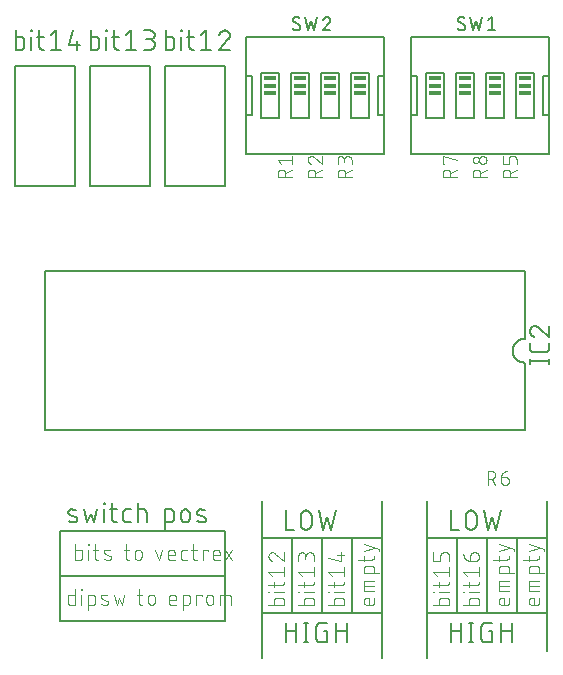
<source format=gbr>
G04 EAGLE Gerber RS-274X export*
G75*
%MOMM*%
%FSLAX34Y34*%
%LPD*%
%INSilkscreen Top*%
%IPPOS*%
%AMOC8*
5,1,8,0,0,1.08239X$1,22.5*%
G01*
%ADD10C,0.152400*%
%ADD11C,0.101600*%
%ADD12R,1.016000X0.381000*%
%ADD13C,0.127000*%
%ADD14C,0.203200*%


D10*
X26162Y715518D02*
X26162Y699262D01*
X30678Y699262D01*
X30782Y699264D01*
X30885Y699270D01*
X30989Y699280D01*
X31092Y699294D01*
X31194Y699312D01*
X31295Y699333D01*
X31396Y699359D01*
X31495Y699388D01*
X31594Y699421D01*
X31691Y699458D01*
X31786Y699499D01*
X31880Y699543D01*
X31972Y699591D01*
X32062Y699642D01*
X32151Y699697D01*
X32237Y699755D01*
X32320Y699817D01*
X32402Y699881D01*
X32480Y699949D01*
X32556Y700019D01*
X32630Y700092D01*
X32700Y700169D01*
X32768Y700247D01*
X32832Y700329D01*
X32894Y700412D01*
X32952Y700498D01*
X33007Y700587D01*
X33058Y700677D01*
X33106Y700769D01*
X33150Y700863D01*
X33191Y700958D01*
X33228Y701055D01*
X33261Y701154D01*
X33290Y701253D01*
X33316Y701354D01*
X33337Y701455D01*
X33355Y701557D01*
X33369Y701660D01*
X33379Y701764D01*
X33385Y701867D01*
X33387Y701971D01*
X33387Y707390D01*
X33385Y707491D01*
X33379Y707592D01*
X33370Y707693D01*
X33357Y707794D01*
X33340Y707894D01*
X33319Y707993D01*
X33295Y708091D01*
X33267Y708188D01*
X33235Y708285D01*
X33200Y708380D01*
X33161Y708473D01*
X33119Y708565D01*
X33073Y708656D01*
X33024Y708745D01*
X32972Y708831D01*
X32916Y708916D01*
X32858Y708999D01*
X32796Y709079D01*
X32731Y709157D01*
X32664Y709233D01*
X32594Y709306D01*
X32521Y709376D01*
X32445Y709443D01*
X32367Y709508D01*
X32287Y709570D01*
X32204Y709628D01*
X32119Y709684D01*
X32033Y709736D01*
X31944Y709785D01*
X31853Y709831D01*
X31761Y709873D01*
X31668Y709912D01*
X31573Y709947D01*
X31476Y709979D01*
X31379Y710007D01*
X31281Y710031D01*
X31182Y710052D01*
X31082Y710069D01*
X30981Y710082D01*
X30880Y710091D01*
X30779Y710097D01*
X30678Y710099D01*
X26162Y710099D01*
X39601Y710099D02*
X39601Y699262D01*
X39149Y714615D02*
X39149Y715518D01*
X40052Y715518D01*
X40052Y714615D01*
X39149Y714615D01*
X44591Y710099D02*
X50010Y710099D01*
X46397Y715518D02*
X46397Y701971D01*
X46398Y701971D02*
X46400Y701870D01*
X46406Y701769D01*
X46415Y701668D01*
X46428Y701567D01*
X46445Y701467D01*
X46466Y701368D01*
X46490Y701270D01*
X46518Y701173D01*
X46550Y701076D01*
X46585Y700981D01*
X46624Y700888D01*
X46666Y700796D01*
X46712Y700705D01*
X46761Y700617D01*
X46813Y700530D01*
X46869Y700445D01*
X46927Y700362D01*
X46989Y700282D01*
X47054Y700204D01*
X47121Y700128D01*
X47191Y700055D01*
X47264Y699985D01*
X47340Y699918D01*
X47418Y699853D01*
X47498Y699791D01*
X47581Y699733D01*
X47666Y699677D01*
X47753Y699625D01*
X47841Y699576D01*
X47932Y699530D01*
X48024Y699488D01*
X48117Y699449D01*
X48212Y699414D01*
X48309Y699382D01*
X48406Y699354D01*
X48504Y699330D01*
X48603Y699309D01*
X48703Y699292D01*
X48804Y699279D01*
X48905Y699270D01*
X49006Y699264D01*
X49107Y699262D01*
X50010Y699262D01*
X55927Y711906D02*
X60443Y715518D01*
X60443Y699262D01*
X64958Y699262D02*
X55927Y699262D01*
X71558Y702874D02*
X75171Y715518D01*
X71558Y702874D02*
X80589Y702874D01*
X77880Y706487D02*
X77880Y699262D01*
X89662Y699262D02*
X89662Y715518D01*
X89662Y699262D02*
X94178Y699262D01*
X94282Y699264D01*
X94385Y699270D01*
X94489Y699280D01*
X94592Y699294D01*
X94694Y699312D01*
X94795Y699333D01*
X94896Y699359D01*
X94995Y699388D01*
X95094Y699421D01*
X95191Y699458D01*
X95286Y699499D01*
X95380Y699543D01*
X95472Y699591D01*
X95562Y699642D01*
X95651Y699697D01*
X95737Y699755D01*
X95820Y699817D01*
X95902Y699881D01*
X95980Y699949D01*
X96056Y700019D01*
X96130Y700092D01*
X96200Y700169D01*
X96268Y700247D01*
X96332Y700329D01*
X96394Y700412D01*
X96452Y700498D01*
X96507Y700587D01*
X96558Y700677D01*
X96606Y700769D01*
X96650Y700863D01*
X96691Y700958D01*
X96728Y701055D01*
X96761Y701154D01*
X96790Y701253D01*
X96816Y701354D01*
X96837Y701455D01*
X96855Y701557D01*
X96869Y701660D01*
X96879Y701764D01*
X96885Y701867D01*
X96887Y701971D01*
X96887Y707390D01*
X96885Y707491D01*
X96879Y707592D01*
X96870Y707693D01*
X96857Y707794D01*
X96840Y707894D01*
X96819Y707993D01*
X96795Y708091D01*
X96767Y708188D01*
X96735Y708285D01*
X96700Y708380D01*
X96661Y708473D01*
X96619Y708565D01*
X96573Y708656D01*
X96524Y708745D01*
X96472Y708831D01*
X96416Y708916D01*
X96358Y708999D01*
X96296Y709079D01*
X96231Y709157D01*
X96164Y709233D01*
X96094Y709306D01*
X96021Y709376D01*
X95945Y709443D01*
X95867Y709508D01*
X95787Y709570D01*
X95704Y709628D01*
X95619Y709684D01*
X95533Y709736D01*
X95444Y709785D01*
X95353Y709831D01*
X95261Y709873D01*
X95168Y709912D01*
X95073Y709947D01*
X94976Y709979D01*
X94879Y710007D01*
X94781Y710031D01*
X94682Y710052D01*
X94582Y710069D01*
X94481Y710082D01*
X94380Y710091D01*
X94279Y710097D01*
X94178Y710099D01*
X89662Y710099D01*
X103101Y710099D02*
X103101Y699262D01*
X102649Y714615D02*
X102649Y715518D01*
X103552Y715518D01*
X103552Y714615D01*
X102649Y714615D01*
X108091Y710099D02*
X113510Y710099D01*
X109897Y715518D02*
X109897Y701971D01*
X109898Y701971D02*
X109900Y701870D01*
X109906Y701769D01*
X109915Y701668D01*
X109928Y701567D01*
X109945Y701467D01*
X109966Y701368D01*
X109990Y701270D01*
X110018Y701173D01*
X110050Y701076D01*
X110085Y700981D01*
X110124Y700888D01*
X110166Y700796D01*
X110212Y700705D01*
X110261Y700617D01*
X110313Y700530D01*
X110369Y700445D01*
X110427Y700362D01*
X110489Y700282D01*
X110554Y700204D01*
X110621Y700128D01*
X110691Y700055D01*
X110764Y699985D01*
X110840Y699918D01*
X110918Y699853D01*
X110998Y699791D01*
X111081Y699733D01*
X111166Y699677D01*
X111253Y699625D01*
X111341Y699576D01*
X111432Y699530D01*
X111524Y699488D01*
X111617Y699449D01*
X111712Y699414D01*
X111809Y699382D01*
X111906Y699354D01*
X112004Y699330D01*
X112103Y699309D01*
X112203Y699292D01*
X112304Y699279D01*
X112405Y699270D01*
X112506Y699264D01*
X112607Y699262D01*
X113510Y699262D01*
X119427Y711906D02*
X123943Y715518D01*
X123943Y699262D01*
X128458Y699262D02*
X119427Y699262D01*
X135058Y699262D02*
X139574Y699262D01*
X139707Y699264D01*
X139839Y699270D01*
X139971Y699280D01*
X140103Y699293D01*
X140235Y699311D01*
X140365Y699332D01*
X140496Y699357D01*
X140625Y699386D01*
X140753Y699419D01*
X140881Y699455D01*
X141007Y699495D01*
X141132Y699539D01*
X141256Y699587D01*
X141378Y699638D01*
X141499Y699693D01*
X141618Y699751D01*
X141736Y699813D01*
X141851Y699878D01*
X141965Y699947D01*
X142076Y700018D01*
X142185Y700094D01*
X142292Y700172D01*
X142397Y700253D01*
X142499Y700338D01*
X142599Y700425D01*
X142696Y700515D01*
X142791Y700608D01*
X142882Y700704D01*
X142971Y700802D01*
X143057Y700903D01*
X143140Y701007D01*
X143220Y701113D01*
X143296Y701221D01*
X143370Y701331D01*
X143440Y701444D01*
X143507Y701558D01*
X143570Y701675D01*
X143630Y701793D01*
X143687Y701913D01*
X143740Y702035D01*
X143789Y702158D01*
X143835Y702282D01*
X143877Y702408D01*
X143915Y702535D01*
X143950Y702663D01*
X143981Y702792D01*
X144008Y702921D01*
X144031Y703052D01*
X144051Y703183D01*
X144066Y703315D01*
X144078Y703447D01*
X144086Y703579D01*
X144090Y703712D01*
X144090Y703844D01*
X144086Y703977D01*
X144078Y704109D01*
X144066Y704241D01*
X144051Y704373D01*
X144031Y704504D01*
X144008Y704635D01*
X143981Y704764D01*
X143950Y704893D01*
X143915Y705021D01*
X143877Y705148D01*
X143835Y705274D01*
X143789Y705398D01*
X143740Y705521D01*
X143687Y705643D01*
X143630Y705763D01*
X143570Y705881D01*
X143507Y705998D01*
X143440Y706112D01*
X143370Y706225D01*
X143296Y706335D01*
X143220Y706443D01*
X143140Y706549D01*
X143057Y706653D01*
X142971Y706754D01*
X142882Y706852D01*
X142791Y706948D01*
X142696Y707041D01*
X142599Y707131D01*
X142499Y707218D01*
X142397Y707303D01*
X142292Y707384D01*
X142185Y707462D01*
X142076Y707538D01*
X141965Y707609D01*
X141851Y707678D01*
X141736Y707743D01*
X141618Y707805D01*
X141499Y707863D01*
X141378Y707918D01*
X141256Y707969D01*
X141132Y708017D01*
X141007Y708061D01*
X140881Y708101D01*
X140753Y708137D01*
X140625Y708170D01*
X140496Y708199D01*
X140365Y708224D01*
X140235Y708245D01*
X140103Y708263D01*
X139971Y708276D01*
X139839Y708286D01*
X139707Y708292D01*
X139574Y708294D01*
X140477Y715518D02*
X135058Y715518D01*
X140477Y715518D02*
X140596Y715516D01*
X140716Y715510D01*
X140835Y715500D01*
X140953Y715486D01*
X141072Y715469D01*
X141189Y715447D01*
X141306Y715422D01*
X141421Y715392D01*
X141536Y715359D01*
X141650Y715322D01*
X141762Y715282D01*
X141873Y715237D01*
X141982Y715189D01*
X142090Y715138D01*
X142196Y715083D01*
X142300Y715024D01*
X142402Y714962D01*
X142502Y714897D01*
X142600Y714828D01*
X142696Y714756D01*
X142789Y714681D01*
X142879Y714604D01*
X142967Y714523D01*
X143052Y714439D01*
X143134Y714352D01*
X143214Y714263D01*
X143290Y714171D01*
X143364Y714077D01*
X143434Y713980D01*
X143501Y713882D01*
X143565Y713781D01*
X143625Y713677D01*
X143682Y713572D01*
X143735Y713465D01*
X143785Y713357D01*
X143831Y713247D01*
X143873Y713135D01*
X143912Y713022D01*
X143947Y712908D01*
X143978Y712793D01*
X144006Y712676D01*
X144029Y712559D01*
X144049Y712442D01*
X144065Y712323D01*
X144077Y712204D01*
X144085Y712085D01*
X144089Y711966D01*
X144089Y711846D01*
X144085Y711727D01*
X144077Y711608D01*
X144065Y711489D01*
X144049Y711370D01*
X144029Y711253D01*
X144006Y711136D01*
X143978Y711019D01*
X143947Y710904D01*
X143912Y710790D01*
X143873Y710677D01*
X143831Y710565D01*
X143785Y710455D01*
X143735Y710347D01*
X143682Y710240D01*
X143625Y710135D01*
X143565Y710031D01*
X143501Y709930D01*
X143434Y709832D01*
X143364Y709735D01*
X143290Y709641D01*
X143214Y709549D01*
X143134Y709460D01*
X143052Y709373D01*
X142967Y709289D01*
X142879Y709208D01*
X142789Y709131D01*
X142696Y709056D01*
X142600Y708984D01*
X142502Y708915D01*
X142402Y708850D01*
X142300Y708788D01*
X142196Y708729D01*
X142090Y708674D01*
X141982Y708623D01*
X141873Y708575D01*
X141762Y708530D01*
X141650Y708490D01*
X141536Y708453D01*
X141421Y708420D01*
X141306Y708390D01*
X141189Y708365D01*
X141072Y708343D01*
X140953Y708326D01*
X140835Y708312D01*
X140716Y708302D01*
X140596Y708296D01*
X140477Y708294D01*
X140477Y708293D02*
X136864Y708293D01*
X153162Y715518D02*
X153162Y699262D01*
X157678Y699262D01*
X157782Y699264D01*
X157885Y699270D01*
X157989Y699280D01*
X158092Y699294D01*
X158194Y699312D01*
X158295Y699333D01*
X158396Y699359D01*
X158495Y699388D01*
X158594Y699421D01*
X158691Y699458D01*
X158786Y699499D01*
X158880Y699543D01*
X158972Y699591D01*
X159062Y699642D01*
X159151Y699697D01*
X159237Y699755D01*
X159320Y699817D01*
X159402Y699881D01*
X159480Y699949D01*
X159556Y700019D01*
X159630Y700092D01*
X159700Y700169D01*
X159768Y700247D01*
X159832Y700329D01*
X159894Y700412D01*
X159952Y700498D01*
X160007Y700587D01*
X160058Y700677D01*
X160106Y700769D01*
X160150Y700863D01*
X160191Y700958D01*
X160228Y701055D01*
X160261Y701154D01*
X160290Y701253D01*
X160316Y701354D01*
X160337Y701455D01*
X160355Y701557D01*
X160369Y701660D01*
X160379Y701764D01*
X160385Y701867D01*
X160387Y701971D01*
X160387Y707390D01*
X160385Y707491D01*
X160379Y707592D01*
X160370Y707693D01*
X160357Y707794D01*
X160340Y707894D01*
X160319Y707993D01*
X160295Y708091D01*
X160267Y708188D01*
X160235Y708285D01*
X160200Y708380D01*
X160161Y708473D01*
X160119Y708565D01*
X160073Y708656D01*
X160024Y708745D01*
X159972Y708831D01*
X159916Y708916D01*
X159858Y708999D01*
X159796Y709079D01*
X159731Y709157D01*
X159664Y709233D01*
X159594Y709306D01*
X159521Y709376D01*
X159445Y709443D01*
X159367Y709508D01*
X159287Y709570D01*
X159204Y709628D01*
X159119Y709684D01*
X159033Y709736D01*
X158944Y709785D01*
X158853Y709831D01*
X158761Y709873D01*
X158668Y709912D01*
X158573Y709947D01*
X158476Y709979D01*
X158379Y710007D01*
X158281Y710031D01*
X158182Y710052D01*
X158082Y710069D01*
X157981Y710082D01*
X157880Y710091D01*
X157779Y710097D01*
X157678Y710099D01*
X153162Y710099D01*
X166601Y710099D02*
X166601Y699262D01*
X166149Y714615D02*
X166149Y715518D01*
X167052Y715518D01*
X167052Y714615D01*
X166149Y714615D01*
X171591Y710099D02*
X177010Y710099D01*
X173397Y715518D02*
X173397Y701971D01*
X173398Y701971D02*
X173400Y701870D01*
X173406Y701769D01*
X173415Y701668D01*
X173428Y701567D01*
X173445Y701467D01*
X173466Y701368D01*
X173490Y701270D01*
X173518Y701173D01*
X173550Y701076D01*
X173585Y700981D01*
X173624Y700888D01*
X173666Y700796D01*
X173712Y700705D01*
X173761Y700617D01*
X173813Y700530D01*
X173869Y700445D01*
X173927Y700362D01*
X173989Y700282D01*
X174054Y700204D01*
X174121Y700128D01*
X174191Y700055D01*
X174264Y699985D01*
X174340Y699918D01*
X174418Y699853D01*
X174498Y699791D01*
X174581Y699733D01*
X174666Y699677D01*
X174753Y699625D01*
X174841Y699576D01*
X174932Y699530D01*
X175024Y699488D01*
X175117Y699449D01*
X175212Y699414D01*
X175309Y699382D01*
X175406Y699354D01*
X175504Y699330D01*
X175603Y699309D01*
X175703Y699292D01*
X175804Y699279D01*
X175905Y699270D01*
X176006Y699264D01*
X176107Y699262D01*
X177010Y699262D01*
X182927Y711906D02*
X187443Y715518D01*
X187443Y699262D01*
X191958Y699262D02*
X182927Y699262D01*
X203525Y715518D02*
X203650Y715516D01*
X203775Y715510D01*
X203900Y715501D01*
X204024Y715487D01*
X204148Y715470D01*
X204272Y715449D01*
X204394Y715424D01*
X204516Y715395D01*
X204637Y715363D01*
X204757Y715327D01*
X204876Y715287D01*
X204993Y715244D01*
X205109Y715197D01*
X205224Y715146D01*
X205336Y715092D01*
X205448Y715034D01*
X205557Y714974D01*
X205664Y714909D01*
X205770Y714842D01*
X205873Y714771D01*
X205974Y714697D01*
X206073Y714620D01*
X206169Y714540D01*
X206263Y714457D01*
X206354Y714372D01*
X206443Y714283D01*
X206528Y714192D01*
X206611Y714098D01*
X206691Y714002D01*
X206768Y713903D01*
X206842Y713802D01*
X206913Y713699D01*
X206980Y713593D01*
X207045Y713486D01*
X207105Y713377D01*
X207163Y713265D01*
X207217Y713153D01*
X207268Y713038D01*
X207315Y712922D01*
X207358Y712805D01*
X207398Y712686D01*
X207434Y712566D01*
X207466Y712445D01*
X207495Y712323D01*
X207520Y712201D01*
X207541Y712077D01*
X207558Y711953D01*
X207572Y711829D01*
X207581Y711704D01*
X207587Y711579D01*
X207589Y711454D01*
X203525Y715518D02*
X203382Y715516D01*
X203240Y715510D01*
X203097Y715500D01*
X202955Y715487D01*
X202814Y715469D01*
X202672Y715448D01*
X202532Y715423D01*
X202392Y715394D01*
X202253Y715361D01*
X202115Y715324D01*
X201978Y715284D01*
X201843Y715240D01*
X201708Y715192D01*
X201575Y715140D01*
X201443Y715085D01*
X201313Y715026D01*
X201185Y714964D01*
X201058Y714898D01*
X200933Y714829D01*
X200810Y714757D01*
X200690Y714681D01*
X200571Y714602D01*
X200454Y714519D01*
X200340Y714434D01*
X200228Y714345D01*
X200119Y714254D01*
X200012Y714159D01*
X199907Y714062D01*
X199806Y713961D01*
X199707Y713858D01*
X199611Y713753D01*
X199518Y713644D01*
X199428Y713533D01*
X199341Y713420D01*
X199257Y713305D01*
X199177Y713187D01*
X199099Y713067D01*
X199025Y712945D01*
X198955Y712821D01*
X198887Y712695D01*
X198824Y712567D01*
X198763Y712438D01*
X198706Y712307D01*
X198653Y712175D01*
X198604Y712041D01*
X198558Y711906D01*
X206234Y708293D02*
X206328Y708385D01*
X206418Y708479D01*
X206506Y708576D01*
X206591Y708676D01*
X206673Y708778D01*
X206752Y708883D01*
X206827Y708990D01*
X206899Y709099D01*
X206968Y709210D01*
X207034Y709324D01*
X207096Y709439D01*
X207155Y709556D01*
X207210Y709675D01*
X207261Y709795D01*
X207309Y709917D01*
X207354Y710040D01*
X207394Y710164D01*
X207431Y710290D01*
X207464Y710417D01*
X207493Y710544D01*
X207519Y710673D01*
X207540Y710802D01*
X207558Y710932D01*
X207571Y711062D01*
X207581Y711192D01*
X207587Y711323D01*
X207589Y711454D01*
X206235Y708293D02*
X198558Y699262D01*
X207589Y699262D01*
X234950Y317500D02*
X234950Y285750D01*
X234950Y222250D01*
X234950Y184150D01*
X336550Y285750D02*
X336550Y317500D01*
X336550Y285750D02*
X336550Y222250D01*
X336550Y184150D01*
X374650Y285750D02*
X374650Y317500D01*
X374650Y285750D02*
X374650Y222250D01*
X374650Y184150D01*
X476250Y285750D02*
X476250Y317500D01*
D11*
X253492Y229108D02*
X240284Y229108D01*
X253492Y229108D02*
X253492Y232777D01*
X253490Y232868D01*
X253484Y232959D01*
X253475Y233049D01*
X253462Y233139D01*
X253445Y233229D01*
X253425Y233317D01*
X253400Y233405D01*
X253373Y233492D01*
X253341Y233577D01*
X253307Y233661D01*
X253268Y233744D01*
X253227Y233825D01*
X253182Y233904D01*
X253134Y233981D01*
X253082Y234056D01*
X253028Y234129D01*
X252971Y234200D01*
X252910Y234268D01*
X252847Y234333D01*
X252782Y234396D01*
X252714Y234457D01*
X252643Y234514D01*
X252570Y234568D01*
X252495Y234620D01*
X252418Y234668D01*
X252339Y234713D01*
X252258Y234754D01*
X252175Y234793D01*
X252091Y234827D01*
X252006Y234859D01*
X251919Y234886D01*
X251831Y234911D01*
X251743Y234931D01*
X251653Y234948D01*
X251563Y234961D01*
X251473Y234970D01*
X251382Y234976D01*
X251291Y234978D01*
X246888Y234978D01*
X246797Y234976D01*
X246706Y234970D01*
X246616Y234961D01*
X246526Y234948D01*
X246436Y234931D01*
X246348Y234911D01*
X246260Y234886D01*
X246173Y234859D01*
X246088Y234827D01*
X246004Y234793D01*
X245921Y234754D01*
X245840Y234713D01*
X245761Y234668D01*
X245684Y234620D01*
X245609Y234568D01*
X245536Y234514D01*
X245465Y234457D01*
X245397Y234396D01*
X245332Y234333D01*
X245269Y234268D01*
X245208Y234200D01*
X245151Y234129D01*
X245097Y234056D01*
X245045Y233981D01*
X244997Y233904D01*
X244952Y233825D01*
X244911Y233744D01*
X244872Y233661D01*
X244838Y233577D01*
X244806Y233492D01*
X244779Y233405D01*
X244754Y233317D01*
X244734Y233229D01*
X244717Y233139D01*
X244704Y233049D01*
X244695Y232959D01*
X244689Y232868D01*
X244687Y232777D01*
X244687Y229108D01*
X244687Y240088D02*
X253492Y240088D01*
X241018Y239721D02*
X240284Y239721D01*
X240284Y240455D01*
X241018Y240455D01*
X241018Y239721D01*
X244687Y244190D02*
X244687Y248593D01*
X240284Y245657D02*
X251291Y245657D01*
X251291Y245658D02*
X251382Y245660D01*
X251473Y245666D01*
X251563Y245675D01*
X251653Y245688D01*
X251743Y245705D01*
X251831Y245725D01*
X251919Y245750D01*
X252006Y245777D01*
X252091Y245809D01*
X252175Y245843D01*
X252258Y245882D01*
X252339Y245923D01*
X252418Y245968D01*
X252495Y246016D01*
X252570Y246068D01*
X252643Y246122D01*
X252714Y246179D01*
X252782Y246240D01*
X252847Y246303D01*
X252910Y246368D01*
X252971Y246437D01*
X253028Y246507D01*
X253082Y246580D01*
X253134Y246655D01*
X253182Y246732D01*
X253227Y246811D01*
X253268Y246892D01*
X253307Y246975D01*
X253341Y247059D01*
X253373Y247144D01*
X253401Y247231D01*
X253425Y247319D01*
X253445Y247407D01*
X253462Y247497D01*
X253475Y247587D01*
X253484Y247677D01*
X253490Y247768D01*
X253492Y247859D01*
X253492Y248593D01*
X243219Y253488D02*
X240284Y257157D01*
X253492Y257157D01*
X253492Y253488D02*
X253492Y260826D01*
X243586Y273628D02*
X243473Y273626D01*
X243361Y273620D01*
X243248Y273611D01*
X243136Y273597D01*
X243025Y273580D01*
X242914Y273559D01*
X242804Y273534D01*
X242695Y273506D01*
X242587Y273473D01*
X242480Y273437D01*
X242375Y273398D01*
X242270Y273355D01*
X242168Y273308D01*
X242067Y273258D01*
X241968Y273204D01*
X241870Y273147D01*
X241775Y273087D01*
X241682Y273024D01*
X241591Y272957D01*
X241502Y272887D01*
X241416Y272815D01*
X241332Y272739D01*
X241251Y272661D01*
X241173Y272580D01*
X241097Y272496D01*
X241025Y272410D01*
X240955Y272321D01*
X240888Y272230D01*
X240825Y272137D01*
X240765Y272042D01*
X240708Y271944D01*
X240654Y271845D01*
X240604Y271744D01*
X240557Y271642D01*
X240514Y271537D01*
X240475Y271432D01*
X240439Y271325D01*
X240406Y271217D01*
X240378Y271108D01*
X240353Y270998D01*
X240332Y270887D01*
X240315Y270776D01*
X240301Y270664D01*
X240292Y270551D01*
X240286Y270439D01*
X240284Y270326D01*
X240286Y270199D01*
X240292Y270072D01*
X240301Y269945D01*
X240314Y269819D01*
X240331Y269693D01*
X240352Y269568D01*
X240377Y269443D01*
X240405Y269320D01*
X240437Y269197D01*
X240473Y269075D01*
X240512Y268954D01*
X240555Y268834D01*
X240601Y268716D01*
X240651Y268599D01*
X240705Y268484D01*
X240762Y268371D01*
X240822Y268259D01*
X240885Y268149D01*
X240952Y268041D01*
X241022Y267935D01*
X241095Y267831D01*
X241172Y267729D01*
X241251Y267630D01*
X241333Y267533D01*
X241418Y267439D01*
X241506Y267347D01*
X241596Y267258D01*
X241690Y267172D01*
X241785Y267088D01*
X241883Y267008D01*
X241984Y266930D01*
X242087Y266855D01*
X242192Y266784D01*
X242299Y266716D01*
X242408Y266651D01*
X242519Y266589D01*
X242632Y266530D01*
X242746Y266475D01*
X242862Y266424D01*
X242980Y266376D01*
X243099Y266331D01*
X243219Y266290D01*
X246154Y272527D02*
X246074Y272609D01*
X245991Y272688D01*
X245905Y272765D01*
X245817Y272839D01*
X245726Y272909D01*
X245634Y272977D01*
X245539Y273042D01*
X245442Y273104D01*
X245343Y273162D01*
X245242Y273218D01*
X245140Y273270D01*
X245036Y273318D01*
X244930Y273363D01*
X244823Y273405D01*
X244715Y273444D01*
X244605Y273478D01*
X244495Y273510D01*
X244383Y273537D01*
X244271Y273561D01*
X244158Y273582D01*
X244044Y273598D01*
X243930Y273611D01*
X243816Y273621D01*
X243701Y273626D01*
X243586Y273628D01*
X246154Y272527D02*
X253492Y266290D01*
X253492Y273628D01*
X265684Y229108D02*
X278892Y229108D01*
X278892Y232777D01*
X278890Y232868D01*
X278884Y232959D01*
X278875Y233049D01*
X278862Y233139D01*
X278845Y233229D01*
X278825Y233317D01*
X278800Y233405D01*
X278773Y233492D01*
X278741Y233577D01*
X278707Y233661D01*
X278668Y233744D01*
X278627Y233825D01*
X278582Y233904D01*
X278534Y233981D01*
X278482Y234056D01*
X278428Y234129D01*
X278371Y234200D01*
X278310Y234268D01*
X278247Y234333D01*
X278182Y234396D01*
X278114Y234457D01*
X278043Y234514D01*
X277970Y234568D01*
X277895Y234620D01*
X277818Y234668D01*
X277739Y234713D01*
X277658Y234754D01*
X277575Y234793D01*
X277491Y234827D01*
X277406Y234859D01*
X277319Y234886D01*
X277231Y234911D01*
X277143Y234931D01*
X277053Y234948D01*
X276963Y234961D01*
X276873Y234970D01*
X276782Y234976D01*
X276691Y234978D01*
X272288Y234978D01*
X272197Y234976D01*
X272106Y234970D01*
X272016Y234961D01*
X271926Y234948D01*
X271836Y234931D01*
X271748Y234911D01*
X271660Y234886D01*
X271573Y234859D01*
X271488Y234827D01*
X271404Y234793D01*
X271321Y234754D01*
X271240Y234713D01*
X271161Y234668D01*
X271084Y234620D01*
X271009Y234568D01*
X270936Y234514D01*
X270865Y234457D01*
X270797Y234396D01*
X270732Y234333D01*
X270669Y234268D01*
X270608Y234200D01*
X270551Y234129D01*
X270497Y234056D01*
X270445Y233981D01*
X270397Y233904D01*
X270352Y233825D01*
X270311Y233744D01*
X270272Y233661D01*
X270238Y233577D01*
X270206Y233492D01*
X270179Y233405D01*
X270154Y233317D01*
X270134Y233229D01*
X270117Y233139D01*
X270104Y233049D01*
X270095Y232959D01*
X270089Y232868D01*
X270087Y232777D01*
X270087Y229108D01*
X270087Y240088D02*
X278892Y240088D01*
X266418Y239721D02*
X265684Y239721D01*
X265684Y240455D01*
X266418Y240455D01*
X266418Y239721D01*
X270087Y244190D02*
X270087Y248593D01*
X265684Y245657D02*
X276691Y245657D01*
X276691Y245658D02*
X276782Y245660D01*
X276873Y245666D01*
X276963Y245675D01*
X277053Y245688D01*
X277143Y245705D01*
X277231Y245725D01*
X277319Y245750D01*
X277406Y245777D01*
X277491Y245809D01*
X277575Y245843D01*
X277658Y245882D01*
X277739Y245923D01*
X277818Y245968D01*
X277895Y246016D01*
X277970Y246068D01*
X278043Y246122D01*
X278114Y246179D01*
X278182Y246240D01*
X278247Y246303D01*
X278310Y246368D01*
X278371Y246437D01*
X278428Y246507D01*
X278482Y246580D01*
X278534Y246655D01*
X278582Y246732D01*
X278627Y246811D01*
X278668Y246892D01*
X278707Y246975D01*
X278741Y247059D01*
X278773Y247144D01*
X278801Y247231D01*
X278825Y247319D01*
X278845Y247407D01*
X278862Y247497D01*
X278875Y247587D01*
X278884Y247677D01*
X278890Y247768D01*
X278892Y247859D01*
X278892Y248593D01*
X268619Y253488D02*
X265684Y257157D01*
X278892Y257157D01*
X278892Y253488D02*
X278892Y260826D01*
X278892Y266290D02*
X278892Y269959D01*
X278890Y270079D01*
X278884Y270199D01*
X278874Y270319D01*
X278861Y270438D01*
X278843Y270557D01*
X278822Y270675D01*
X278796Y270792D01*
X278767Y270909D01*
X278734Y271024D01*
X278697Y271138D01*
X278657Y271251D01*
X278613Y271363D01*
X278565Y271473D01*
X278514Y271582D01*
X278459Y271689D01*
X278400Y271794D01*
X278339Y271896D01*
X278274Y271997D01*
X278205Y272096D01*
X278134Y272193D01*
X278059Y272287D01*
X277982Y272378D01*
X277901Y272467D01*
X277817Y272553D01*
X277731Y272637D01*
X277642Y272718D01*
X277551Y272795D01*
X277457Y272870D01*
X277360Y272941D01*
X277261Y273010D01*
X277160Y273075D01*
X277058Y273136D01*
X276953Y273195D01*
X276846Y273250D01*
X276737Y273301D01*
X276627Y273349D01*
X276515Y273393D01*
X276402Y273433D01*
X276288Y273470D01*
X276173Y273503D01*
X276056Y273532D01*
X275939Y273558D01*
X275821Y273579D01*
X275702Y273597D01*
X275583Y273610D01*
X275463Y273620D01*
X275343Y273626D01*
X275223Y273628D01*
X275103Y273626D01*
X274983Y273620D01*
X274863Y273610D01*
X274744Y273597D01*
X274625Y273579D01*
X274507Y273558D01*
X274390Y273532D01*
X274273Y273503D01*
X274158Y273470D01*
X274044Y273433D01*
X273931Y273393D01*
X273819Y273349D01*
X273709Y273301D01*
X273600Y273250D01*
X273493Y273195D01*
X273389Y273136D01*
X273286Y273075D01*
X273185Y273010D01*
X273086Y272941D01*
X272989Y272870D01*
X272895Y272795D01*
X272804Y272718D01*
X272715Y272637D01*
X272629Y272553D01*
X272545Y272467D01*
X272464Y272378D01*
X272387Y272287D01*
X272312Y272193D01*
X272241Y272096D01*
X272172Y271997D01*
X272107Y271896D01*
X272046Y271794D01*
X271987Y271689D01*
X271932Y271582D01*
X271881Y271473D01*
X271833Y271363D01*
X271789Y271251D01*
X271749Y271138D01*
X271712Y271024D01*
X271679Y270909D01*
X271650Y270792D01*
X271624Y270675D01*
X271603Y270557D01*
X271585Y270438D01*
X271572Y270319D01*
X271562Y270199D01*
X271556Y270079D01*
X271554Y269959D01*
X265684Y270692D02*
X265684Y266290D01*
X265684Y270692D02*
X265686Y270799D01*
X265692Y270906D01*
X265702Y271013D01*
X265715Y271119D01*
X265733Y271225D01*
X265754Y271330D01*
X265779Y271434D01*
X265808Y271538D01*
X265841Y271640D01*
X265878Y271740D01*
X265918Y271840D01*
X265962Y271938D01*
X266009Y272034D01*
X266060Y272128D01*
X266114Y272221D01*
X266171Y272311D01*
X266232Y272400D01*
X266296Y272486D01*
X266363Y272569D01*
X266433Y272651D01*
X266506Y272729D01*
X266582Y272805D01*
X266660Y272878D01*
X266742Y272948D01*
X266825Y273015D01*
X266911Y273079D01*
X267000Y273140D01*
X267090Y273197D01*
X267183Y273251D01*
X267277Y273302D01*
X267373Y273349D01*
X267471Y273393D01*
X267571Y273433D01*
X267671Y273470D01*
X267773Y273503D01*
X267877Y273532D01*
X267981Y273557D01*
X268086Y273578D01*
X268192Y273596D01*
X268298Y273609D01*
X268405Y273619D01*
X268512Y273625D01*
X268619Y273627D01*
X268726Y273625D01*
X268833Y273619D01*
X268940Y273609D01*
X269046Y273596D01*
X269152Y273578D01*
X269257Y273557D01*
X269361Y273532D01*
X269465Y273503D01*
X269567Y273470D01*
X269667Y273433D01*
X269767Y273393D01*
X269865Y273349D01*
X269961Y273302D01*
X270055Y273251D01*
X270148Y273197D01*
X270238Y273140D01*
X270327Y273079D01*
X270413Y273015D01*
X270496Y272948D01*
X270578Y272878D01*
X270656Y272805D01*
X270732Y272729D01*
X270805Y272651D01*
X270875Y272569D01*
X270942Y272486D01*
X271006Y272400D01*
X271067Y272311D01*
X271124Y272221D01*
X271178Y272128D01*
X271229Y272034D01*
X271276Y271938D01*
X271320Y271840D01*
X271360Y271740D01*
X271397Y271640D01*
X271430Y271538D01*
X271459Y271434D01*
X271484Y271330D01*
X271505Y271225D01*
X271523Y271119D01*
X271536Y271013D01*
X271546Y270906D01*
X271552Y270799D01*
X271554Y270692D01*
X271554Y267757D01*
X291084Y229108D02*
X304292Y229108D01*
X304292Y232777D01*
X304290Y232868D01*
X304284Y232959D01*
X304275Y233049D01*
X304262Y233139D01*
X304245Y233229D01*
X304225Y233317D01*
X304200Y233405D01*
X304173Y233492D01*
X304141Y233577D01*
X304107Y233661D01*
X304068Y233744D01*
X304027Y233825D01*
X303982Y233904D01*
X303934Y233981D01*
X303882Y234056D01*
X303828Y234129D01*
X303771Y234200D01*
X303710Y234268D01*
X303647Y234333D01*
X303582Y234396D01*
X303514Y234457D01*
X303443Y234514D01*
X303370Y234568D01*
X303295Y234620D01*
X303218Y234668D01*
X303139Y234713D01*
X303058Y234754D01*
X302975Y234793D01*
X302891Y234827D01*
X302806Y234859D01*
X302719Y234886D01*
X302631Y234911D01*
X302543Y234931D01*
X302453Y234948D01*
X302363Y234961D01*
X302273Y234970D01*
X302182Y234976D01*
X302091Y234978D01*
X297688Y234978D01*
X297597Y234976D01*
X297506Y234970D01*
X297416Y234961D01*
X297326Y234948D01*
X297236Y234931D01*
X297148Y234911D01*
X297060Y234886D01*
X296973Y234859D01*
X296888Y234827D01*
X296804Y234793D01*
X296721Y234754D01*
X296640Y234713D01*
X296561Y234668D01*
X296484Y234620D01*
X296409Y234568D01*
X296336Y234514D01*
X296265Y234457D01*
X296197Y234396D01*
X296132Y234333D01*
X296069Y234268D01*
X296008Y234200D01*
X295951Y234129D01*
X295897Y234056D01*
X295845Y233981D01*
X295797Y233904D01*
X295752Y233825D01*
X295711Y233744D01*
X295672Y233661D01*
X295638Y233577D01*
X295606Y233492D01*
X295579Y233405D01*
X295554Y233317D01*
X295534Y233229D01*
X295517Y233139D01*
X295504Y233049D01*
X295495Y232959D01*
X295489Y232868D01*
X295487Y232777D01*
X295487Y229108D01*
X295487Y240088D02*
X304292Y240088D01*
X291818Y239721D02*
X291084Y239721D01*
X291084Y240455D01*
X291818Y240455D01*
X291818Y239721D01*
X295487Y244190D02*
X295487Y248593D01*
X291084Y245657D02*
X302091Y245657D01*
X302091Y245658D02*
X302182Y245660D01*
X302273Y245666D01*
X302363Y245675D01*
X302453Y245688D01*
X302543Y245705D01*
X302631Y245725D01*
X302719Y245750D01*
X302806Y245777D01*
X302891Y245809D01*
X302975Y245843D01*
X303058Y245882D01*
X303139Y245923D01*
X303218Y245968D01*
X303295Y246016D01*
X303370Y246068D01*
X303443Y246122D01*
X303514Y246179D01*
X303582Y246240D01*
X303647Y246303D01*
X303710Y246368D01*
X303771Y246437D01*
X303828Y246507D01*
X303882Y246580D01*
X303934Y246655D01*
X303982Y246732D01*
X304027Y246811D01*
X304068Y246892D01*
X304107Y246975D01*
X304141Y247059D01*
X304173Y247144D01*
X304201Y247231D01*
X304225Y247319D01*
X304245Y247407D01*
X304262Y247497D01*
X304275Y247587D01*
X304284Y247677D01*
X304290Y247768D01*
X304292Y247859D01*
X304292Y248593D01*
X294019Y253488D02*
X291084Y257157D01*
X304292Y257157D01*
X304292Y253488D02*
X304292Y260826D01*
X301357Y266290D02*
X291084Y269225D01*
X301357Y266290D02*
X301357Y273628D01*
X298422Y271426D02*
X304292Y271426D01*
X329692Y234978D02*
X329692Y231309D01*
X329690Y231218D01*
X329684Y231127D01*
X329675Y231037D01*
X329662Y230947D01*
X329645Y230857D01*
X329625Y230769D01*
X329600Y230681D01*
X329573Y230594D01*
X329541Y230509D01*
X329507Y230425D01*
X329468Y230342D01*
X329427Y230261D01*
X329382Y230182D01*
X329334Y230105D01*
X329282Y230030D01*
X329228Y229957D01*
X329171Y229886D01*
X329110Y229818D01*
X329047Y229753D01*
X328982Y229690D01*
X328914Y229629D01*
X328843Y229572D01*
X328770Y229518D01*
X328695Y229466D01*
X328618Y229418D01*
X328539Y229373D01*
X328458Y229332D01*
X328375Y229293D01*
X328291Y229259D01*
X328206Y229227D01*
X328119Y229200D01*
X328031Y229175D01*
X327943Y229155D01*
X327853Y229138D01*
X327763Y229125D01*
X327673Y229116D01*
X327582Y229110D01*
X327491Y229108D01*
X323822Y229108D01*
X323715Y229110D01*
X323608Y229116D01*
X323501Y229126D01*
X323395Y229139D01*
X323289Y229157D01*
X323184Y229178D01*
X323080Y229203D01*
X322976Y229232D01*
X322874Y229265D01*
X322774Y229302D01*
X322674Y229342D01*
X322576Y229386D01*
X322480Y229433D01*
X322386Y229484D01*
X322293Y229538D01*
X322203Y229595D01*
X322114Y229656D01*
X322028Y229720D01*
X321945Y229787D01*
X321863Y229857D01*
X321785Y229930D01*
X321709Y230006D01*
X321636Y230084D01*
X321566Y230166D01*
X321499Y230249D01*
X321435Y230335D01*
X321374Y230424D01*
X321317Y230514D01*
X321263Y230607D01*
X321212Y230701D01*
X321165Y230797D01*
X321121Y230895D01*
X321081Y230995D01*
X321044Y231095D01*
X321011Y231197D01*
X320982Y231301D01*
X320957Y231405D01*
X320936Y231510D01*
X320918Y231616D01*
X320905Y231722D01*
X320895Y231829D01*
X320889Y231936D01*
X320887Y232043D01*
X320889Y232150D01*
X320895Y232257D01*
X320905Y232364D01*
X320918Y232470D01*
X320936Y232576D01*
X320957Y232681D01*
X320982Y232785D01*
X321011Y232889D01*
X321044Y232991D01*
X321081Y233091D01*
X321121Y233191D01*
X321165Y233289D01*
X321212Y233385D01*
X321263Y233479D01*
X321317Y233572D01*
X321374Y233662D01*
X321435Y233751D01*
X321499Y233837D01*
X321566Y233920D01*
X321636Y234002D01*
X321709Y234080D01*
X321785Y234156D01*
X321863Y234229D01*
X321945Y234299D01*
X322028Y234366D01*
X322114Y234430D01*
X322203Y234491D01*
X322293Y234548D01*
X322386Y234602D01*
X322480Y234653D01*
X322576Y234700D01*
X322674Y234744D01*
X322774Y234784D01*
X322874Y234821D01*
X322976Y234854D01*
X323080Y234883D01*
X323184Y234908D01*
X323289Y234929D01*
X323395Y234947D01*
X323501Y234960D01*
X323608Y234970D01*
X323715Y234976D01*
X323822Y234978D01*
X325289Y234978D01*
X325289Y229108D01*
X320887Y240869D02*
X329692Y240869D01*
X320887Y240869D02*
X320887Y247473D01*
X320889Y247564D01*
X320895Y247655D01*
X320904Y247745D01*
X320917Y247835D01*
X320934Y247925D01*
X320954Y248013D01*
X320979Y248101D01*
X321006Y248188D01*
X321038Y248273D01*
X321072Y248357D01*
X321111Y248440D01*
X321152Y248521D01*
X321197Y248600D01*
X321245Y248677D01*
X321297Y248752D01*
X321351Y248825D01*
X321408Y248896D01*
X321469Y248964D01*
X321532Y249029D01*
X321597Y249092D01*
X321665Y249153D01*
X321736Y249210D01*
X321809Y249264D01*
X321884Y249316D01*
X321961Y249364D01*
X322040Y249409D01*
X322121Y249450D01*
X322204Y249489D01*
X322288Y249523D01*
X322373Y249555D01*
X322460Y249582D01*
X322548Y249607D01*
X322636Y249627D01*
X322726Y249644D01*
X322816Y249657D01*
X322906Y249666D01*
X322997Y249672D01*
X323088Y249674D01*
X329692Y249674D01*
X329692Y245271D02*
X320887Y245271D01*
X320887Y256054D02*
X334095Y256054D01*
X320887Y256054D02*
X320887Y259723D01*
X320889Y259816D01*
X320895Y259910D01*
X320905Y260003D01*
X320919Y260095D01*
X320936Y260187D01*
X320958Y260278D01*
X320983Y260367D01*
X321013Y260456D01*
X321046Y260544D01*
X321082Y260630D01*
X321123Y260714D01*
X321166Y260796D01*
X321214Y260877D01*
X321264Y260955D01*
X321318Y261032D01*
X321376Y261106D01*
X321436Y261177D01*
X321499Y261246D01*
X321565Y261312D01*
X321634Y261375D01*
X321705Y261435D01*
X321779Y261493D01*
X321855Y261547D01*
X321934Y261597D01*
X322015Y261644D01*
X322097Y261688D01*
X322181Y261729D01*
X322267Y261765D01*
X322355Y261798D01*
X322443Y261828D01*
X322533Y261853D01*
X322624Y261875D01*
X322716Y261892D01*
X322808Y261906D01*
X322901Y261916D01*
X322995Y261922D01*
X323088Y261924D01*
X327491Y261924D01*
X327582Y261922D01*
X327673Y261916D01*
X327763Y261907D01*
X327853Y261894D01*
X327943Y261877D01*
X328031Y261857D01*
X328119Y261832D01*
X328206Y261805D01*
X328291Y261773D01*
X328375Y261739D01*
X328458Y261700D01*
X328539Y261659D01*
X328618Y261614D01*
X328695Y261566D01*
X328770Y261514D01*
X328843Y261460D01*
X328914Y261403D01*
X328982Y261342D01*
X329047Y261279D01*
X329110Y261214D01*
X329171Y261146D01*
X329228Y261075D01*
X329282Y261002D01*
X329334Y260927D01*
X329382Y260850D01*
X329427Y260771D01*
X329468Y260690D01*
X329507Y260607D01*
X329541Y260523D01*
X329573Y260438D01*
X329600Y260351D01*
X329625Y260263D01*
X329645Y260175D01*
X329662Y260085D01*
X329675Y259995D01*
X329684Y259905D01*
X329690Y259814D01*
X329692Y259723D01*
X329692Y256054D01*
X320887Y266015D02*
X320887Y270418D01*
X316484Y267483D02*
X327491Y267483D01*
X327582Y267485D01*
X327673Y267491D01*
X327763Y267500D01*
X327853Y267513D01*
X327943Y267530D01*
X328031Y267550D01*
X328119Y267575D01*
X328206Y267602D01*
X328291Y267634D01*
X328375Y267668D01*
X328458Y267707D01*
X328539Y267748D01*
X328618Y267793D01*
X328695Y267841D01*
X328770Y267893D01*
X328843Y267947D01*
X328914Y268004D01*
X328982Y268065D01*
X329047Y268128D01*
X329110Y268193D01*
X329171Y268262D01*
X329228Y268332D01*
X329282Y268405D01*
X329334Y268480D01*
X329382Y268557D01*
X329427Y268636D01*
X329468Y268717D01*
X329507Y268800D01*
X329541Y268884D01*
X329573Y268969D01*
X329601Y269056D01*
X329625Y269144D01*
X329645Y269232D01*
X329662Y269322D01*
X329675Y269412D01*
X329684Y269502D01*
X329690Y269593D01*
X329692Y269684D01*
X329692Y270418D01*
X334095Y274767D02*
X334095Y276234D01*
X320887Y280637D01*
X320887Y274767D02*
X329692Y277702D01*
X379984Y229108D02*
X393192Y229108D01*
X393192Y232777D01*
X393190Y232868D01*
X393184Y232959D01*
X393175Y233049D01*
X393162Y233139D01*
X393145Y233229D01*
X393125Y233317D01*
X393100Y233405D01*
X393073Y233492D01*
X393041Y233577D01*
X393007Y233661D01*
X392968Y233744D01*
X392927Y233825D01*
X392882Y233904D01*
X392834Y233981D01*
X392782Y234056D01*
X392728Y234129D01*
X392671Y234200D01*
X392610Y234268D01*
X392547Y234333D01*
X392482Y234396D01*
X392414Y234457D01*
X392343Y234514D01*
X392270Y234568D01*
X392195Y234620D01*
X392118Y234668D01*
X392039Y234713D01*
X391958Y234754D01*
X391875Y234793D01*
X391791Y234827D01*
X391706Y234859D01*
X391619Y234886D01*
X391531Y234911D01*
X391443Y234931D01*
X391353Y234948D01*
X391263Y234961D01*
X391173Y234970D01*
X391082Y234976D01*
X390991Y234978D01*
X386588Y234978D01*
X386497Y234976D01*
X386406Y234970D01*
X386316Y234961D01*
X386226Y234948D01*
X386136Y234931D01*
X386048Y234911D01*
X385960Y234886D01*
X385873Y234859D01*
X385788Y234827D01*
X385704Y234793D01*
X385621Y234754D01*
X385540Y234713D01*
X385461Y234668D01*
X385384Y234620D01*
X385309Y234568D01*
X385236Y234514D01*
X385165Y234457D01*
X385097Y234396D01*
X385032Y234333D01*
X384969Y234268D01*
X384908Y234200D01*
X384851Y234129D01*
X384797Y234056D01*
X384745Y233981D01*
X384697Y233904D01*
X384652Y233825D01*
X384611Y233744D01*
X384572Y233661D01*
X384538Y233577D01*
X384506Y233492D01*
X384479Y233405D01*
X384454Y233317D01*
X384434Y233229D01*
X384417Y233139D01*
X384404Y233049D01*
X384395Y232959D01*
X384389Y232868D01*
X384387Y232777D01*
X384387Y229108D01*
X384387Y240088D02*
X393192Y240088D01*
X380718Y239721D02*
X379984Y239721D01*
X379984Y240455D01*
X380718Y240455D01*
X380718Y239721D01*
X384387Y244190D02*
X384387Y248593D01*
X379984Y245657D02*
X390991Y245657D01*
X390991Y245658D02*
X391082Y245660D01*
X391173Y245666D01*
X391263Y245675D01*
X391353Y245688D01*
X391443Y245705D01*
X391531Y245725D01*
X391619Y245750D01*
X391706Y245777D01*
X391791Y245809D01*
X391875Y245843D01*
X391958Y245882D01*
X392039Y245923D01*
X392118Y245968D01*
X392195Y246016D01*
X392270Y246068D01*
X392343Y246122D01*
X392414Y246179D01*
X392482Y246240D01*
X392547Y246303D01*
X392610Y246368D01*
X392671Y246437D01*
X392728Y246507D01*
X392782Y246580D01*
X392834Y246655D01*
X392882Y246732D01*
X392927Y246811D01*
X392968Y246892D01*
X393007Y246975D01*
X393041Y247059D01*
X393073Y247144D01*
X393101Y247231D01*
X393125Y247319D01*
X393145Y247407D01*
X393162Y247497D01*
X393175Y247587D01*
X393184Y247677D01*
X393190Y247768D01*
X393192Y247859D01*
X393192Y248593D01*
X382919Y253488D02*
X379984Y257157D01*
X393192Y257157D01*
X393192Y253488D02*
X393192Y260826D01*
X393192Y266290D02*
X393192Y270692D01*
X393190Y270799D01*
X393184Y270906D01*
X393174Y271013D01*
X393161Y271119D01*
X393143Y271225D01*
X393122Y271330D01*
X393097Y271434D01*
X393068Y271538D01*
X393035Y271640D01*
X392998Y271740D01*
X392958Y271840D01*
X392914Y271938D01*
X392867Y272034D01*
X392816Y272128D01*
X392762Y272221D01*
X392705Y272311D01*
X392644Y272400D01*
X392580Y272486D01*
X392513Y272569D01*
X392443Y272651D01*
X392370Y272729D01*
X392294Y272805D01*
X392216Y272878D01*
X392134Y272948D01*
X392051Y273015D01*
X391965Y273079D01*
X391876Y273140D01*
X391786Y273197D01*
X391693Y273251D01*
X391599Y273302D01*
X391503Y273349D01*
X391405Y273393D01*
X391305Y273433D01*
X391205Y273470D01*
X391103Y273503D01*
X390999Y273532D01*
X390895Y273557D01*
X390790Y273578D01*
X390684Y273596D01*
X390578Y273609D01*
X390471Y273619D01*
X390364Y273625D01*
X390257Y273627D01*
X390257Y273628D02*
X388789Y273628D01*
X388789Y273627D02*
X388682Y273625D01*
X388575Y273619D01*
X388468Y273609D01*
X388362Y273596D01*
X388256Y273578D01*
X388151Y273557D01*
X388047Y273532D01*
X387943Y273503D01*
X387841Y273470D01*
X387741Y273433D01*
X387641Y273393D01*
X387543Y273349D01*
X387447Y273302D01*
X387353Y273251D01*
X387260Y273197D01*
X387170Y273140D01*
X387081Y273079D01*
X386995Y273015D01*
X386912Y272948D01*
X386830Y272878D01*
X386752Y272805D01*
X386676Y272729D01*
X386603Y272651D01*
X386533Y272569D01*
X386466Y272486D01*
X386402Y272400D01*
X386341Y272311D01*
X386284Y272221D01*
X386230Y272128D01*
X386179Y272034D01*
X386132Y271938D01*
X386088Y271840D01*
X386048Y271740D01*
X386011Y271640D01*
X385978Y271538D01*
X385949Y271434D01*
X385924Y271330D01*
X385903Y271225D01*
X385885Y271119D01*
X385872Y271013D01*
X385862Y270906D01*
X385856Y270799D01*
X385854Y270692D01*
X385854Y266290D01*
X379984Y266290D01*
X379984Y273628D01*
X405384Y229108D02*
X418592Y229108D01*
X418592Y232777D01*
X418590Y232868D01*
X418584Y232959D01*
X418575Y233049D01*
X418562Y233139D01*
X418545Y233229D01*
X418525Y233317D01*
X418500Y233405D01*
X418473Y233492D01*
X418441Y233577D01*
X418407Y233661D01*
X418368Y233744D01*
X418327Y233825D01*
X418282Y233904D01*
X418234Y233981D01*
X418182Y234056D01*
X418128Y234129D01*
X418071Y234200D01*
X418010Y234268D01*
X417947Y234333D01*
X417882Y234396D01*
X417814Y234457D01*
X417743Y234514D01*
X417670Y234568D01*
X417595Y234620D01*
X417518Y234668D01*
X417439Y234713D01*
X417358Y234754D01*
X417275Y234793D01*
X417191Y234827D01*
X417106Y234859D01*
X417019Y234886D01*
X416931Y234911D01*
X416843Y234931D01*
X416753Y234948D01*
X416663Y234961D01*
X416573Y234970D01*
X416482Y234976D01*
X416391Y234978D01*
X411988Y234978D01*
X411897Y234976D01*
X411806Y234970D01*
X411716Y234961D01*
X411626Y234948D01*
X411536Y234931D01*
X411448Y234911D01*
X411360Y234886D01*
X411273Y234859D01*
X411188Y234827D01*
X411104Y234793D01*
X411021Y234754D01*
X410940Y234713D01*
X410861Y234668D01*
X410784Y234620D01*
X410709Y234568D01*
X410636Y234514D01*
X410565Y234457D01*
X410497Y234396D01*
X410432Y234333D01*
X410369Y234268D01*
X410308Y234200D01*
X410251Y234129D01*
X410197Y234056D01*
X410145Y233981D01*
X410097Y233904D01*
X410052Y233825D01*
X410011Y233744D01*
X409972Y233661D01*
X409938Y233577D01*
X409906Y233492D01*
X409879Y233405D01*
X409854Y233317D01*
X409834Y233229D01*
X409817Y233139D01*
X409804Y233049D01*
X409795Y232959D01*
X409789Y232868D01*
X409787Y232777D01*
X409787Y229108D01*
X409787Y240088D02*
X418592Y240088D01*
X406118Y239721D02*
X405384Y239721D01*
X405384Y240455D01*
X406118Y240455D01*
X406118Y239721D01*
X409787Y244190D02*
X409787Y248593D01*
X405384Y245657D02*
X416391Y245657D01*
X416391Y245658D02*
X416482Y245660D01*
X416573Y245666D01*
X416663Y245675D01*
X416753Y245688D01*
X416843Y245705D01*
X416931Y245725D01*
X417019Y245750D01*
X417106Y245777D01*
X417191Y245809D01*
X417275Y245843D01*
X417358Y245882D01*
X417439Y245923D01*
X417518Y245968D01*
X417595Y246016D01*
X417670Y246068D01*
X417743Y246122D01*
X417814Y246179D01*
X417882Y246240D01*
X417947Y246303D01*
X418010Y246368D01*
X418071Y246437D01*
X418128Y246507D01*
X418182Y246580D01*
X418234Y246655D01*
X418282Y246732D01*
X418327Y246811D01*
X418368Y246892D01*
X418407Y246975D01*
X418441Y247059D01*
X418473Y247144D01*
X418501Y247231D01*
X418525Y247319D01*
X418545Y247407D01*
X418562Y247497D01*
X418575Y247587D01*
X418584Y247677D01*
X418590Y247768D01*
X418592Y247859D01*
X418592Y248593D01*
X408319Y253488D02*
X405384Y257157D01*
X418592Y257157D01*
X418592Y253488D02*
X418592Y260826D01*
X411254Y266290D02*
X411254Y270692D01*
X411256Y270799D01*
X411262Y270906D01*
X411272Y271013D01*
X411285Y271119D01*
X411303Y271225D01*
X411324Y271330D01*
X411349Y271434D01*
X411378Y271538D01*
X411411Y271640D01*
X411448Y271740D01*
X411488Y271840D01*
X411532Y271938D01*
X411579Y272034D01*
X411630Y272128D01*
X411684Y272221D01*
X411741Y272311D01*
X411802Y272400D01*
X411866Y272486D01*
X411933Y272569D01*
X412003Y272651D01*
X412076Y272729D01*
X412152Y272805D01*
X412230Y272878D01*
X412312Y272948D01*
X412395Y273015D01*
X412481Y273079D01*
X412570Y273140D01*
X412660Y273197D01*
X412753Y273251D01*
X412847Y273302D01*
X412943Y273350D01*
X413041Y273393D01*
X413141Y273433D01*
X413241Y273470D01*
X413343Y273503D01*
X413447Y273532D01*
X413551Y273557D01*
X413656Y273578D01*
X413762Y273596D01*
X413868Y273609D01*
X413975Y273619D01*
X414082Y273625D01*
X414189Y273627D01*
X414189Y273628D02*
X414923Y273628D01*
X415043Y273626D01*
X415163Y273620D01*
X415283Y273610D01*
X415402Y273597D01*
X415521Y273579D01*
X415639Y273558D01*
X415756Y273532D01*
X415873Y273503D01*
X415988Y273470D01*
X416102Y273433D01*
X416215Y273393D01*
X416327Y273349D01*
X416437Y273301D01*
X416546Y273250D01*
X416653Y273195D01*
X416757Y273136D01*
X416860Y273075D01*
X416961Y273010D01*
X417060Y272941D01*
X417157Y272870D01*
X417251Y272795D01*
X417342Y272718D01*
X417431Y272637D01*
X417517Y272553D01*
X417601Y272467D01*
X417682Y272378D01*
X417759Y272287D01*
X417834Y272193D01*
X417905Y272096D01*
X417974Y271997D01*
X418039Y271896D01*
X418100Y271794D01*
X418159Y271689D01*
X418214Y271582D01*
X418265Y271473D01*
X418313Y271363D01*
X418357Y271251D01*
X418397Y271138D01*
X418434Y271024D01*
X418467Y270909D01*
X418496Y270792D01*
X418522Y270675D01*
X418543Y270557D01*
X418561Y270438D01*
X418574Y270319D01*
X418584Y270199D01*
X418590Y270079D01*
X418592Y269959D01*
X418590Y269839D01*
X418584Y269719D01*
X418574Y269599D01*
X418561Y269480D01*
X418543Y269361D01*
X418522Y269243D01*
X418496Y269126D01*
X418467Y269009D01*
X418434Y268894D01*
X418397Y268780D01*
X418357Y268667D01*
X418313Y268555D01*
X418265Y268445D01*
X418214Y268336D01*
X418159Y268229D01*
X418100Y268125D01*
X418039Y268022D01*
X417974Y267921D01*
X417905Y267822D01*
X417834Y267725D01*
X417759Y267631D01*
X417682Y267540D01*
X417601Y267451D01*
X417517Y267365D01*
X417431Y267281D01*
X417342Y267200D01*
X417251Y267123D01*
X417157Y267048D01*
X417060Y266977D01*
X416961Y266908D01*
X416860Y266843D01*
X416758Y266782D01*
X416653Y266723D01*
X416546Y266668D01*
X416437Y266617D01*
X416327Y266569D01*
X416215Y266525D01*
X416102Y266485D01*
X415988Y266448D01*
X415873Y266415D01*
X415756Y266386D01*
X415639Y266360D01*
X415521Y266339D01*
X415402Y266321D01*
X415283Y266308D01*
X415163Y266298D01*
X415043Y266292D01*
X414923Y266290D01*
X411254Y266290D01*
X411103Y266292D01*
X410952Y266298D01*
X410801Y266308D01*
X410650Y266321D01*
X410500Y266339D01*
X410351Y266360D01*
X410202Y266385D01*
X410053Y266414D01*
X409906Y266447D01*
X409759Y266484D01*
X409613Y266524D01*
X409469Y266568D01*
X409325Y266616D01*
X409183Y266667D01*
X409043Y266722D01*
X408903Y266781D01*
X408766Y266844D01*
X408630Y266909D01*
X408495Y266979D01*
X408363Y267051D01*
X408232Y267128D01*
X408104Y267207D01*
X407977Y267290D01*
X407853Y267376D01*
X407731Y267465D01*
X407611Y267557D01*
X407494Y267653D01*
X407379Y267751D01*
X407267Y267852D01*
X407157Y267956D01*
X407050Y268063D01*
X406946Y268173D01*
X406845Y268285D01*
X406747Y268400D01*
X406651Y268517D01*
X406559Y268637D01*
X406470Y268759D01*
X406384Y268883D01*
X406301Y269010D01*
X406222Y269138D01*
X406145Y269269D01*
X406073Y269401D01*
X406003Y269536D01*
X405938Y269672D01*
X405875Y269809D01*
X405816Y269949D01*
X405761Y270089D01*
X405710Y270231D01*
X405662Y270375D01*
X405618Y270519D01*
X405578Y270665D01*
X405541Y270812D01*
X405508Y270959D01*
X405479Y271108D01*
X405454Y271257D01*
X405433Y271406D01*
X405415Y271556D01*
X405402Y271707D01*
X405392Y271858D01*
X405386Y272009D01*
X405384Y272160D01*
X443992Y234978D02*
X443992Y231309D01*
X443990Y231218D01*
X443984Y231127D01*
X443975Y231037D01*
X443962Y230947D01*
X443945Y230857D01*
X443925Y230769D01*
X443900Y230681D01*
X443873Y230594D01*
X443841Y230509D01*
X443807Y230425D01*
X443768Y230342D01*
X443727Y230261D01*
X443682Y230182D01*
X443634Y230105D01*
X443582Y230030D01*
X443528Y229957D01*
X443471Y229886D01*
X443410Y229818D01*
X443347Y229753D01*
X443282Y229690D01*
X443214Y229629D01*
X443143Y229572D01*
X443070Y229518D01*
X442995Y229466D01*
X442918Y229418D01*
X442839Y229373D01*
X442758Y229332D01*
X442675Y229293D01*
X442591Y229259D01*
X442506Y229227D01*
X442419Y229200D01*
X442331Y229175D01*
X442243Y229155D01*
X442153Y229138D01*
X442063Y229125D01*
X441973Y229116D01*
X441882Y229110D01*
X441791Y229108D01*
X438122Y229108D01*
X438015Y229110D01*
X437908Y229116D01*
X437801Y229126D01*
X437695Y229139D01*
X437589Y229157D01*
X437484Y229178D01*
X437380Y229203D01*
X437276Y229232D01*
X437174Y229265D01*
X437074Y229302D01*
X436974Y229342D01*
X436876Y229386D01*
X436780Y229433D01*
X436686Y229484D01*
X436593Y229538D01*
X436503Y229595D01*
X436414Y229656D01*
X436328Y229720D01*
X436245Y229787D01*
X436163Y229857D01*
X436085Y229930D01*
X436009Y230006D01*
X435936Y230084D01*
X435866Y230166D01*
X435799Y230249D01*
X435735Y230335D01*
X435674Y230424D01*
X435617Y230514D01*
X435563Y230607D01*
X435512Y230701D01*
X435465Y230797D01*
X435421Y230895D01*
X435381Y230995D01*
X435344Y231095D01*
X435311Y231197D01*
X435282Y231301D01*
X435257Y231405D01*
X435236Y231510D01*
X435218Y231616D01*
X435205Y231722D01*
X435195Y231829D01*
X435189Y231936D01*
X435187Y232043D01*
X435189Y232150D01*
X435195Y232257D01*
X435205Y232364D01*
X435218Y232470D01*
X435236Y232576D01*
X435257Y232681D01*
X435282Y232785D01*
X435311Y232889D01*
X435344Y232991D01*
X435381Y233091D01*
X435421Y233191D01*
X435465Y233289D01*
X435512Y233385D01*
X435563Y233479D01*
X435617Y233572D01*
X435674Y233662D01*
X435735Y233751D01*
X435799Y233837D01*
X435866Y233920D01*
X435936Y234002D01*
X436009Y234080D01*
X436085Y234156D01*
X436163Y234229D01*
X436245Y234299D01*
X436328Y234366D01*
X436414Y234430D01*
X436503Y234491D01*
X436593Y234548D01*
X436686Y234602D01*
X436780Y234653D01*
X436876Y234700D01*
X436974Y234744D01*
X437074Y234784D01*
X437174Y234821D01*
X437276Y234854D01*
X437380Y234883D01*
X437484Y234908D01*
X437589Y234929D01*
X437695Y234947D01*
X437801Y234960D01*
X437908Y234970D01*
X438015Y234976D01*
X438122Y234978D01*
X439589Y234978D01*
X439589Y229108D01*
X435187Y240869D02*
X443992Y240869D01*
X435187Y240869D02*
X435187Y247473D01*
X435189Y247564D01*
X435195Y247655D01*
X435204Y247745D01*
X435217Y247835D01*
X435234Y247925D01*
X435254Y248013D01*
X435279Y248101D01*
X435306Y248188D01*
X435338Y248273D01*
X435372Y248357D01*
X435411Y248440D01*
X435452Y248521D01*
X435497Y248600D01*
X435545Y248677D01*
X435597Y248752D01*
X435651Y248825D01*
X435708Y248896D01*
X435769Y248964D01*
X435832Y249029D01*
X435897Y249092D01*
X435965Y249153D01*
X436036Y249210D01*
X436109Y249264D01*
X436184Y249316D01*
X436261Y249364D01*
X436340Y249409D01*
X436421Y249450D01*
X436504Y249489D01*
X436588Y249523D01*
X436673Y249555D01*
X436760Y249582D01*
X436848Y249607D01*
X436936Y249627D01*
X437026Y249644D01*
X437116Y249657D01*
X437206Y249666D01*
X437297Y249672D01*
X437388Y249674D01*
X443992Y249674D01*
X443992Y245271D02*
X435187Y245271D01*
X435187Y256054D02*
X448395Y256054D01*
X435187Y256054D02*
X435187Y259723D01*
X435189Y259816D01*
X435195Y259910D01*
X435205Y260003D01*
X435219Y260095D01*
X435236Y260187D01*
X435258Y260278D01*
X435283Y260367D01*
X435313Y260456D01*
X435346Y260544D01*
X435382Y260630D01*
X435423Y260714D01*
X435466Y260796D01*
X435514Y260877D01*
X435564Y260955D01*
X435618Y261032D01*
X435676Y261106D01*
X435736Y261177D01*
X435799Y261246D01*
X435865Y261312D01*
X435934Y261375D01*
X436005Y261435D01*
X436079Y261493D01*
X436155Y261547D01*
X436234Y261597D01*
X436315Y261644D01*
X436397Y261688D01*
X436481Y261729D01*
X436567Y261765D01*
X436655Y261798D01*
X436743Y261828D01*
X436833Y261853D01*
X436924Y261875D01*
X437016Y261892D01*
X437108Y261906D01*
X437201Y261916D01*
X437295Y261922D01*
X437388Y261924D01*
X441791Y261924D01*
X441882Y261922D01*
X441973Y261916D01*
X442063Y261907D01*
X442153Y261894D01*
X442243Y261877D01*
X442331Y261857D01*
X442419Y261832D01*
X442506Y261805D01*
X442591Y261773D01*
X442675Y261739D01*
X442758Y261700D01*
X442839Y261659D01*
X442918Y261614D01*
X442995Y261566D01*
X443070Y261514D01*
X443143Y261460D01*
X443214Y261403D01*
X443282Y261342D01*
X443347Y261279D01*
X443410Y261214D01*
X443471Y261146D01*
X443528Y261075D01*
X443582Y261002D01*
X443634Y260927D01*
X443682Y260850D01*
X443727Y260771D01*
X443768Y260690D01*
X443807Y260607D01*
X443841Y260523D01*
X443873Y260438D01*
X443900Y260351D01*
X443925Y260263D01*
X443945Y260175D01*
X443962Y260085D01*
X443975Y259995D01*
X443984Y259905D01*
X443990Y259814D01*
X443992Y259723D01*
X443992Y256054D01*
X435187Y266015D02*
X435187Y270418D01*
X430784Y267483D02*
X441791Y267483D01*
X441882Y267485D01*
X441973Y267491D01*
X442063Y267500D01*
X442153Y267513D01*
X442243Y267530D01*
X442331Y267550D01*
X442419Y267575D01*
X442506Y267602D01*
X442591Y267634D01*
X442675Y267668D01*
X442758Y267707D01*
X442839Y267748D01*
X442918Y267793D01*
X442995Y267841D01*
X443070Y267893D01*
X443143Y267947D01*
X443214Y268004D01*
X443282Y268065D01*
X443347Y268128D01*
X443410Y268193D01*
X443471Y268262D01*
X443528Y268332D01*
X443582Y268405D01*
X443634Y268480D01*
X443682Y268557D01*
X443727Y268636D01*
X443768Y268717D01*
X443807Y268800D01*
X443841Y268884D01*
X443873Y268969D01*
X443901Y269056D01*
X443925Y269144D01*
X443945Y269232D01*
X443962Y269322D01*
X443975Y269412D01*
X443984Y269502D01*
X443990Y269593D01*
X443992Y269684D01*
X443992Y270418D01*
X448395Y274767D02*
X448395Y276234D01*
X435187Y280637D01*
X435187Y274767D02*
X443992Y277702D01*
X469392Y234978D02*
X469392Y231309D01*
X469390Y231218D01*
X469384Y231127D01*
X469375Y231037D01*
X469362Y230947D01*
X469345Y230857D01*
X469325Y230769D01*
X469300Y230681D01*
X469273Y230594D01*
X469241Y230509D01*
X469207Y230425D01*
X469168Y230342D01*
X469127Y230261D01*
X469082Y230182D01*
X469034Y230105D01*
X468982Y230030D01*
X468928Y229957D01*
X468871Y229886D01*
X468810Y229818D01*
X468747Y229753D01*
X468682Y229690D01*
X468614Y229629D01*
X468543Y229572D01*
X468470Y229518D01*
X468395Y229466D01*
X468318Y229418D01*
X468239Y229373D01*
X468158Y229332D01*
X468075Y229293D01*
X467991Y229259D01*
X467906Y229227D01*
X467819Y229200D01*
X467731Y229175D01*
X467643Y229155D01*
X467553Y229138D01*
X467463Y229125D01*
X467373Y229116D01*
X467282Y229110D01*
X467191Y229108D01*
X463522Y229108D01*
X463415Y229110D01*
X463308Y229116D01*
X463201Y229126D01*
X463095Y229139D01*
X462989Y229157D01*
X462884Y229178D01*
X462780Y229203D01*
X462676Y229232D01*
X462574Y229265D01*
X462474Y229302D01*
X462374Y229342D01*
X462276Y229386D01*
X462180Y229433D01*
X462086Y229484D01*
X461993Y229538D01*
X461903Y229595D01*
X461814Y229656D01*
X461728Y229720D01*
X461645Y229787D01*
X461563Y229857D01*
X461485Y229930D01*
X461409Y230006D01*
X461336Y230084D01*
X461266Y230166D01*
X461199Y230249D01*
X461135Y230335D01*
X461074Y230424D01*
X461017Y230514D01*
X460963Y230607D01*
X460912Y230701D01*
X460865Y230797D01*
X460821Y230895D01*
X460781Y230995D01*
X460744Y231095D01*
X460711Y231197D01*
X460682Y231301D01*
X460657Y231405D01*
X460636Y231510D01*
X460618Y231616D01*
X460605Y231722D01*
X460595Y231829D01*
X460589Y231936D01*
X460587Y232043D01*
X460589Y232150D01*
X460595Y232257D01*
X460605Y232364D01*
X460618Y232470D01*
X460636Y232576D01*
X460657Y232681D01*
X460682Y232785D01*
X460711Y232889D01*
X460744Y232991D01*
X460781Y233091D01*
X460821Y233191D01*
X460865Y233289D01*
X460912Y233385D01*
X460963Y233479D01*
X461017Y233572D01*
X461074Y233662D01*
X461135Y233751D01*
X461199Y233837D01*
X461266Y233920D01*
X461336Y234002D01*
X461409Y234080D01*
X461485Y234156D01*
X461563Y234229D01*
X461645Y234299D01*
X461728Y234366D01*
X461814Y234430D01*
X461903Y234491D01*
X461993Y234548D01*
X462086Y234602D01*
X462180Y234653D01*
X462276Y234700D01*
X462374Y234744D01*
X462474Y234784D01*
X462574Y234821D01*
X462676Y234854D01*
X462780Y234883D01*
X462884Y234908D01*
X462989Y234929D01*
X463095Y234947D01*
X463201Y234960D01*
X463308Y234970D01*
X463415Y234976D01*
X463522Y234978D01*
X464989Y234978D01*
X464989Y229108D01*
X460587Y240869D02*
X469392Y240869D01*
X460587Y240869D02*
X460587Y247473D01*
X460589Y247564D01*
X460595Y247655D01*
X460604Y247745D01*
X460617Y247835D01*
X460634Y247925D01*
X460654Y248013D01*
X460679Y248101D01*
X460706Y248188D01*
X460738Y248273D01*
X460772Y248357D01*
X460811Y248440D01*
X460852Y248521D01*
X460897Y248600D01*
X460945Y248677D01*
X460997Y248752D01*
X461051Y248825D01*
X461108Y248896D01*
X461169Y248964D01*
X461232Y249029D01*
X461297Y249092D01*
X461365Y249153D01*
X461436Y249210D01*
X461509Y249264D01*
X461584Y249316D01*
X461661Y249364D01*
X461740Y249409D01*
X461821Y249450D01*
X461904Y249489D01*
X461988Y249523D01*
X462073Y249555D01*
X462160Y249582D01*
X462248Y249607D01*
X462336Y249627D01*
X462426Y249644D01*
X462516Y249657D01*
X462606Y249666D01*
X462697Y249672D01*
X462788Y249674D01*
X469392Y249674D01*
X469392Y245271D02*
X460587Y245271D01*
X460587Y256054D02*
X473795Y256054D01*
X460587Y256054D02*
X460587Y259723D01*
X460589Y259816D01*
X460595Y259910D01*
X460605Y260003D01*
X460619Y260095D01*
X460636Y260187D01*
X460658Y260278D01*
X460683Y260367D01*
X460713Y260456D01*
X460746Y260544D01*
X460782Y260630D01*
X460823Y260714D01*
X460866Y260796D01*
X460914Y260877D01*
X460964Y260955D01*
X461018Y261032D01*
X461076Y261106D01*
X461136Y261177D01*
X461199Y261246D01*
X461265Y261312D01*
X461334Y261375D01*
X461405Y261435D01*
X461479Y261493D01*
X461555Y261547D01*
X461634Y261597D01*
X461715Y261644D01*
X461797Y261688D01*
X461881Y261729D01*
X461967Y261765D01*
X462055Y261798D01*
X462143Y261828D01*
X462233Y261853D01*
X462324Y261875D01*
X462416Y261892D01*
X462508Y261906D01*
X462601Y261916D01*
X462695Y261922D01*
X462788Y261924D01*
X467191Y261924D01*
X467282Y261922D01*
X467373Y261916D01*
X467463Y261907D01*
X467553Y261894D01*
X467643Y261877D01*
X467731Y261857D01*
X467819Y261832D01*
X467906Y261805D01*
X467991Y261773D01*
X468075Y261739D01*
X468158Y261700D01*
X468239Y261659D01*
X468318Y261614D01*
X468395Y261566D01*
X468470Y261514D01*
X468543Y261460D01*
X468614Y261403D01*
X468682Y261342D01*
X468747Y261279D01*
X468810Y261214D01*
X468871Y261146D01*
X468928Y261075D01*
X468982Y261002D01*
X469034Y260927D01*
X469082Y260850D01*
X469127Y260771D01*
X469168Y260690D01*
X469207Y260607D01*
X469241Y260523D01*
X469273Y260438D01*
X469300Y260351D01*
X469325Y260263D01*
X469345Y260175D01*
X469362Y260085D01*
X469375Y259995D01*
X469384Y259905D01*
X469390Y259814D01*
X469392Y259723D01*
X469392Y256054D01*
X460587Y266015D02*
X460587Y270418D01*
X456184Y267483D02*
X467191Y267483D01*
X467282Y267485D01*
X467373Y267491D01*
X467463Y267500D01*
X467553Y267513D01*
X467643Y267530D01*
X467731Y267550D01*
X467819Y267575D01*
X467906Y267602D01*
X467991Y267634D01*
X468075Y267668D01*
X468158Y267707D01*
X468239Y267748D01*
X468318Y267793D01*
X468395Y267841D01*
X468470Y267893D01*
X468543Y267947D01*
X468614Y268004D01*
X468682Y268065D01*
X468747Y268128D01*
X468810Y268193D01*
X468871Y268262D01*
X468928Y268332D01*
X468982Y268405D01*
X469034Y268480D01*
X469082Y268557D01*
X469127Y268636D01*
X469168Y268717D01*
X469207Y268800D01*
X469241Y268884D01*
X469273Y268969D01*
X469301Y269056D01*
X469325Y269144D01*
X469345Y269232D01*
X469362Y269322D01*
X469375Y269412D01*
X469384Y269502D01*
X469390Y269593D01*
X469392Y269684D01*
X469392Y270418D01*
X473795Y274767D02*
X473795Y276234D01*
X460587Y280637D01*
X460587Y274767D02*
X469392Y277702D01*
D10*
X476250Y285750D02*
X476250Y222250D01*
X476250Y190500D01*
X260350Y222250D02*
X260350Y285750D01*
X285750Y285750D02*
X285750Y222250D01*
X311150Y222250D02*
X311150Y285750D01*
X400050Y285750D02*
X400050Y222250D01*
X425450Y222250D02*
X425450Y285750D01*
X450850Y285750D02*
X450850Y222250D01*
X336550Y285750D02*
X234950Y285750D01*
X374650Y285750D02*
X476250Y285750D01*
X336550Y222250D02*
X234950Y222250D01*
X374650Y222250D02*
X476250Y222250D01*
X254762Y292862D02*
X254762Y309118D01*
X254762Y292862D02*
X261987Y292862D01*
X267758Y297378D02*
X267758Y304602D01*
X267760Y304735D01*
X267766Y304867D01*
X267776Y304999D01*
X267789Y305131D01*
X267807Y305263D01*
X267828Y305393D01*
X267853Y305524D01*
X267882Y305653D01*
X267915Y305781D01*
X267951Y305909D01*
X267991Y306035D01*
X268035Y306160D01*
X268083Y306284D01*
X268134Y306406D01*
X268189Y306527D01*
X268247Y306646D01*
X268309Y306764D01*
X268374Y306879D01*
X268443Y306993D01*
X268514Y307104D01*
X268590Y307213D01*
X268668Y307320D01*
X268749Y307425D01*
X268834Y307527D01*
X268921Y307627D01*
X269011Y307724D01*
X269104Y307819D01*
X269200Y307910D01*
X269298Y307999D01*
X269399Y308085D01*
X269503Y308168D01*
X269609Y308248D01*
X269717Y308324D01*
X269827Y308398D01*
X269940Y308468D01*
X270054Y308535D01*
X270171Y308598D01*
X270289Y308658D01*
X270409Y308715D01*
X270531Y308768D01*
X270654Y308817D01*
X270778Y308863D01*
X270904Y308905D01*
X271031Y308943D01*
X271159Y308978D01*
X271288Y309009D01*
X271417Y309036D01*
X271548Y309059D01*
X271679Y309079D01*
X271811Y309094D01*
X271943Y309106D01*
X272075Y309114D01*
X272208Y309118D01*
X272340Y309118D01*
X272473Y309114D01*
X272605Y309106D01*
X272737Y309094D01*
X272869Y309079D01*
X273000Y309059D01*
X273131Y309036D01*
X273260Y309009D01*
X273389Y308978D01*
X273517Y308943D01*
X273644Y308905D01*
X273770Y308863D01*
X273894Y308817D01*
X274017Y308768D01*
X274139Y308715D01*
X274259Y308658D01*
X274377Y308598D01*
X274494Y308535D01*
X274608Y308468D01*
X274721Y308398D01*
X274831Y308324D01*
X274939Y308248D01*
X275045Y308168D01*
X275149Y308085D01*
X275250Y307999D01*
X275348Y307910D01*
X275444Y307819D01*
X275537Y307724D01*
X275627Y307627D01*
X275714Y307527D01*
X275799Y307425D01*
X275880Y307320D01*
X275958Y307213D01*
X276034Y307104D01*
X276105Y306993D01*
X276174Y306879D01*
X276239Y306764D01*
X276301Y306646D01*
X276359Y306527D01*
X276414Y306406D01*
X276465Y306284D01*
X276513Y306160D01*
X276557Y306035D01*
X276597Y305909D01*
X276633Y305781D01*
X276666Y305653D01*
X276695Y305524D01*
X276720Y305393D01*
X276741Y305263D01*
X276759Y305131D01*
X276772Y304999D01*
X276782Y304867D01*
X276788Y304735D01*
X276790Y304602D01*
X276789Y304602D02*
X276789Y297378D01*
X276790Y297378D02*
X276788Y297245D01*
X276782Y297113D01*
X276772Y296981D01*
X276759Y296849D01*
X276741Y296717D01*
X276720Y296587D01*
X276695Y296456D01*
X276666Y296327D01*
X276633Y296199D01*
X276597Y296071D01*
X276557Y295945D01*
X276513Y295820D01*
X276465Y295696D01*
X276414Y295574D01*
X276359Y295453D01*
X276301Y295334D01*
X276239Y295216D01*
X276174Y295101D01*
X276105Y294987D01*
X276034Y294876D01*
X275958Y294767D01*
X275880Y294660D01*
X275799Y294555D01*
X275714Y294453D01*
X275627Y294353D01*
X275537Y294256D01*
X275444Y294161D01*
X275348Y294070D01*
X275250Y293981D01*
X275149Y293895D01*
X275045Y293812D01*
X274939Y293732D01*
X274831Y293656D01*
X274721Y293582D01*
X274608Y293512D01*
X274494Y293445D01*
X274377Y293382D01*
X274259Y293322D01*
X274139Y293265D01*
X274017Y293212D01*
X273894Y293163D01*
X273770Y293117D01*
X273644Y293075D01*
X273517Y293037D01*
X273389Y293002D01*
X273260Y292971D01*
X273131Y292944D01*
X273000Y292921D01*
X272869Y292901D01*
X272737Y292886D01*
X272605Y292874D01*
X272473Y292866D01*
X272340Y292862D01*
X272208Y292862D01*
X272075Y292866D01*
X271943Y292874D01*
X271811Y292886D01*
X271679Y292901D01*
X271548Y292921D01*
X271417Y292944D01*
X271288Y292971D01*
X271159Y293002D01*
X271031Y293037D01*
X270904Y293075D01*
X270778Y293117D01*
X270654Y293163D01*
X270531Y293212D01*
X270409Y293265D01*
X270289Y293322D01*
X270171Y293382D01*
X270054Y293445D01*
X269940Y293512D01*
X269827Y293582D01*
X269717Y293656D01*
X269609Y293732D01*
X269503Y293812D01*
X269399Y293895D01*
X269298Y293981D01*
X269200Y294070D01*
X269104Y294161D01*
X269011Y294256D01*
X268921Y294353D01*
X268834Y294453D01*
X268749Y294555D01*
X268668Y294660D01*
X268590Y294767D01*
X268514Y294876D01*
X268443Y294987D01*
X268374Y295101D01*
X268309Y295216D01*
X268247Y295334D01*
X268189Y295453D01*
X268134Y295574D01*
X268083Y295696D01*
X268035Y295820D01*
X267991Y295945D01*
X267951Y296071D01*
X267915Y296199D01*
X267882Y296327D01*
X267853Y296456D01*
X267828Y296587D01*
X267807Y296717D01*
X267789Y296849D01*
X267776Y296981D01*
X267766Y297113D01*
X267760Y297245D01*
X267758Y297378D01*
X282764Y309118D02*
X286377Y292862D01*
X289989Y303699D01*
X293602Y292862D01*
X297214Y309118D01*
X394462Y309118D02*
X394462Y292862D01*
X401687Y292862D01*
X407458Y297378D02*
X407458Y304602D01*
X407460Y304735D01*
X407466Y304867D01*
X407476Y304999D01*
X407489Y305131D01*
X407507Y305263D01*
X407528Y305393D01*
X407553Y305524D01*
X407582Y305653D01*
X407615Y305781D01*
X407651Y305909D01*
X407691Y306035D01*
X407735Y306160D01*
X407783Y306284D01*
X407834Y306406D01*
X407889Y306527D01*
X407947Y306646D01*
X408009Y306764D01*
X408074Y306879D01*
X408143Y306993D01*
X408214Y307104D01*
X408290Y307213D01*
X408368Y307320D01*
X408449Y307425D01*
X408534Y307527D01*
X408621Y307627D01*
X408711Y307724D01*
X408804Y307819D01*
X408900Y307910D01*
X408998Y307999D01*
X409099Y308085D01*
X409203Y308168D01*
X409309Y308248D01*
X409417Y308324D01*
X409527Y308398D01*
X409640Y308468D01*
X409754Y308535D01*
X409871Y308598D01*
X409989Y308658D01*
X410109Y308715D01*
X410231Y308768D01*
X410354Y308817D01*
X410478Y308863D01*
X410604Y308905D01*
X410731Y308943D01*
X410859Y308978D01*
X410988Y309009D01*
X411117Y309036D01*
X411248Y309059D01*
X411379Y309079D01*
X411511Y309094D01*
X411643Y309106D01*
X411775Y309114D01*
X411908Y309118D01*
X412040Y309118D01*
X412173Y309114D01*
X412305Y309106D01*
X412437Y309094D01*
X412569Y309079D01*
X412700Y309059D01*
X412831Y309036D01*
X412960Y309009D01*
X413089Y308978D01*
X413217Y308943D01*
X413344Y308905D01*
X413470Y308863D01*
X413594Y308817D01*
X413717Y308768D01*
X413839Y308715D01*
X413959Y308658D01*
X414077Y308598D01*
X414194Y308535D01*
X414308Y308468D01*
X414421Y308398D01*
X414531Y308324D01*
X414639Y308248D01*
X414745Y308168D01*
X414849Y308085D01*
X414950Y307999D01*
X415048Y307910D01*
X415144Y307819D01*
X415237Y307724D01*
X415327Y307627D01*
X415414Y307527D01*
X415499Y307425D01*
X415580Y307320D01*
X415658Y307213D01*
X415734Y307104D01*
X415805Y306993D01*
X415874Y306879D01*
X415939Y306764D01*
X416001Y306646D01*
X416059Y306527D01*
X416114Y306406D01*
X416165Y306284D01*
X416213Y306160D01*
X416257Y306035D01*
X416297Y305909D01*
X416333Y305781D01*
X416366Y305653D01*
X416395Y305524D01*
X416420Y305393D01*
X416441Y305263D01*
X416459Y305131D01*
X416472Y304999D01*
X416482Y304867D01*
X416488Y304735D01*
X416490Y304602D01*
X416489Y304602D02*
X416489Y297378D01*
X416490Y297378D02*
X416488Y297245D01*
X416482Y297113D01*
X416472Y296981D01*
X416459Y296849D01*
X416441Y296717D01*
X416420Y296587D01*
X416395Y296456D01*
X416366Y296327D01*
X416333Y296199D01*
X416297Y296071D01*
X416257Y295945D01*
X416213Y295820D01*
X416165Y295696D01*
X416114Y295574D01*
X416059Y295453D01*
X416001Y295334D01*
X415939Y295216D01*
X415874Y295101D01*
X415805Y294987D01*
X415734Y294876D01*
X415658Y294767D01*
X415580Y294660D01*
X415499Y294555D01*
X415414Y294453D01*
X415327Y294353D01*
X415237Y294256D01*
X415144Y294161D01*
X415048Y294070D01*
X414950Y293981D01*
X414849Y293895D01*
X414745Y293812D01*
X414639Y293732D01*
X414531Y293656D01*
X414421Y293582D01*
X414308Y293512D01*
X414194Y293445D01*
X414077Y293382D01*
X413959Y293322D01*
X413839Y293265D01*
X413717Y293212D01*
X413594Y293163D01*
X413470Y293117D01*
X413344Y293075D01*
X413217Y293037D01*
X413089Y293002D01*
X412960Y292971D01*
X412831Y292944D01*
X412700Y292921D01*
X412569Y292901D01*
X412437Y292886D01*
X412305Y292874D01*
X412173Y292866D01*
X412040Y292862D01*
X411908Y292862D01*
X411775Y292866D01*
X411643Y292874D01*
X411511Y292886D01*
X411379Y292901D01*
X411248Y292921D01*
X411117Y292944D01*
X410988Y292971D01*
X410859Y293002D01*
X410731Y293037D01*
X410604Y293075D01*
X410478Y293117D01*
X410354Y293163D01*
X410231Y293212D01*
X410109Y293265D01*
X409989Y293322D01*
X409871Y293382D01*
X409754Y293445D01*
X409640Y293512D01*
X409527Y293582D01*
X409417Y293656D01*
X409309Y293732D01*
X409203Y293812D01*
X409099Y293895D01*
X408998Y293981D01*
X408900Y294070D01*
X408804Y294161D01*
X408711Y294256D01*
X408621Y294353D01*
X408534Y294453D01*
X408449Y294555D01*
X408368Y294660D01*
X408290Y294767D01*
X408214Y294876D01*
X408143Y294987D01*
X408074Y295101D01*
X408009Y295216D01*
X407947Y295334D01*
X407889Y295453D01*
X407834Y295574D01*
X407783Y295696D01*
X407735Y295820D01*
X407691Y295945D01*
X407651Y296071D01*
X407615Y296199D01*
X407582Y296327D01*
X407553Y296456D01*
X407528Y296587D01*
X407507Y296717D01*
X407489Y296849D01*
X407476Y296981D01*
X407466Y297113D01*
X407460Y297245D01*
X407458Y297378D01*
X422464Y309118D02*
X426077Y292862D01*
X429689Y303699D01*
X433302Y292862D01*
X436914Y309118D01*
X254762Y213868D02*
X254762Y197612D01*
X254762Y206643D02*
X263793Y206643D01*
X263793Y213868D02*
X263793Y197612D01*
X272304Y197612D02*
X272304Y213868D01*
X270497Y197612D02*
X274110Y197612D01*
X274110Y213868D02*
X270497Y213868D01*
X287136Y206643D02*
X289845Y206643D01*
X289845Y197612D01*
X284426Y197612D01*
X284308Y197614D01*
X284190Y197620D01*
X284072Y197629D01*
X283955Y197643D01*
X283838Y197660D01*
X283721Y197681D01*
X283606Y197706D01*
X283491Y197735D01*
X283377Y197768D01*
X283265Y197804D01*
X283154Y197844D01*
X283044Y197887D01*
X282935Y197934D01*
X282828Y197984D01*
X282723Y198039D01*
X282620Y198096D01*
X282519Y198157D01*
X282419Y198221D01*
X282322Y198288D01*
X282227Y198358D01*
X282135Y198432D01*
X282044Y198508D01*
X281957Y198588D01*
X281872Y198670D01*
X281790Y198755D01*
X281710Y198842D01*
X281634Y198933D01*
X281560Y199025D01*
X281490Y199120D01*
X281423Y199217D01*
X281359Y199317D01*
X281298Y199418D01*
X281241Y199521D01*
X281186Y199626D01*
X281136Y199733D01*
X281089Y199842D01*
X281046Y199952D01*
X281006Y200063D01*
X280970Y200175D01*
X280937Y200289D01*
X280908Y200404D01*
X280883Y200519D01*
X280862Y200636D01*
X280845Y200753D01*
X280831Y200870D01*
X280822Y200988D01*
X280816Y201106D01*
X280814Y201224D01*
X280814Y210256D01*
X280815Y210256D02*
X280817Y210374D01*
X280823Y210492D01*
X280832Y210610D01*
X280846Y210727D01*
X280863Y210844D01*
X280884Y210961D01*
X280909Y211076D01*
X280938Y211191D01*
X280971Y211305D01*
X281007Y211417D01*
X281047Y211528D01*
X281090Y211638D01*
X281137Y211747D01*
X281187Y211854D01*
X281241Y211959D01*
X281299Y212062D01*
X281360Y212163D01*
X281424Y212263D01*
X281491Y212360D01*
X281561Y212455D01*
X281635Y212547D01*
X281711Y212638D01*
X281791Y212725D01*
X281873Y212810D01*
X281958Y212892D01*
X282045Y212972D01*
X282136Y213048D01*
X282228Y213122D01*
X282323Y213192D01*
X282420Y213259D01*
X282520Y213323D01*
X282621Y213384D01*
X282724Y213441D01*
X282829Y213495D01*
X282936Y213546D01*
X283045Y213593D01*
X283155Y213636D01*
X283266Y213676D01*
X283378Y213712D01*
X283492Y213745D01*
X283607Y213774D01*
X283722Y213799D01*
X283839Y213820D01*
X283956Y213837D01*
X284073Y213851D01*
X284191Y213860D01*
X284309Y213866D01*
X284427Y213868D01*
X284426Y213868D02*
X289845Y213868D01*
X297487Y213868D02*
X297487Y197612D01*
X297487Y206643D02*
X306518Y206643D01*
X306518Y213868D02*
X306518Y197612D01*
X394462Y197612D02*
X394462Y213868D01*
X394462Y206643D02*
X403493Y206643D01*
X403493Y213868D02*
X403493Y197612D01*
X412004Y197612D02*
X412004Y213868D01*
X410197Y197612D02*
X413810Y197612D01*
X413810Y213868D02*
X410197Y213868D01*
X426836Y206643D02*
X429545Y206643D01*
X429545Y197612D01*
X424126Y197612D01*
X424008Y197614D01*
X423890Y197620D01*
X423772Y197629D01*
X423655Y197643D01*
X423538Y197660D01*
X423421Y197681D01*
X423306Y197706D01*
X423191Y197735D01*
X423077Y197768D01*
X422965Y197804D01*
X422854Y197844D01*
X422744Y197887D01*
X422635Y197934D01*
X422528Y197984D01*
X422423Y198039D01*
X422320Y198096D01*
X422219Y198157D01*
X422119Y198221D01*
X422022Y198288D01*
X421927Y198358D01*
X421835Y198432D01*
X421744Y198508D01*
X421657Y198588D01*
X421572Y198670D01*
X421490Y198755D01*
X421410Y198842D01*
X421334Y198933D01*
X421260Y199025D01*
X421190Y199120D01*
X421123Y199217D01*
X421059Y199317D01*
X420998Y199418D01*
X420941Y199521D01*
X420886Y199626D01*
X420836Y199733D01*
X420789Y199842D01*
X420746Y199952D01*
X420706Y200063D01*
X420670Y200175D01*
X420637Y200289D01*
X420608Y200404D01*
X420583Y200519D01*
X420562Y200636D01*
X420545Y200753D01*
X420531Y200870D01*
X420522Y200988D01*
X420516Y201106D01*
X420514Y201224D01*
X420514Y210256D01*
X420515Y210256D02*
X420517Y210374D01*
X420523Y210492D01*
X420532Y210610D01*
X420546Y210727D01*
X420563Y210844D01*
X420584Y210961D01*
X420609Y211076D01*
X420638Y211191D01*
X420671Y211305D01*
X420707Y211417D01*
X420747Y211528D01*
X420790Y211638D01*
X420837Y211747D01*
X420887Y211854D01*
X420941Y211959D01*
X420999Y212062D01*
X421060Y212163D01*
X421124Y212263D01*
X421191Y212360D01*
X421261Y212455D01*
X421335Y212547D01*
X421411Y212638D01*
X421491Y212725D01*
X421573Y212810D01*
X421658Y212892D01*
X421745Y212972D01*
X421836Y213048D01*
X421928Y213122D01*
X422023Y213192D01*
X422120Y213259D01*
X422220Y213323D01*
X422321Y213384D01*
X422424Y213441D01*
X422529Y213495D01*
X422636Y213546D01*
X422745Y213593D01*
X422855Y213636D01*
X422966Y213676D01*
X423078Y213712D01*
X423192Y213745D01*
X423307Y213774D01*
X423422Y213799D01*
X423539Y213820D01*
X423656Y213837D01*
X423773Y213851D01*
X423891Y213860D01*
X424009Y213866D01*
X424127Y213868D01*
X424126Y213868D02*
X429545Y213868D01*
X437187Y213868D02*
X437187Y197612D01*
X437187Y206643D02*
X446218Y206643D01*
X446218Y213868D02*
X446218Y197612D01*
X203200Y254000D02*
X63500Y254000D01*
X76934Y303728D02*
X72418Y305534D01*
X72330Y305571D01*
X72244Y305612D01*
X72159Y305656D01*
X72076Y305704D01*
X71996Y305755D01*
X71917Y305809D01*
X71841Y305867D01*
X71767Y305927D01*
X71695Y305991D01*
X71627Y306057D01*
X71561Y306127D01*
X71498Y306198D01*
X71437Y306273D01*
X71380Y306349D01*
X71327Y306428D01*
X71276Y306509D01*
X71229Y306592D01*
X71185Y306677D01*
X71145Y306764D01*
X71108Y306852D01*
X71075Y306942D01*
X71045Y307033D01*
X71020Y307125D01*
X70998Y307218D01*
X70980Y307312D01*
X70965Y307406D01*
X70955Y307501D01*
X70949Y307597D01*
X70946Y307692D01*
X70947Y307788D01*
X70953Y307883D01*
X70962Y307979D01*
X70975Y308073D01*
X70991Y308167D01*
X71012Y308261D01*
X71037Y308353D01*
X71065Y308444D01*
X71097Y308534D01*
X71132Y308623D01*
X71171Y308710D01*
X71214Y308796D01*
X71260Y308880D01*
X71310Y308961D01*
X71362Y309041D01*
X71418Y309119D01*
X71478Y309194D01*
X71540Y309266D01*
X71605Y309336D01*
X71673Y309404D01*
X71743Y309468D01*
X71816Y309530D01*
X71892Y309588D01*
X71970Y309644D01*
X72050Y309696D01*
X72132Y309745D01*
X72216Y309790D01*
X72302Y309832D01*
X72389Y309871D01*
X72478Y309906D01*
X72569Y309937D01*
X72660Y309964D01*
X72753Y309988D01*
X72846Y310008D01*
X72940Y310024D01*
X73035Y310036D01*
X73130Y310045D01*
X73226Y310049D01*
X73321Y310050D01*
X73568Y310043D01*
X73814Y310031D01*
X74060Y310013D01*
X74306Y309988D01*
X74550Y309958D01*
X74794Y309922D01*
X75037Y309881D01*
X75279Y309833D01*
X75520Y309779D01*
X75759Y309720D01*
X75997Y309655D01*
X76233Y309584D01*
X76468Y309508D01*
X76701Y309426D01*
X76931Y309338D01*
X77159Y309245D01*
X77386Y309147D01*
X76934Y303727D02*
X77022Y303690D01*
X77108Y303649D01*
X77193Y303605D01*
X77276Y303557D01*
X77356Y303506D01*
X77435Y303452D01*
X77511Y303394D01*
X77585Y303334D01*
X77657Y303270D01*
X77725Y303204D01*
X77791Y303134D01*
X77854Y303063D01*
X77915Y302988D01*
X77972Y302912D01*
X78025Y302833D01*
X78076Y302752D01*
X78123Y302669D01*
X78167Y302584D01*
X78207Y302497D01*
X78244Y302409D01*
X78277Y302319D01*
X78307Y302228D01*
X78332Y302136D01*
X78354Y302043D01*
X78372Y301949D01*
X78387Y301855D01*
X78397Y301760D01*
X78403Y301664D01*
X78406Y301569D01*
X78405Y301473D01*
X78399Y301378D01*
X78390Y301282D01*
X78377Y301188D01*
X78361Y301094D01*
X78340Y301000D01*
X78315Y300908D01*
X78287Y300817D01*
X78255Y300727D01*
X78220Y300638D01*
X78181Y300551D01*
X78138Y300465D01*
X78092Y300381D01*
X78042Y300300D01*
X77990Y300220D01*
X77934Y300142D01*
X77874Y300067D01*
X77812Y299995D01*
X77747Y299925D01*
X77679Y299857D01*
X77609Y299793D01*
X77536Y299731D01*
X77460Y299673D01*
X77382Y299617D01*
X77302Y299565D01*
X77220Y299516D01*
X77136Y299471D01*
X77050Y299429D01*
X76963Y299390D01*
X76874Y299355D01*
X76783Y299324D01*
X76692Y299297D01*
X76599Y299273D01*
X76506Y299253D01*
X76412Y299237D01*
X76317Y299225D01*
X76222Y299216D01*
X76126Y299212D01*
X76031Y299211D01*
X76030Y299212D02*
X75668Y299221D01*
X75306Y299239D01*
X74945Y299266D01*
X74585Y299301D01*
X74225Y299344D01*
X73866Y299396D01*
X73509Y299457D01*
X73154Y299526D01*
X72800Y299603D01*
X72448Y299689D01*
X72098Y299783D01*
X71750Y299886D01*
X71405Y299996D01*
X71063Y300115D01*
X87077Y299212D02*
X84368Y310049D01*
X89786Y306437D02*
X87077Y299212D01*
X92496Y299212D02*
X89786Y306437D01*
X95205Y310049D02*
X92496Y299212D01*
X101249Y299212D02*
X101249Y310049D01*
X100798Y314565D02*
X100798Y315468D01*
X101701Y315468D01*
X101701Y314565D01*
X100798Y314565D01*
X106239Y310049D02*
X111658Y310049D01*
X108045Y315468D02*
X108045Y301921D01*
X108046Y301921D02*
X108048Y301820D01*
X108054Y301719D01*
X108063Y301618D01*
X108076Y301517D01*
X108093Y301417D01*
X108114Y301318D01*
X108138Y301220D01*
X108166Y301123D01*
X108198Y301026D01*
X108233Y300931D01*
X108272Y300838D01*
X108314Y300746D01*
X108360Y300655D01*
X108409Y300567D01*
X108461Y300480D01*
X108517Y300395D01*
X108575Y300312D01*
X108637Y300232D01*
X108702Y300154D01*
X108769Y300078D01*
X108839Y300005D01*
X108912Y299935D01*
X108988Y299868D01*
X109066Y299803D01*
X109146Y299741D01*
X109229Y299683D01*
X109314Y299627D01*
X109401Y299575D01*
X109489Y299526D01*
X109580Y299480D01*
X109672Y299438D01*
X109765Y299399D01*
X109860Y299364D01*
X109957Y299332D01*
X110054Y299304D01*
X110152Y299280D01*
X110251Y299259D01*
X110351Y299242D01*
X110452Y299229D01*
X110553Y299220D01*
X110654Y299214D01*
X110755Y299212D01*
X111658Y299212D01*
X120163Y299212D02*
X123776Y299212D01*
X120163Y299212D02*
X120062Y299214D01*
X119961Y299220D01*
X119860Y299229D01*
X119759Y299242D01*
X119659Y299259D01*
X119560Y299280D01*
X119462Y299304D01*
X119365Y299332D01*
X119268Y299364D01*
X119173Y299399D01*
X119080Y299438D01*
X118988Y299480D01*
X118897Y299526D01*
X118809Y299575D01*
X118722Y299627D01*
X118637Y299683D01*
X118554Y299741D01*
X118474Y299803D01*
X118396Y299868D01*
X118320Y299935D01*
X118247Y300005D01*
X118177Y300078D01*
X118110Y300154D01*
X118045Y300232D01*
X117983Y300312D01*
X117925Y300395D01*
X117869Y300480D01*
X117817Y300567D01*
X117768Y300655D01*
X117722Y300746D01*
X117680Y300838D01*
X117641Y300931D01*
X117606Y301026D01*
X117574Y301123D01*
X117546Y301220D01*
X117522Y301318D01*
X117501Y301417D01*
X117484Y301517D01*
X117471Y301618D01*
X117462Y301719D01*
X117456Y301820D01*
X117454Y301921D01*
X117454Y307340D01*
X117456Y307441D01*
X117462Y307542D01*
X117471Y307643D01*
X117484Y307744D01*
X117501Y307844D01*
X117522Y307943D01*
X117546Y308041D01*
X117574Y308138D01*
X117606Y308235D01*
X117641Y308330D01*
X117680Y308423D01*
X117722Y308515D01*
X117768Y308606D01*
X117817Y308695D01*
X117869Y308781D01*
X117925Y308866D01*
X117983Y308949D01*
X118045Y309029D01*
X118110Y309107D01*
X118177Y309183D01*
X118247Y309256D01*
X118320Y309326D01*
X118396Y309393D01*
X118474Y309458D01*
X118554Y309520D01*
X118637Y309578D01*
X118722Y309634D01*
X118809Y309686D01*
X118897Y309735D01*
X118988Y309781D01*
X119080Y309823D01*
X119173Y309862D01*
X119268Y309897D01*
X119365Y309929D01*
X119462Y309957D01*
X119560Y309981D01*
X119659Y310002D01*
X119759Y310019D01*
X119860Y310032D01*
X119961Y310041D01*
X120062Y310047D01*
X120163Y310049D01*
X123776Y310049D01*
X129941Y315468D02*
X129941Y299212D01*
X129941Y310049D02*
X134457Y310049D01*
X134561Y310047D01*
X134664Y310041D01*
X134768Y310031D01*
X134871Y310017D01*
X134973Y309999D01*
X135074Y309978D01*
X135175Y309952D01*
X135274Y309923D01*
X135373Y309890D01*
X135470Y309853D01*
X135565Y309812D01*
X135659Y309768D01*
X135751Y309720D01*
X135841Y309669D01*
X135930Y309614D01*
X136016Y309556D01*
X136099Y309494D01*
X136181Y309430D01*
X136259Y309362D01*
X136335Y309292D01*
X136409Y309219D01*
X136479Y309142D01*
X136547Y309064D01*
X136611Y308982D01*
X136673Y308899D01*
X136731Y308813D01*
X136786Y308724D01*
X136837Y308634D01*
X136885Y308542D01*
X136929Y308448D01*
X136970Y308353D01*
X137007Y308256D01*
X137040Y308157D01*
X137069Y308058D01*
X137095Y307957D01*
X137116Y307856D01*
X137134Y307754D01*
X137148Y307651D01*
X137158Y307547D01*
X137164Y307444D01*
X137166Y307340D01*
X137166Y299212D01*
X152940Y293793D02*
X152940Y310049D01*
X157456Y310049D01*
X157560Y310047D01*
X157663Y310041D01*
X157767Y310031D01*
X157870Y310017D01*
X157972Y309999D01*
X158073Y309978D01*
X158174Y309952D01*
X158273Y309923D01*
X158372Y309890D01*
X158469Y309853D01*
X158564Y309812D01*
X158658Y309768D01*
X158750Y309720D01*
X158840Y309669D01*
X158929Y309614D01*
X159015Y309556D01*
X159098Y309494D01*
X159180Y309430D01*
X159258Y309362D01*
X159334Y309292D01*
X159408Y309219D01*
X159478Y309142D01*
X159546Y309064D01*
X159610Y308982D01*
X159672Y308899D01*
X159730Y308813D01*
X159785Y308724D01*
X159836Y308634D01*
X159884Y308542D01*
X159928Y308448D01*
X159969Y308353D01*
X160006Y308256D01*
X160039Y308157D01*
X160068Y308058D01*
X160094Y307957D01*
X160115Y307856D01*
X160133Y307754D01*
X160147Y307651D01*
X160157Y307547D01*
X160163Y307444D01*
X160165Y307340D01*
X160165Y301921D01*
X160163Y301820D01*
X160157Y301719D01*
X160148Y301618D01*
X160135Y301517D01*
X160118Y301417D01*
X160097Y301318D01*
X160073Y301220D01*
X160045Y301123D01*
X160013Y301026D01*
X159978Y300931D01*
X159939Y300838D01*
X159897Y300746D01*
X159851Y300655D01*
X159802Y300567D01*
X159750Y300480D01*
X159694Y300395D01*
X159636Y300312D01*
X159574Y300232D01*
X159509Y300154D01*
X159442Y300078D01*
X159372Y300005D01*
X159299Y299935D01*
X159223Y299868D01*
X159145Y299803D01*
X159065Y299741D01*
X158982Y299683D01*
X158897Y299627D01*
X158811Y299575D01*
X158722Y299526D01*
X158631Y299480D01*
X158539Y299438D01*
X158446Y299399D01*
X158351Y299364D01*
X158254Y299332D01*
X158157Y299304D01*
X158059Y299280D01*
X157960Y299259D01*
X157860Y299242D01*
X157759Y299229D01*
X157658Y299220D01*
X157557Y299214D01*
X157456Y299212D01*
X152940Y299212D01*
X166414Y302824D02*
X166414Y306437D01*
X166416Y306556D01*
X166422Y306676D01*
X166432Y306795D01*
X166446Y306913D01*
X166463Y307032D01*
X166485Y307149D01*
X166510Y307266D01*
X166540Y307381D01*
X166573Y307496D01*
X166610Y307610D01*
X166650Y307722D01*
X166695Y307833D01*
X166743Y307942D01*
X166794Y308050D01*
X166849Y308156D01*
X166908Y308260D01*
X166970Y308362D01*
X167035Y308462D01*
X167104Y308560D01*
X167176Y308656D01*
X167251Y308749D01*
X167328Y308839D01*
X167409Y308927D01*
X167493Y309012D01*
X167580Y309094D01*
X167669Y309174D01*
X167761Y309250D01*
X167855Y309324D01*
X167952Y309394D01*
X168050Y309461D01*
X168151Y309525D01*
X168255Y309585D01*
X168360Y309642D01*
X168467Y309695D01*
X168575Y309745D01*
X168685Y309791D01*
X168797Y309833D01*
X168910Y309872D01*
X169024Y309907D01*
X169139Y309938D01*
X169256Y309966D01*
X169373Y309989D01*
X169490Y310009D01*
X169609Y310025D01*
X169728Y310037D01*
X169847Y310045D01*
X169966Y310049D01*
X170086Y310049D01*
X170205Y310045D01*
X170324Y310037D01*
X170443Y310025D01*
X170562Y310009D01*
X170679Y309989D01*
X170796Y309966D01*
X170913Y309938D01*
X171028Y309907D01*
X171142Y309872D01*
X171255Y309833D01*
X171367Y309791D01*
X171477Y309745D01*
X171585Y309695D01*
X171692Y309642D01*
X171797Y309585D01*
X171901Y309525D01*
X172002Y309461D01*
X172100Y309394D01*
X172197Y309324D01*
X172291Y309250D01*
X172383Y309174D01*
X172472Y309094D01*
X172559Y309012D01*
X172643Y308927D01*
X172724Y308839D01*
X172801Y308749D01*
X172876Y308656D01*
X172948Y308560D01*
X173017Y308462D01*
X173082Y308362D01*
X173144Y308260D01*
X173203Y308156D01*
X173258Y308050D01*
X173309Y307942D01*
X173357Y307833D01*
X173402Y307722D01*
X173442Y307610D01*
X173479Y307496D01*
X173512Y307381D01*
X173542Y307266D01*
X173567Y307149D01*
X173589Y307032D01*
X173606Y306913D01*
X173620Y306795D01*
X173630Y306676D01*
X173636Y306556D01*
X173638Y306437D01*
X173639Y306437D02*
X173639Y302824D01*
X173638Y302824D02*
X173636Y302705D01*
X173630Y302585D01*
X173620Y302466D01*
X173606Y302348D01*
X173589Y302229D01*
X173567Y302112D01*
X173542Y301995D01*
X173512Y301880D01*
X173479Y301765D01*
X173442Y301651D01*
X173402Y301539D01*
X173357Y301428D01*
X173309Y301319D01*
X173258Y301211D01*
X173203Y301105D01*
X173144Y301001D01*
X173082Y300899D01*
X173017Y300799D01*
X172948Y300701D01*
X172876Y300605D01*
X172801Y300512D01*
X172724Y300422D01*
X172643Y300334D01*
X172559Y300249D01*
X172472Y300167D01*
X172383Y300087D01*
X172291Y300011D01*
X172197Y299937D01*
X172100Y299867D01*
X172002Y299800D01*
X171901Y299736D01*
X171797Y299676D01*
X171692Y299619D01*
X171585Y299566D01*
X171477Y299516D01*
X171367Y299470D01*
X171255Y299428D01*
X171142Y299389D01*
X171028Y299354D01*
X170913Y299323D01*
X170796Y299295D01*
X170679Y299272D01*
X170562Y299252D01*
X170443Y299236D01*
X170324Y299224D01*
X170205Y299216D01*
X170086Y299212D01*
X169966Y299212D01*
X169847Y299216D01*
X169728Y299224D01*
X169609Y299236D01*
X169490Y299252D01*
X169373Y299272D01*
X169256Y299295D01*
X169139Y299323D01*
X169024Y299354D01*
X168910Y299389D01*
X168797Y299428D01*
X168685Y299470D01*
X168575Y299516D01*
X168467Y299566D01*
X168360Y299619D01*
X168255Y299676D01*
X168151Y299736D01*
X168050Y299800D01*
X167952Y299867D01*
X167855Y299937D01*
X167761Y300011D01*
X167669Y300087D01*
X167580Y300167D01*
X167493Y300249D01*
X167409Y300334D01*
X167328Y300422D01*
X167251Y300512D01*
X167176Y300605D01*
X167104Y300701D01*
X167035Y300799D01*
X166970Y300899D01*
X166908Y301001D01*
X166849Y301105D01*
X166794Y301211D01*
X166743Y301319D01*
X166695Y301428D01*
X166650Y301539D01*
X166610Y301651D01*
X166573Y301765D01*
X166540Y301880D01*
X166510Y301995D01*
X166485Y302112D01*
X166463Y302229D01*
X166446Y302348D01*
X166432Y302466D01*
X166422Y302585D01*
X166416Y302705D01*
X166414Y302824D01*
X181316Y305534D02*
X185831Y303728D01*
X181315Y305534D02*
X181227Y305571D01*
X181141Y305612D01*
X181056Y305656D01*
X180973Y305704D01*
X180893Y305755D01*
X180814Y305809D01*
X180738Y305867D01*
X180664Y305927D01*
X180592Y305991D01*
X180524Y306057D01*
X180458Y306127D01*
X180395Y306198D01*
X180334Y306273D01*
X180277Y306349D01*
X180224Y306428D01*
X180173Y306509D01*
X180126Y306592D01*
X180082Y306677D01*
X180042Y306764D01*
X180005Y306852D01*
X179972Y306942D01*
X179942Y307033D01*
X179917Y307125D01*
X179895Y307218D01*
X179877Y307312D01*
X179862Y307406D01*
X179852Y307501D01*
X179846Y307597D01*
X179843Y307692D01*
X179844Y307788D01*
X179850Y307883D01*
X179859Y307979D01*
X179872Y308073D01*
X179888Y308167D01*
X179909Y308261D01*
X179934Y308353D01*
X179962Y308444D01*
X179994Y308534D01*
X180029Y308623D01*
X180068Y308710D01*
X180111Y308796D01*
X180157Y308880D01*
X180207Y308961D01*
X180259Y309041D01*
X180315Y309119D01*
X180375Y309194D01*
X180437Y309266D01*
X180502Y309336D01*
X180570Y309404D01*
X180640Y309468D01*
X180713Y309530D01*
X180789Y309588D01*
X180867Y309644D01*
X180947Y309696D01*
X181029Y309745D01*
X181113Y309790D01*
X181199Y309832D01*
X181286Y309871D01*
X181375Y309906D01*
X181466Y309937D01*
X181557Y309964D01*
X181650Y309988D01*
X181743Y310008D01*
X181837Y310024D01*
X181932Y310036D01*
X182027Y310045D01*
X182123Y310049D01*
X182218Y310050D01*
X182465Y310043D01*
X182711Y310031D01*
X182957Y310013D01*
X183203Y309988D01*
X183447Y309958D01*
X183691Y309922D01*
X183934Y309881D01*
X184176Y309833D01*
X184417Y309779D01*
X184656Y309720D01*
X184894Y309655D01*
X185130Y309584D01*
X185365Y309508D01*
X185598Y309426D01*
X185828Y309338D01*
X186056Y309245D01*
X186283Y309147D01*
X185832Y303727D02*
X185920Y303690D01*
X186006Y303649D01*
X186091Y303605D01*
X186174Y303557D01*
X186254Y303506D01*
X186333Y303452D01*
X186409Y303394D01*
X186483Y303334D01*
X186555Y303270D01*
X186623Y303204D01*
X186689Y303134D01*
X186752Y303063D01*
X186813Y302988D01*
X186870Y302912D01*
X186923Y302833D01*
X186974Y302752D01*
X187021Y302669D01*
X187065Y302584D01*
X187105Y302497D01*
X187142Y302409D01*
X187175Y302319D01*
X187205Y302228D01*
X187230Y302136D01*
X187252Y302043D01*
X187270Y301949D01*
X187285Y301855D01*
X187295Y301760D01*
X187301Y301664D01*
X187304Y301569D01*
X187303Y301473D01*
X187297Y301378D01*
X187288Y301282D01*
X187275Y301188D01*
X187259Y301094D01*
X187238Y301000D01*
X187213Y300908D01*
X187185Y300817D01*
X187153Y300727D01*
X187118Y300638D01*
X187079Y300551D01*
X187036Y300465D01*
X186990Y300381D01*
X186940Y300300D01*
X186888Y300220D01*
X186832Y300142D01*
X186772Y300067D01*
X186710Y299995D01*
X186645Y299925D01*
X186577Y299857D01*
X186507Y299793D01*
X186434Y299731D01*
X186358Y299673D01*
X186280Y299617D01*
X186200Y299565D01*
X186118Y299516D01*
X186034Y299471D01*
X185948Y299429D01*
X185861Y299390D01*
X185772Y299355D01*
X185681Y299324D01*
X185590Y299297D01*
X185497Y299273D01*
X185404Y299253D01*
X185310Y299237D01*
X185215Y299225D01*
X185120Y299216D01*
X185024Y299212D01*
X184929Y299211D01*
X184928Y299212D02*
X184566Y299221D01*
X184204Y299239D01*
X183843Y299266D01*
X183483Y299301D01*
X183123Y299344D01*
X182764Y299396D01*
X182407Y299457D01*
X182052Y299526D01*
X181698Y299603D01*
X181346Y299689D01*
X180996Y299783D01*
X180648Y299886D01*
X180303Y299996D01*
X179961Y300115D01*
X203200Y292100D02*
X63500Y292100D01*
X203200Y292100D02*
X203200Y215900D01*
X63500Y215900D01*
X63500Y292100D01*
D11*
X76708Y280416D02*
X76708Y267208D01*
X80377Y267208D01*
X80470Y267210D01*
X80564Y267216D01*
X80657Y267226D01*
X80749Y267240D01*
X80841Y267257D01*
X80932Y267279D01*
X81021Y267304D01*
X81110Y267334D01*
X81198Y267367D01*
X81284Y267403D01*
X81368Y267444D01*
X81450Y267487D01*
X81531Y267535D01*
X81609Y267585D01*
X81686Y267639D01*
X81760Y267697D01*
X81831Y267757D01*
X81900Y267820D01*
X81966Y267886D01*
X82029Y267955D01*
X82089Y268026D01*
X82147Y268100D01*
X82201Y268176D01*
X82251Y268255D01*
X82298Y268336D01*
X82342Y268418D01*
X82383Y268502D01*
X82419Y268588D01*
X82452Y268676D01*
X82482Y268764D01*
X82507Y268854D01*
X82529Y268945D01*
X82546Y269037D01*
X82560Y269129D01*
X82570Y269222D01*
X82576Y269316D01*
X82578Y269409D01*
X82578Y273812D01*
X82576Y273903D01*
X82570Y273994D01*
X82561Y274084D01*
X82548Y274174D01*
X82531Y274264D01*
X82511Y274352D01*
X82486Y274440D01*
X82459Y274527D01*
X82427Y274612D01*
X82393Y274696D01*
X82354Y274779D01*
X82313Y274860D01*
X82268Y274939D01*
X82220Y275016D01*
X82168Y275091D01*
X82114Y275164D01*
X82057Y275235D01*
X81996Y275303D01*
X81933Y275368D01*
X81868Y275431D01*
X81800Y275492D01*
X81729Y275549D01*
X81656Y275603D01*
X81581Y275655D01*
X81504Y275703D01*
X81425Y275748D01*
X81344Y275789D01*
X81261Y275828D01*
X81177Y275862D01*
X81092Y275894D01*
X81005Y275921D01*
X80917Y275946D01*
X80829Y275966D01*
X80739Y275983D01*
X80649Y275996D01*
X80559Y276005D01*
X80468Y276011D01*
X80377Y276013D01*
X76708Y276013D01*
X87688Y276013D02*
X87688Y267208D01*
X87321Y279682D02*
X87321Y280416D01*
X88055Y280416D01*
X88055Y279682D01*
X87321Y279682D01*
X91790Y276013D02*
X96193Y276013D01*
X93257Y280416D02*
X93257Y269409D01*
X93258Y269409D02*
X93260Y269318D01*
X93266Y269227D01*
X93275Y269137D01*
X93288Y269047D01*
X93305Y268957D01*
X93325Y268869D01*
X93350Y268781D01*
X93377Y268694D01*
X93409Y268609D01*
X93443Y268525D01*
X93482Y268442D01*
X93523Y268361D01*
X93568Y268282D01*
X93616Y268205D01*
X93668Y268130D01*
X93722Y268057D01*
X93779Y267986D01*
X93840Y267918D01*
X93903Y267853D01*
X93968Y267790D01*
X94037Y267729D01*
X94107Y267672D01*
X94180Y267618D01*
X94255Y267566D01*
X94332Y267518D01*
X94411Y267473D01*
X94492Y267432D01*
X94575Y267393D01*
X94659Y267359D01*
X94744Y267327D01*
X94831Y267299D01*
X94919Y267275D01*
X95007Y267255D01*
X95097Y267238D01*
X95187Y267225D01*
X95277Y267216D01*
X95368Y267210D01*
X95459Y267208D01*
X96193Y267208D01*
X102069Y272344D02*
X105738Y270877D01*
X102069Y272344D02*
X101990Y272378D01*
X101912Y272416D01*
X101835Y272457D01*
X101761Y272501D01*
X101689Y272549D01*
X101619Y272600D01*
X101552Y272654D01*
X101487Y272711D01*
X101424Y272772D01*
X101365Y272834D01*
X101308Y272900D01*
X101255Y272968D01*
X101204Y273038D01*
X101157Y273111D01*
X101113Y273186D01*
X101073Y273262D01*
X101036Y273341D01*
X101003Y273420D01*
X100973Y273502D01*
X100947Y273584D01*
X100925Y273668D01*
X100907Y273753D01*
X100893Y273838D01*
X100882Y273924D01*
X100876Y274010D01*
X100873Y274097D01*
X100874Y274184D01*
X100880Y274270D01*
X100889Y274356D01*
X100902Y274442D01*
X100919Y274527D01*
X100940Y274611D01*
X100964Y274694D01*
X100993Y274775D01*
X101025Y274856D01*
X101060Y274935D01*
X101100Y275012D01*
X101142Y275087D01*
X101189Y275160D01*
X101238Y275232D01*
X101290Y275300D01*
X101346Y275367D01*
X101405Y275430D01*
X101466Y275491D01*
X101530Y275550D01*
X101597Y275605D01*
X101666Y275657D01*
X101738Y275706D01*
X101811Y275751D01*
X101887Y275793D01*
X101964Y275832D01*
X102043Y275867D01*
X102124Y275899D01*
X102206Y275927D01*
X102289Y275951D01*
X102373Y275971D01*
X102458Y275987D01*
X102544Y276000D01*
X102630Y276008D01*
X102717Y276013D01*
X102803Y276014D01*
X102803Y276013D02*
X103003Y276008D01*
X103203Y275998D01*
X103403Y275983D01*
X103603Y275963D01*
X103802Y275939D01*
X104000Y275909D01*
X104197Y275875D01*
X104394Y275837D01*
X104589Y275793D01*
X104784Y275745D01*
X104977Y275692D01*
X105169Y275635D01*
X105360Y275573D01*
X105549Y275506D01*
X105736Y275435D01*
X105921Y275359D01*
X106105Y275279D01*
X105738Y270877D02*
X105817Y270843D01*
X105895Y270805D01*
X105972Y270764D01*
X106046Y270720D01*
X106118Y270672D01*
X106188Y270621D01*
X106255Y270567D01*
X106320Y270510D01*
X106383Y270449D01*
X106442Y270387D01*
X106499Y270321D01*
X106552Y270253D01*
X106603Y270183D01*
X106650Y270110D01*
X106694Y270035D01*
X106734Y269959D01*
X106771Y269880D01*
X106804Y269801D01*
X106834Y269719D01*
X106860Y269637D01*
X106882Y269553D01*
X106900Y269468D01*
X106914Y269383D01*
X106925Y269297D01*
X106931Y269211D01*
X106934Y269124D01*
X106933Y269037D01*
X106927Y268951D01*
X106918Y268865D01*
X106905Y268779D01*
X106888Y268694D01*
X106867Y268610D01*
X106843Y268527D01*
X106814Y268446D01*
X106782Y268365D01*
X106747Y268286D01*
X106707Y268209D01*
X106665Y268134D01*
X106618Y268061D01*
X106569Y267989D01*
X106517Y267921D01*
X106461Y267854D01*
X106402Y267791D01*
X106341Y267730D01*
X106277Y267671D01*
X106210Y267616D01*
X106141Y267564D01*
X106069Y267515D01*
X105996Y267470D01*
X105920Y267428D01*
X105843Y267389D01*
X105764Y267354D01*
X105683Y267322D01*
X105601Y267294D01*
X105518Y267270D01*
X105434Y267250D01*
X105349Y267234D01*
X105263Y267221D01*
X105177Y267213D01*
X105090Y267208D01*
X105004Y267207D01*
X105004Y267208D02*
X104710Y267216D01*
X104416Y267231D01*
X104122Y267252D01*
X103829Y267281D01*
X103537Y267316D01*
X103246Y267359D01*
X102956Y267408D01*
X102667Y267464D01*
X102379Y267527D01*
X102093Y267596D01*
X101809Y267673D01*
X101527Y267756D01*
X101247Y267846D01*
X100968Y267942D01*
X117820Y276013D02*
X122222Y276013D01*
X119287Y280416D02*
X119287Y269409D01*
X119288Y269409D02*
X119290Y269318D01*
X119296Y269227D01*
X119305Y269137D01*
X119318Y269047D01*
X119335Y268957D01*
X119355Y268869D01*
X119380Y268781D01*
X119407Y268694D01*
X119439Y268609D01*
X119473Y268525D01*
X119512Y268442D01*
X119553Y268361D01*
X119598Y268282D01*
X119646Y268205D01*
X119698Y268130D01*
X119752Y268057D01*
X119809Y267986D01*
X119870Y267918D01*
X119933Y267853D01*
X119998Y267790D01*
X120067Y267729D01*
X120137Y267672D01*
X120210Y267618D01*
X120285Y267566D01*
X120362Y267518D01*
X120441Y267473D01*
X120522Y267432D01*
X120605Y267393D01*
X120689Y267359D01*
X120774Y267327D01*
X120861Y267299D01*
X120949Y267275D01*
X121037Y267255D01*
X121127Y267238D01*
X121217Y267225D01*
X121307Y267216D01*
X121398Y267210D01*
X121489Y267208D01*
X122222Y267208D01*
X126998Y270143D02*
X126998Y273078D01*
X127000Y273185D01*
X127006Y273292D01*
X127016Y273399D01*
X127029Y273505D01*
X127047Y273611D01*
X127068Y273716D01*
X127093Y273820D01*
X127122Y273924D01*
X127155Y274026D01*
X127192Y274126D01*
X127232Y274226D01*
X127276Y274324D01*
X127323Y274420D01*
X127374Y274514D01*
X127428Y274607D01*
X127485Y274697D01*
X127546Y274786D01*
X127610Y274872D01*
X127677Y274955D01*
X127747Y275037D01*
X127820Y275115D01*
X127896Y275191D01*
X127974Y275264D01*
X128056Y275334D01*
X128139Y275401D01*
X128225Y275465D01*
X128314Y275526D01*
X128404Y275583D01*
X128497Y275637D01*
X128591Y275688D01*
X128687Y275735D01*
X128785Y275779D01*
X128885Y275819D01*
X128985Y275856D01*
X129087Y275889D01*
X129191Y275918D01*
X129295Y275943D01*
X129400Y275964D01*
X129506Y275982D01*
X129612Y275995D01*
X129719Y276005D01*
X129826Y276011D01*
X129933Y276013D01*
X130040Y276011D01*
X130147Y276005D01*
X130254Y275995D01*
X130360Y275982D01*
X130466Y275964D01*
X130571Y275943D01*
X130675Y275918D01*
X130779Y275889D01*
X130881Y275856D01*
X130981Y275819D01*
X131081Y275779D01*
X131179Y275735D01*
X131275Y275688D01*
X131369Y275637D01*
X131462Y275583D01*
X131552Y275526D01*
X131641Y275465D01*
X131727Y275401D01*
X131810Y275334D01*
X131892Y275264D01*
X131970Y275191D01*
X132046Y275115D01*
X132119Y275037D01*
X132189Y274955D01*
X132256Y274872D01*
X132320Y274786D01*
X132381Y274697D01*
X132438Y274607D01*
X132492Y274514D01*
X132543Y274420D01*
X132590Y274324D01*
X132634Y274226D01*
X132674Y274126D01*
X132711Y274026D01*
X132744Y273924D01*
X132773Y273820D01*
X132798Y273716D01*
X132819Y273611D01*
X132837Y273505D01*
X132850Y273399D01*
X132860Y273292D01*
X132866Y273185D01*
X132868Y273078D01*
X132869Y273078D02*
X132869Y270143D01*
X132868Y270143D02*
X132866Y270036D01*
X132860Y269929D01*
X132850Y269822D01*
X132837Y269716D01*
X132819Y269610D01*
X132798Y269505D01*
X132773Y269401D01*
X132744Y269297D01*
X132711Y269195D01*
X132674Y269095D01*
X132634Y268995D01*
X132590Y268897D01*
X132543Y268801D01*
X132492Y268707D01*
X132438Y268614D01*
X132381Y268524D01*
X132320Y268435D01*
X132256Y268349D01*
X132189Y268266D01*
X132119Y268184D01*
X132046Y268106D01*
X131970Y268030D01*
X131892Y267957D01*
X131810Y267887D01*
X131727Y267820D01*
X131641Y267756D01*
X131552Y267695D01*
X131462Y267638D01*
X131369Y267584D01*
X131275Y267533D01*
X131179Y267486D01*
X131081Y267442D01*
X130981Y267402D01*
X130881Y267365D01*
X130779Y267332D01*
X130675Y267303D01*
X130571Y267278D01*
X130466Y267257D01*
X130360Y267239D01*
X130254Y267226D01*
X130147Y267216D01*
X130040Y267210D01*
X129933Y267208D01*
X129826Y267210D01*
X129719Y267216D01*
X129612Y267226D01*
X129506Y267239D01*
X129400Y267257D01*
X129295Y267278D01*
X129191Y267303D01*
X129087Y267332D01*
X128985Y267365D01*
X128885Y267402D01*
X128785Y267442D01*
X128687Y267486D01*
X128591Y267533D01*
X128497Y267584D01*
X128404Y267638D01*
X128314Y267695D01*
X128225Y267756D01*
X128139Y267820D01*
X128056Y267887D01*
X127974Y267957D01*
X127896Y268030D01*
X127820Y268106D01*
X127747Y268184D01*
X127677Y268266D01*
X127610Y268349D01*
X127546Y268435D01*
X127485Y268524D01*
X127428Y268614D01*
X127374Y268707D01*
X127323Y268801D01*
X127276Y268897D01*
X127232Y268995D01*
X127192Y269095D01*
X127155Y269195D01*
X127122Y269297D01*
X127093Y269401D01*
X127068Y269505D01*
X127047Y269610D01*
X127029Y269716D01*
X127016Y269822D01*
X127006Y269929D01*
X127000Y270036D01*
X126998Y270143D01*
X144494Y276013D02*
X147429Y267208D01*
X150364Y276013D01*
X157363Y267208D02*
X161032Y267208D01*
X157363Y267208D02*
X157272Y267210D01*
X157181Y267216D01*
X157091Y267225D01*
X157001Y267238D01*
X156911Y267255D01*
X156823Y267275D01*
X156735Y267300D01*
X156648Y267327D01*
X156563Y267359D01*
X156479Y267393D01*
X156396Y267432D01*
X156315Y267473D01*
X156236Y267518D01*
X156159Y267566D01*
X156084Y267618D01*
X156011Y267672D01*
X155940Y267729D01*
X155872Y267790D01*
X155807Y267853D01*
X155744Y267918D01*
X155683Y267986D01*
X155626Y268057D01*
X155572Y268130D01*
X155520Y268205D01*
X155472Y268282D01*
X155427Y268361D01*
X155386Y268442D01*
X155347Y268525D01*
X155313Y268609D01*
X155281Y268694D01*
X155254Y268781D01*
X155229Y268869D01*
X155209Y268957D01*
X155192Y269047D01*
X155179Y269137D01*
X155170Y269227D01*
X155164Y269318D01*
X155162Y269409D01*
X155162Y273078D01*
X155164Y273185D01*
X155170Y273292D01*
X155180Y273399D01*
X155193Y273505D01*
X155211Y273611D01*
X155232Y273716D01*
X155257Y273820D01*
X155286Y273924D01*
X155319Y274026D01*
X155356Y274126D01*
X155396Y274226D01*
X155440Y274324D01*
X155487Y274420D01*
X155538Y274514D01*
X155592Y274607D01*
X155649Y274697D01*
X155710Y274786D01*
X155774Y274872D01*
X155841Y274955D01*
X155911Y275037D01*
X155984Y275115D01*
X156060Y275191D01*
X156138Y275264D01*
X156220Y275334D01*
X156303Y275401D01*
X156389Y275465D01*
X156478Y275526D01*
X156568Y275583D01*
X156661Y275637D01*
X156755Y275688D01*
X156851Y275735D01*
X156949Y275779D01*
X157049Y275819D01*
X157149Y275856D01*
X157251Y275889D01*
X157355Y275918D01*
X157459Y275943D01*
X157564Y275964D01*
X157670Y275982D01*
X157776Y275995D01*
X157883Y276005D01*
X157990Y276011D01*
X158097Y276013D01*
X158204Y276011D01*
X158311Y276005D01*
X158418Y275995D01*
X158524Y275982D01*
X158630Y275964D01*
X158735Y275943D01*
X158839Y275918D01*
X158943Y275889D01*
X159045Y275856D01*
X159145Y275819D01*
X159245Y275779D01*
X159343Y275735D01*
X159439Y275688D01*
X159533Y275637D01*
X159626Y275583D01*
X159716Y275526D01*
X159805Y275465D01*
X159891Y275401D01*
X159974Y275334D01*
X160056Y275264D01*
X160134Y275191D01*
X160210Y275115D01*
X160283Y275037D01*
X160353Y274955D01*
X160420Y274872D01*
X160484Y274786D01*
X160545Y274697D01*
X160602Y274607D01*
X160656Y274514D01*
X160707Y274420D01*
X160754Y274324D01*
X160798Y274226D01*
X160838Y274126D01*
X160875Y274026D01*
X160908Y273924D01*
X160937Y273820D01*
X160962Y273716D01*
X160983Y273611D01*
X161001Y273505D01*
X161014Y273399D01*
X161024Y273292D01*
X161030Y273185D01*
X161032Y273078D01*
X161032Y271611D01*
X155162Y271611D01*
X168472Y267208D02*
X171407Y267208D01*
X168472Y267208D02*
X168381Y267210D01*
X168290Y267216D01*
X168200Y267225D01*
X168110Y267238D01*
X168020Y267255D01*
X167932Y267275D01*
X167844Y267300D01*
X167757Y267327D01*
X167672Y267359D01*
X167588Y267393D01*
X167505Y267432D01*
X167424Y267473D01*
X167345Y267518D01*
X167268Y267566D01*
X167193Y267618D01*
X167120Y267672D01*
X167049Y267729D01*
X166981Y267790D01*
X166916Y267853D01*
X166853Y267918D01*
X166792Y267986D01*
X166735Y268057D01*
X166681Y268130D01*
X166629Y268205D01*
X166581Y268282D01*
X166536Y268361D01*
X166495Y268442D01*
X166456Y268525D01*
X166422Y268609D01*
X166390Y268694D01*
X166363Y268781D01*
X166338Y268869D01*
X166318Y268957D01*
X166301Y269047D01*
X166288Y269137D01*
X166279Y269227D01*
X166273Y269318D01*
X166271Y269409D01*
X166271Y273812D01*
X166273Y273903D01*
X166279Y273994D01*
X166288Y274084D01*
X166301Y274174D01*
X166318Y274264D01*
X166338Y274352D01*
X166363Y274440D01*
X166390Y274527D01*
X166422Y274612D01*
X166456Y274696D01*
X166495Y274779D01*
X166536Y274860D01*
X166581Y274939D01*
X166629Y275016D01*
X166681Y275091D01*
X166735Y275164D01*
X166792Y275235D01*
X166853Y275303D01*
X166916Y275368D01*
X166981Y275431D01*
X167049Y275492D01*
X167120Y275549D01*
X167193Y275603D01*
X167268Y275655D01*
X167345Y275703D01*
X167424Y275748D01*
X167505Y275789D01*
X167588Y275828D01*
X167672Y275862D01*
X167757Y275894D01*
X167844Y275921D01*
X167932Y275946D01*
X168020Y275966D01*
X168110Y275983D01*
X168200Y275996D01*
X168290Y276005D01*
X168381Y276011D01*
X168472Y276013D01*
X171407Y276013D01*
X175000Y276013D02*
X179403Y276013D01*
X176468Y280416D02*
X176468Y269409D01*
X176470Y269318D01*
X176476Y269227D01*
X176485Y269137D01*
X176498Y269047D01*
X176515Y268957D01*
X176535Y268869D01*
X176560Y268781D01*
X176587Y268694D01*
X176619Y268609D01*
X176653Y268525D01*
X176692Y268442D01*
X176733Y268361D01*
X176778Y268282D01*
X176826Y268205D01*
X176878Y268130D01*
X176932Y268057D01*
X176989Y267986D01*
X177050Y267918D01*
X177113Y267853D01*
X177178Y267790D01*
X177247Y267729D01*
X177317Y267672D01*
X177390Y267618D01*
X177465Y267566D01*
X177542Y267518D01*
X177621Y267473D01*
X177702Y267432D01*
X177785Y267393D01*
X177869Y267359D01*
X177954Y267327D01*
X178041Y267299D01*
X178129Y267275D01*
X178217Y267255D01*
X178307Y267238D01*
X178397Y267225D01*
X178487Y267216D01*
X178578Y267210D01*
X178669Y267208D01*
X179403Y267208D01*
X184676Y267208D02*
X184676Y276013D01*
X189079Y276013D01*
X189079Y274546D01*
X195341Y267208D02*
X199010Y267208D01*
X195341Y267208D02*
X195250Y267210D01*
X195159Y267216D01*
X195069Y267225D01*
X194979Y267238D01*
X194889Y267255D01*
X194801Y267275D01*
X194713Y267300D01*
X194626Y267327D01*
X194541Y267359D01*
X194457Y267393D01*
X194374Y267432D01*
X194293Y267473D01*
X194214Y267518D01*
X194137Y267566D01*
X194062Y267618D01*
X193989Y267672D01*
X193918Y267729D01*
X193850Y267790D01*
X193785Y267853D01*
X193722Y267918D01*
X193661Y267986D01*
X193604Y268057D01*
X193550Y268130D01*
X193498Y268205D01*
X193450Y268282D01*
X193405Y268361D01*
X193364Y268442D01*
X193325Y268525D01*
X193291Y268609D01*
X193259Y268694D01*
X193232Y268781D01*
X193207Y268869D01*
X193187Y268957D01*
X193170Y269047D01*
X193157Y269137D01*
X193148Y269227D01*
X193142Y269318D01*
X193140Y269409D01*
X193140Y273078D01*
X193142Y273185D01*
X193148Y273292D01*
X193158Y273399D01*
X193171Y273505D01*
X193189Y273611D01*
X193210Y273716D01*
X193235Y273820D01*
X193264Y273924D01*
X193297Y274026D01*
X193334Y274126D01*
X193374Y274226D01*
X193418Y274324D01*
X193465Y274420D01*
X193516Y274514D01*
X193570Y274607D01*
X193627Y274697D01*
X193688Y274786D01*
X193752Y274872D01*
X193819Y274955D01*
X193889Y275037D01*
X193962Y275115D01*
X194038Y275191D01*
X194116Y275264D01*
X194198Y275334D01*
X194281Y275401D01*
X194367Y275465D01*
X194456Y275526D01*
X194546Y275583D01*
X194639Y275637D01*
X194733Y275688D01*
X194829Y275735D01*
X194927Y275779D01*
X195027Y275819D01*
X195127Y275856D01*
X195229Y275889D01*
X195333Y275918D01*
X195437Y275943D01*
X195542Y275964D01*
X195648Y275982D01*
X195754Y275995D01*
X195861Y276005D01*
X195968Y276011D01*
X196075Y276013D01*
X196182Y276011D01*
X196289Y276005D01*
X196396Y275995D01*
X196502Y275982D01*
X196608Y275964D01*
X196713Y275943D01*
X196817Y275918D01*
X196921Y275889D01*
X197023Y275856D01*
X197123Y275819D01*
X197223Y275779D01*
X197321Y275735D01*
X197417Y275688D01*
X197511Y275637D01*
X197604Y275583D01*
X197694Y275526D01*
X197783Y275465D01*
X197869Y275401D01*
X197952Y275334D01*
X198034Y275264D01*
X198112Y275191D01*
X198188Y275115D01*
X198261Y275037D01*
X198331Y274955D01*
X198398Y274872D01*
X198462Y274786D01*
X198523Y274697D01*
X198580Y274607D01*
X198634Y274514D01*
X198685Y274420D01*
X198732Y274324D01*
X198776Y274226D01*
X198816Y274126D01*
X198853Y274026D01*
X198886Y273924D01*
X198915Y273820D01*
X198940Y273716D01*
X198961Y273611D01*
X198979Y273505D01*
X198992Y273399D01*
X199002Y273292D01*
X199008Y273185D01*
X199010Y273078D01*
X199010Y271611D01*
X193140Y271611D01*
X203808Y267208D02*
X209678Y276013D01*
X203808Y276013D02*
X209678Y267208D01*
X76228Y242316D02*
X76228Y229108D01*
X72559Y229108D01*
X72468Y229110D01*
X72377Y229116D01*
X72287Y229125D01*
X72197Y229138D01*
X72107Y229155D01*
X72019Y229175D01*
X71931Y229200D01*
X71844Y229227D01*
X71759Y229259D01*
X71675Y229293D01*
X71592Y229332D01*
X71511Y229373D01*
X71432Y229418D01*
X71355Y229466D01*
X71280Y229518D01*
X71207Y229572D01*
X71136Y229629D01*
X71068Y229690D01*
X71003Y229753D01*
X70940Y229818D01*
X70879Y229886D01*
X70822Y229957D01*
X70768Y230030D01*
X70716Y230105D01*
X70668Y230182D01*
X70623Y230261D01*
X70582Y230342D01*
X70543Y230425D01*
X70509Y230509D01*
X70477Y230594D01*
X70450Y230681D01*
X70425Y230769D01*
X70405Y230857D01*
X70388Y230947D01*
X70375Y231037D01*
X70366Y231127D01*
X70360Y231218D01*
X70358Y231309D01*
X70358Y235712D01*
X70360Y235803D01*
X70366Y235894D01*
X70375Y235984D01*
X70388Y236074D01*
X70405Y236164D01*
X70425Y236252D01*
X70450Y236340D01*
X70477Y236427D01*
X70509Y236512D01*
X70543Y236596D01*
X70582Y236679D01*
X70623Y236760D01*
X70668Y236839D01*
X70716Y236916D01*
X70768Y236991D01*
X70822Y237064D01*
X70879Y237135D01*
X70940Y237203D01*
X71003Y237268D01*
X71068Y237331D01*
X71136Y237392D01*
X71207Y237449D01*
X71280Y237503D01*
X71355Y237555D01*
X71432Y237603D01*
X71511Y237648D01*
X71592Y237689D01*
X71675Y237728D01*
X71759Y237762D01*
X71844Y237794D01*
X71931Y237821D01*
X72019Y237846D01*
X72107Y237866D01*
X72197Y237883D01*
X72287Y237896D01*
X72377Y237905D01*
X72468Y237911D01*
X72559Y237913D01*
X76228Y237913D01*
X81890Y237913D02*
X81890Y229108D01*
X81523Y241582D02*
X81523Y242316D01*
X82257Y242316D01*
X82257Y241582D01*
X81523Y241582D01*
X87552Y237913D02*
X87552Y224705D01*
X87552Y237913D02*
X91221Y237913D01*
X91314Y237911D01*
X91408Y237905D01*
X91501Y237895D01*
X91593Y237881D01*
X91685Y237864D01*
X91776Y237842D01*
X91865Y237817D01*
X91954Y237787D01*
X92042Y237754D01*
X92128Y237718D01*
X92212Y237677D01*
X92294Y237634D01*
X92375Y237586D01*
X92453Y237536D01*
X92530Y237482D01*
X92604Y237424D01*
X92675Y237364D01*
X92744Y237301D01*
X92810Y237235D01*
X92873Y237166D01*
X92933Y237095D01*
X92991Y237021D01*
X93045Y236945D01*
X93095Y236866D01*
X93142Y236785D01*
X93186Y236703D01*
X93227Y236619D01*
X93263Y236533D01*
X93296Y236445D01*
X93326Y236357D01*
X93351Y236267D01*
X93373Y236176D01*
X93390Y236084D01*
X93404Y235992D01*
X93414Y235899D01*
X93420Y235805D01*
X93422Y235712D01*
X93422Y231309D01*
X93420Y231218D01*
X93414Y231127D01*
X93405Y231037D01*
X93392Y230947D01*
X93375Y230857D01*
X93355Y230769D01*
X93330Y230681D01*
X93303Y230594D01*
X93271Y230509D01*
X93237Y230425D01*
X93198Y230342D01*
X93157Y230261D01*
X93112Y230182D01*
X93064Y230105D01*
X93012Y230030D01*
X92958Y229957D01*
X92901Y229886D01*
X92840Y229818D01*
X92777Y229753D01*
X92712Y229690D01*
X92644Y229629D01*
X92573Y229572D01*
X92500Y229518D01*
X92425Y229466D01*
X92348Y229418D01*
X92269Y229373D01*
X92188Y229332D01*
X92105Y229293D01*
X92021Y229259D01*
X91936Y229227D01*
X91849Y229200D01*
X91761Y229175D01*
X91673Y229155D01*
X91583Y229138D01*
X91493Y229125D01*
X91403Y229116D01*
X91312Y229110D01*
X91221Y229108D01*
X87552Y229108D01*
X99685Y234244D02*
X103353Y232777D01*
X99684Y234244D02*
X99605Y234278D01*
X99527Y234316D01*
X99450Y234357D01*
X99376Y234401D01*
X99304Y234449D01*
X99234Y234500D01*
X99167Y234554D01*
X99102Y234611D01*
X99039Y234672D01*
X98980Y234734D01*
X98923Y234800D01*
X98870Y234868D01*
X98819Y234938D01*
X98772Y235011D01*
X98728Y235086D01*
X98688Y235162D01*
X98651Y235241D01*
X98618Y235320D01*
X98588Y235402D01*
X98562Y235484D01*
X98540Y235568D01*
X98522Y235653D01*
X98508Y235738D01*
X98497Y235824D01*
X98491Y235910D01*
X98488Y235997D01*
X98489Y236084D01*
X98495Y236170D01*
X98504Y236256D01*
X98517Y236342D01*
X98534Y236427D01*
X98555Y236511D01*
X98579Y236594D01*
X98608Y236675D01*
X98640Y236756D01*
X98675Y236835D01*
X98715Y236912D01*
X98757Y236987D01*
X98804Y237060D01*
X98853Y237132D01*
X98905Y237200D01*
X98961Y237267D01*
X99020Y237330D01*
X99081Y237391D01*
X99145Y237450D01*
X99212Y237505D01*
X99281Y237557D01*
X99353Y237606D01*
X99426Y237651D01*
X99502Y237693D01*
X99579Y237732D01*
X99658Y237767D01*
X99739Y237799D01*
X99821Y237827D01*
X99904Y237851D01*
X99988Y237871D01*
X100073Y237887D01*
X100159Y237900D01*
X100245Y237908D01*
X100332Y237913D01*
X100418Y237914D01*
X100418Y237913D02*
X100618Y237908D01*
X100818Y237898D01*
X101018Y237883D01*
X101218Y237863D01*
X101417Y237839D01*
X101615Y237809D01*
X101812Y237775D01*
X102009Y237737D01*
X102204Y237693D01*
X102399Y237645D01*
X102592Y237592D01*
X102784Y237535D01*
X102975Y237473D01*
X103164Y237406D01*
X103351Y237335D01*
X103536Y237259D01*
X103720Y237179D01*
X103354Y232777D02*
X103433Y232743D01*
X103511Y232705D01*
X103588Y232664D01*
X103662Y232620D01*
X103734Y232572D01*
X103804Y232521D01*
X103871Y232467D01*
X103936Y232410D01*
X103999Y232349D01*
X104058Y232287D01*
X104115Y232221D01*
X104168Y232153D01*
X104219Y232083D01*
X104266Y232010D01*
X104310Y231935D01*
X104350Y231859D01*
X104387Y231780D01*
X104420Y231701D01*
X104450Y231619D01*
X104476Y231537D01*
X104498Y231453D01*
X104516Y231368D01*
X104530Y231283D01*
X104541Y231197D01*
X104547Y231111D01*
X104550Y231024D01*
X104549Y230937D01*
X104543Y230851D01*
X104534Y230765D01*
X104521Y230679D01*
X104504Y230594D01*
X104483Y230510D01*
X104459Y230427D01*
X104430Y230346D01*
X104398Y230265D01*
X104363Y230186D01*
X104323Y230109D01*
X104281Y230034D01*
X104234Y229961D01*
X104185Y229889D01*
X104133Y229821D01*
X104077Y229754D01*
X104018Y229691D01*
X103957Y229630D01*
X103893Y229571D01*
X103826Y229516D01*
X103757Y229464D01*
X103685Y229415D01*
X103612Y229370D01*
X103536Y229328D01*
X103459Y229289D01*
X103380Y229254D01*
X103299Y229222D01*
X103217Y229194D01*
X103134Y229170D01*
X103050Y229150D01*
X102965Y229134D01*
X102879Y229121D01*
X102793Y229113D01*
X102706Y229108D01*
X102620Y229107D01*
X102620Y229108D02*
X102326Y229116D01*
X102032Y229131D01*
X101738Y229152D01*
X101445Y229181D01*
X101153Y229216D01*
X100862Y229259D01*
X100572Y229308D01*
X100283Y229364D01*
X99995Y229427D01*
X99709Y229496D01*
X99425Y229573D01*
X99143Y229656D01*
X98863Y229746D01*
X98584Y229842D01*
X111693Y229108D02*
X109491Y237913D01*
X113894Y234978D02*
X111693Y229108D01*
X116095Y229108D02*
X113894Y234978D01*
X118297Y237913D02*
X116095Y229108D01*
X129090Y237913D02*
X133493Y237913D01*
X130558Y242316D02*
X130558Y231309D01*
X130560Y231218D01*
X130566Y231127D01*
X130575Y231037D01*
X130588Y230947D01*
X130605Y230857D01*
X130625Y230769D01*
X130650Y230681D01*
X130677Y230594D01*
X130709Y230509D01*
X130743Y230425D01*
X130782Y230342D01*
X130823Y230261D01*
X130868Y230182D01*
X130916Y230105D01*
X130968Y230030D01*
X131022Y229957D01*
X131079Y229886D01*
X131140Y229818D01*
X131203Y229753D01*
X131268Y229690D01*
X131337Y229629D01*
X131407Y229572D01*
X131480Y229518D01*
X131555Y229466D01*
X131632Y229418D01*
X131711Y229373D01*
X131792Y229332D01*
X131875Y229293D01*
X131959Y229259D01*
X132044Y229227D01*
X132131Y229199D01*
X132219Y229175D01*
X132307Y229155D01*
X132397Y229138D01*
X132487Y229125D01*
X132577Y229116D01*
X132668Y229110D01*
X132759Y229108D01*
X133493Y229108D01*
X138269Y232043D02*
X138269Y234978D01*
X138271Y235085D01*
X138277Y235192D01*
X138287Y235299D01*
X138300Y235405D01*
X138318Y235511D01*
X138339Y235616D01*
X138364Y235720D01*
X138393Y235824D01*
X138426Y235926D01*
X138463Y236026D01*
X138503Y236126D01*
X138547Y236224D01*
X138594Y236320D01*
X138645Y236414D01*
X138699Y236507D01*
X138756Y236597D01*
X138817Y236686D01*
X138881Y236772D01*
X138948Y236855D01*
X139018Y236937D01*
X139091Y237015D01*
X139167Y237091D01*
X139245Y237164D01*
X139327Y237234D01*
X139410Y237301D01*
X139496Y237365D01*
X139585Y237426D01*
X139675Y237483D01*
X139768Y237537D01*
X139862Y237588D01*
X139958Y237635D01*
X140056Y237679D01*
X140156Y237719D01*
X140256Y237756D01*
X140358Y237789D01*
X140462Y237818D01*
X140566Y237843D01*
X140671Y237864D01*
X140777Y237882D01*
X140883Y237895D01*
X140990Y237905D01*
X141097Y237911D01*
X141204Y237913D01*
X141311Y237911D01*
X141418Y237905D01*
X141525Y237895D01*
X141631Y237882D01*
X141737Y237864D01*
X141842Y237843D01*
X141946Y237818D01*
X142050Y237789D01*
X142152Y237756D01*
X142252Y237719D01*
X142352Y237679D01*
X142450Y237635D01*
X142546Y237588D01*
X142640Y237537D01*
X142733Y237483D01*
X142823Y237426D01*
X142912Y237365D01*
X142998Y237301D01*
X143081Y237234D01*
X143163Y237164D01*
X143241Y237091D01*
X143317Y237015D01*
X143390Y236937D01*
X143460Y236855D01*
X143527Y236772D01*
X143591Y236686D01*
X143652Y236597D01*
X143709Y236507D01*
X143763Y236414D01*
X143814Y236320D01*
X143861Y236224D01*
X143905Y236126D01*
X143945Y236026D01*
X143982Y235926D01*
X144015Y235824D01*
X144044Y235720D01*
X144069Y235616D01*
X144090Y235511D01*
X144108Y235405D01*
X144121Y235299D01*
X144131Y235192D01*
X144137Y235085D01*
X144139Y234978D01*
X144139Y232043D01*
X144137Y231936D01*
X144131Y231829D01*
X144121Y231722D01*
X144108Y231616D01*
X144090Y231510D01*
X144069Y231405D01*
X144044Y231301D01*
X144015Y231197D01*
X143982Y231095D01*
X143945Y230995D01*
X143905Y230895D01*
X143861Y230797D01*
X143814Y230701D01*
X143763Y230607D01*
X143709Y230514D01*
X143652Y230424D01*
X143591Y230335D01*
X143527Y230249D01*
X143460Y230166D01*
X143390Y230084D01*
X143317Y230006D01*
X143241Y229930D01*
X143163Y229857D01*
X143081Y229787D01*
X142998Y229720D01*
X142912Y229656D01*
X142823Y229595D01*
X142733Y229538D01*
X142640Y229484D01*
X142546Y229433D01*
X142450Y229386D01*
X142352Y229342D01*
X142252Y229302D01*
X142152Y229265D01*
X142050Y229232D01*
X141946Y229203D01*
X141842Y229178D01*
X141737Y229157D01*
X141631Y229139D01*
X141525Y229126D01*
X141418Y229116D01*
X141311Y229110D01*
X141204Y229108D01*
X141097Y229110D01*
X140990Y229116D01*
X140883Y229126D01*
X140777Y229139D01*
X140671Y229157D01*
X140566Y229178D01*
X140462Y229203D01*
X140358Y229232D01*
X140256Y229265D01*
X140156Y229302D01*
X140056Y229342D01*
X139958Y229386D01*
X139862Y229433D01*
X139768Y229484D01*
X139675Y229538D01*
X139585Y229595D01*
X139496Y229656D01*
X139410Y229720D01*
X139327Y229787D01*
X139245Y229857D01*
X139167Y229930D01*
X139091Y230006D01*
X139018Y230084D01*
X138948Y230166D01*
X138881Y230249D01*
X138817Y230335D01*
X138756Y230424D01*
X138699Y230514D01*
X138645Y230607D01*
X138594Y230701D01*
X138547Y230797D01*
X138503Y230895D01*
X138463Y230995D01*
X138426Y231095D01*
X138393Y231197D01*
X138364Y231301D01*
X138339Y231405D01*
X138318Y231510D01*
X138300Y231616D01*
X138287Y231722D01*
X138277Y231829D01*
X138271Y231936D01*
X138269Y232043D01*
X158392Y229108D02*
X162061Y229108D01*
X158392Y229108D02*
X158301Y229110D01*
X158210Y229116D01*
X158120Y229125D01*
X158030Y229138D01*
X157940Y229155D01*
X157852Y229175D01*
X157764Y229200D01*
X157677Y229227D01*
X157592Y229259D01*
X157508Y229293D01*
X157425Y229332D01*
X157344Y229373D01*
X157265Y229418D01*
X157188Y229466D01*
X157113Y229518D01*
X157040Y229572D01*
X156969Y229629D01*
X156901Y229690D01*
X156836Y229753D01*
X156773Y229818D01*
X156712Y229886D01*
X156655Y229957D01*
X156601Y230030D01*
X156549Y230105D01*
X156501Y230182D01*
X156456Y230261D01*
X156415Y230342D01*
X156376Y230425D01*
X156342Y230509D01*
X156310Y230594D01*
X156283Y230681D01*
X156258Y230769D01*
X156238Y230857D01*
X156221Y230947D01*
X156208Y231037D01*
X156199Y231127D01*
X156193Y231218D01*
X156191Y231309D01*
X156191Y234978D01*
X156193Y235085D01*
X156199Y235192D01*
X156209Y235299D01*
X156222Y235405D01*
X156240Y235511D01*
X156261Y235616D01*
X156286Y235720D01*
X156315Y235824D01*
X156348Y235926D01*
X156385Y236026D01*
X156425Y236126D01*
X156469Y236224D01*
X156516Y236320D01*
X156567Y236414D01*
X156621Y236507D01*
X156678Y236597D01*
X156739Y236686D01*
X156803Y236772D01*
X156870Y236855D01*
X156940Y236937D01*
X157013Y237015D01*
X157089Y237091D01*
X157167Y237164D01*
X157249Y237234D01*
X157332Y237301D01*
X157418Y237365D01*
X157507Y237426D01*
X157597Y237483D01*
X157690Y237537D01*
X157784Y237588D01*
X157880Y237635D01*
X157978Y237679D01*
X158078Y237719D01*
X158178Y237756D01*
X158280Y237789D01*
X158384Y237818D01*
X158488Y237843D01*
X158593Y237864D01*
X158699Y237882D01*
X158805Y237895D01*
X158912Y237905D01*
X159019Y237911D01*
X159126Y237913D01*
X159233Y237911D01*
X159340Y237905D01*
X159447Y237895D01*
X159553Y237882D01*
X159659Y237864D01*
X159764Y237843D01*
X159868Y237818D01*
X159972Y237789D01*
X160074Y237756D01*
X160174Y237719D01*
X160274Y237679D01*
X160372Y237635D01*
X160468Y237588D01*
X160562Y237537D01*
X160655Y237483D01*
X160745Y237426D01*
X160834Y237365D01*
X160920Y237301D01*
X161003Y237234D01*
X161085Y237164D01*
X161163Y237091D01*
X161239Y237015D01*
X161312Y236937D01*
X161382Y236855D01*
X161449Y236772D01*
X161513Y236686D01*
X161574Y236597D01*
X161631Y236507D01*
X161685Y236414D01*
X161736Y236320D01*
X161783Y236224D01*
X161827Y236126D01*
X161867Y236026D01*
X161904Y235926D01*
X161937Y235824D01*
X161966Y235720D01*
X161991Y235616D01*
X162012Y235511D01*
X162030Y235405D01*
X162043Y235299D01*
X162053Y235192D01*
X162059Y235085D01*
X162061Y234978D01*
X162061Y233511D01*
X156191Y233511D01*
X167775Y237913D02*
X167775Y224705D01*
X167775Y237913D02*
X171444Y237913D01*
X171537Y237911D01*
X171631Y237905D01*
X171724Y237895D01*
X171816Y237881D01*
X171908Y237864D01*
X171999Y237842D01*
X172088Y237817D01*
X172177Y237787D01*
X172265Y237754D01*
X172351Y237718D01*
X172435Y237677D01*
X172517Y237634D01*
X172598Y237586D01*
X172676Y237536D01*
X172753Y237482D01*
X172827Y237424D01*
X172898Y237364D01*
X172967Y237301D01*
X173033Y237235D01*
X173096Y237166D01*
X173156Y237095D01*
X173214Y237021D01*
X173268Y236945D01*
X173318Y236866D01*
X173365Y236785D01*
X173409Y236703D01*
X173450Y236619D01*
X173486Y236533D01*
X173519Y236445D01*
X173549Y236357D01*
X173574Y236267D01*
X173596Y236176D01*
X173613Y236084D01*
X173627Y235992D01*
X173637Y235899D01*
X173643Y235805D01*
X173645Y235712D01*
X173645Y231309D01*
X173643Y231218D01*
X173637Y231127D01*
X173628Y231037D01*
X173615Y230947D01*
X173598Y230857D01*
X173578Y230769D01*
X173553Y230681D01*
X173526Y230594D01*
X173494Y230509D01*
X173460Y230425D01*
X173421Y230342D01*
X173380Y230261D01*
X173335Y230182D01*
X173287Y230105D01*
X173235Y230030D01*
X173181Y229957D01*
X173124Y229886D01*
X173063Y229818D01*
X173000Y229753D01*
X172935Y229690D01*
X172867Y229629D01*
X172796Y229572D01*
X172723Y229518D01*
X172648Y229466D01*
X172571Y229418D01*
X172492Y229373D01*
X172411Y229332D01*
X172328Y229293D01*
X172244Y229259D01*
X172159Y229227D01*
X172072Y229200D01*
X171984Y229175D01*
X171896Y229155D01*
X171806Y229138D01*
X171716Y229125D01*
X171626Y229116D01*
X171535Y229110D01*
X171444Y229108D01*
X167775Y229108D01*
X179304Y229108D02*
X179304Y237913D01*
X183707Y237913D01*
X183707Y236446D01*
X187768Y234978D02*
X187768Y232043D01*
X187768Y234978D02*
X187770Y235085D01*
X187776Y235192D01*
X187786Y235299D01*
X187799Y235405D01*
X187817Y235511D01*
X187838Y235616D01*
X187863Y235720D01*
X187892Y235824D01*
X187925Y235926D01*
X187962Y236026D01*
X188002Y236126D01*
X188046Y236224D01*
X188093Y236320D01*
X188144Y236414D01*
X188198Y236507D01*
X188255Y236597D01*
X188316Y236686D01*
X188380Y236772D01*
X188447Y236855D01*
X188517Y236937D01*
X188590Y237015D01*
X188666Y237091D01*
X188744Y237164D01*
X188826Y237234D01*
X188909Y237301D01*
X188995Y237365D01*
X189084Y237426D01*
X189174Y237483D01*
X189267Y237537D01*
X189361Y237588D01*
X189457Y237635D01*
X189555Y237679D01*
X189655Y237719D01*
X189755Y237756D01*
X189857Y237789D01*
X189961Y237818D01*
X190065Y237843D01*
X190170Y237864D01*
X190276Y237882D01*
X190382Y237895D01*
X190489Y237905D01*
X190596Y237911D01*
X190703Y237913D01*
X190810Y237911D01*
X190917Y237905D01*
X191024Y237895D01*
X191130Y237882D01*
X191236Y237864D01*
X191341Y237843D01*
X191445Y237818D01*
X191549Y237789D01*
X191651Y237756D01*
X191751Y237719D01*
X191851Y237679D01*
X191949Y237635D01*
X192045Y237588D01*
X192139Y237537D01*
X192232Y237483D01*
X192322Y237426D01*
X192411Y237365D01*
X192497Y237301D01*
X192580Y237234D01*
X192662Y237164D01*
X192740Y237091D01*
X192816Y237015D01*
X192889Y236937D01*
X192959Y236855D01*
X193026Y236772D01*
X193090Y236686D01*
X193151Y236597D01*
X193208Y236507D01*
X193262Y236414D01*
X193313Y236320D01*
X193360Y236224D01*
X193404Y236126D01*
X193444Y236026D01*
X193481Y235926D01*
X193514Y235824D01*
X193543Y235720D01*
X193568Y235616D01*
X193589Y235511D01*
X193607Y235405D01*
X193620Y235299D01*
X193630Y235192D01*
X193636Y235085D01*
X193638Y234978D01*
X193639Y234978D02*
X193639Y232043D01*
X193638Y232043D02*
X193636Y231936D01*
X193630Y231829D01*
X193620Y231722D01*
X193607Y231616D01*
X193589Y231510D01*
X193568Y231405D01*
X193543Y231301D01*
X193514Y231197D01*
X193481Y231095D01*
X193444Y230995D01*
X193404Y230895D01*
X193360Y230797D01*
X193313Y230701D01*
X193262Y230607D01*
X193208Y230514D01*
X193151Y230424D01*
X193090Y230335D01*
X193026Y230249D01*
X192959Y230166D01*
X192889Y230084D01*
X192816Y230006D01*
X192740Y229930D01*
X192662Y229857D01*
X192580Y229787D01*
X192497Y229720D01*
X192411Y229656D01*
X192322Y229595D01*
X192232Y229538D01*
X192139Y229484D01*
X192045Y229433D01*
X191949Y229386D01*
X191851Y229342D01*
X191751Y229302D01*
X191651Y229265D01*
X191549Y229232D01*
X191445Y229203D01*
X191341Y229178D01*
X191236Y229157D01*
X191130Y229139D01*
X191024Y229126D01*
X190917Y229116D01*
X190810Y229110D01*
X190703Y229108D01*
X190596Y229110D01*
X190489Y229116D01*
X190382Y229126D01*
X190276Y229139D01*
X190170Y229157D01*
X190065Y229178D01*
X189961Y229203D01*
X189857Y229232D01*
X189755Y229265D01*
X189655Y229302D01*
X189555Y229342D01*
X189457Y229386D01*
X189361Y229433D01*
X189267Y229484D01*
X189174Y229538D01*
X189084Y229595D01*
X188995Y229656D01*
X188909Y229720D01*
X188826Y229787D01*
X188744Y229857D01*
X188666Y229930D01*
X188590Y230006D01*
X188517Y230084D01*
X188447Y230166D01*
X188380Y230249D01*
X188316Y230335D01*
X188255Y230424D01*
X188198Y230514D01*
X188144Y230607D01*
X188093Y230701D01*
X188046Y230797D01*
X188002Y230895D01*
X187962Y230995D01*
X187925Y231095D01*
X187892Y231197D01*
X187863Y231301D01*
X187838Y231405D01*
X187817Y231510D01*
X187799Y231616D01*
X187786Y231722D01*
X187776Y231829D01*
X187770Y231936D01*
X187768Y232043D01*
X199529Y229108D02*
X199529Y237913D01*
X206133Y237913D01*
X206224Y237911D01*
X206315Y237905D01*
X206405Y237896D01*
X206495Y237883D01*
X206585Y237866D01*
X206673Y237846D01*
X206761Y237821D01*
X206848Y237794D01*
X206933Y237762D01*
X207017Y237728D01*
X207100Y237689D01*
X207181Y237648D01*
X207260Y237603D01*
X207337Y237555D01*
X207412Y237503D01*
X207485Y237449D01*
X207556Y237392D01*
X207624Y237331D01*
X207689Y237268D01*
X207752Y237203D01*
X207813Y237135D01*
X207870Y237064D01*
X207924Y236991D01*
X207976Y236916D01*
X208024Y236839D01*
X208069Y236760D01*
X208110Y236679D01*
X208149Y236596D01*
X208183Y236512D01*
X208215Y236427D01*
X208242Y236340D01*
X208267Y236252D01*
X208287Y236164D01*
X208304Y236074D01*
X208317Y235984D01*
X208326Y235894D01*
X208332Y235803D01*
X208334Y235712D01*
X208334Y229108D01*
X203932Y229108D02*
X203932Y237913D01*
X248158Y591245D02*
X259842Y591245D01*
X248158Y591245D02*
X248158Y594490D01*
X248160Y594603D01*
X248166Y594716D01*
X248176Y594829D01*
X248190Y594942D01*
X248207Y595054D01*
X248229Y595165D01*
X248254Y595275D01*
X248284Y595385D01*
X248317Y595493D01*
X248354Y595600D01*
X248394Y595706D01*
X248439Y595810D01*
X248487Y595913D01*
X248538Y596014D01*
X248593Y596113D01*
X248651Y596210D01*
X248713Y596305D01*
X248778Y596398D01*
X248846Y596488D01*
X248917Y596576D01*
X248992Y596662D01*
X249069Y596745D01*
X249149Y596825D01*
X249232Y596902D01*
X249318Y596977D01*
X249406Y597048D01*
X249496Y597116D01*
X249589Y597181D01*
X249684Y597243D01*
X249781Y597301D01*
X249880Y597356D01*
X249981Y597407D01*
X250084Y597455D01*
X250188Y597500D01*
X250294Y597540D01*
X250401Y597577D01*
X250509Y597610D01*
X250619Y597640D01*
X250729Y597665D01*
X250840Y597687D01*
X250952Y597704D01*
X251065Y597718D01*
X251178Y597728D01*
X251291Y597734D01*
X251404Y597736D01*
X251517Y597734D01*
X251630Y597728D01*
X251743Y597718D01*
X251856Y597704D01*
X251968Y597687D01*
X252079Y597665D01*
X252189Y597640D01*
X252299Y597610D01*
X252407Y597577D01*
X252514Y597540D01*
X252620Y597500D01*
X252724Y597455D01*
X252827Y597407D01*
X252928Y597356D01*
X253027Y597301D01*
X253124Y597243D01*
X253219Y597181D01*
X253312Y597116D01*
X253402Y597048D01*
X253490Y596977D01*
X253576Y596902D01*
X253659Y596825D01*
X253739Y596745D01*
X253816Y596662D01*
X253891Y596576D01*
X253962Y596488D01*
X254030Y596398D01*
X254095Y596305D01*
X254157Y596210D01*
X254215Y596113D01*
X254270Y596014D01*
X254321Y595913D01*
X254369Y595810D01*
X254414Y595706D01*
X254454Y595600D01*
X254491Y595493D01*
X254524Y595385D01*
X254554Y595275D01*
X254579Y595165D01*
X254601Y595054D01*
X254618Y594942D01*
X254632Y594829D01*
X254642Y594716D01*
X254648Y594603D01*
X254650Y594490D01*
X254649Y594490D02*
X254649Y591245D01*
X254649Y595139D02*
X259842Y597736D01*
X250754Y602601D02*
X248158Y605846D01*
X259842Y605846D01*
X259842Y602601D02*
X259842Y609092D01*
X273558Y591245D02*
X285242Y591245D01*
X273558Y591245D02*
X273558Y594490D01*
X273560Y594603D01*
X273566Y594716D01*
X273576Y594829D01*
X273590Y594942D01*
X273607Y595054D01*
X273629Y595165D01*
X273654Y595275D01*
X273684Y595385D01*
X273717Y595493D01*
X273754Y595600D01*
X273794Y595706D01*
X273839Y595810D01*
X273887Y595913D01*
X273938Y596014D01*
X273993Y596113D01*
X274051Y596210D01*
X274113Y596305D01*
X274178Y596398D01*
X274246Y596488D01*
X274317Y596576D01*
X274392Y596662D01*
X274469Y596745D01*
X274549Y596825D01*
X274632Y596902D01*
X274718Y596977D01*
X274806Y597048D01*
X274896Y597116D01*
X274989Y597181D01*
X275084Y597243D01*
X275181Y597301D01*
X275280Y597356D01*
X275381Y597407D01*
X275484Y597455D01*
X275588Y597500D01*
X275694Y597540D01*
X275801Y597577D01*
X275909Y597610D01*
X276019Y597640D01*
X276129Y597665D01*
X276240Y597687D01*
X276352Y597704D01*
X276465Y597718D01*
X276578Y597728D01*
X276691Y597734D01*
X276804Y597736D01*
X276917Y597734D01*
X277030Y597728D01*
X277143Y597718D01*
X277256Y597704D01*
X277368Y597687D01*
X277479Y597665D01*
X277589Y597640D01*
X277699Y597610D01*
X277807Y597577D01*
X277914Y597540D01*
X278020Y597500D01*
X278124Y597455D01*
X278227Y597407D01*
X278328Y597356D01*
X278427Y597301D01*
X278524Y597243D01*
X278619Y597181D01*
X278712Y597116D01*
X278802Y597048D01*
X278890Y596977D01*
X278976Y596902D01*
X279059Y596825D01*
X279139Y596745D01*
X279216Y596662D01*
X279291Y596576D01*
X279362Y596488D01*
X279430Y596398D01*
X279495Y596305D01*
X279557Y596210D01*
X279615Y596113D01*
X279670Y596014D01*
X279721Y595913D01*
X279769Y595810D01*
X279814Y595706D01*
X279854Y595600D01*
X279891Y595493D01*
X279924Y595385D01*
X279954Y595275D01*
X279979Y595165D01*
X280001Y595054D01*
X280018Y594942D01*
X280032Y594829D01*
X280042Y594716D01*
X280048Y594603D01*
X280050Y594490D01*
X280049Y594490D02*
X280049Y591245D01*
X280049Y595139D02*
X285242Y597736D01*
X276479Y609092D02*
X276372Y609090D01*
X276266Y609084D01*
X276160Y609074D01*
X276054Y609061D01*
X275948Y609043D01*
X275844Y609022D01*
X275740Y608997D01*
X275637Y608968D01*
X275536Y608936D01*
X275436Y608899D01*
X275337Y608859D01*
X275239Y608816D01*
X275143Y608769D01*
X275049Y608718D01*
X274957Y608664D01*
X274867Y608607D01*
X274779Y608547D01*
X274694Y608483D01*
X274611Y608416D01*
X274530Y608346D01*
X274452Y608274D01*
X274376Y608198D01*
X274304Y608120D01*
X274234Y608039D01*
X274167Y607956D01*
X274103Y607871D01*
X274043Y607783D01*
X273986Y607693D01*
X273932Y607601D01*
X273881Y607507D01*
X273834Y607411D01*
X273791Y607313D01*
X273751Y607214D01*
X273714Y607114D01*
X273682Y607013D01*
X273653Y606910D01*
X273628Y606806D01*
X273607Y606702D01*
X273589Y606596D01*
X273576Y606490D01*
X273566Y606384D01*
X273560Y606278D01*
X273558Y606171D01*
X273560Y606050D01*
X273566Y605929D01*
X273576Y605809D01*
X273589Y605688D01*
X273607Y605569D01*
X273628Y605449D01*
X273653Y605331D01*
X273682Y605214D01*
X273715Y605097D01*
X273751Y604982D01*
X273792Y604868D01*
X273835Y604755D01*
X273883Y604643D01*
X273934Y604534D01*
X273989Y604426D01*
X274047Y604319D01*
X274108Y604215D01*
X274173Y604113D01*
X274241Y604013D01*
X274312Y603915D01*
X274386Y603819D01*
X274463Y603726D01*
X274544Y603636D01*
X274627Y603548D01*
X274713Y603463D01*
X274802Y603380D01*
X274893Y603301D01*
X274987Y603224D01*
X275083Y603151D01*
X275181Y603081D01*
X275282Y603014D01*
X275385Y602950D01*
X275490Y602890D01*
X275597Y602832D01*
X275705Y602779D01*
X275815Y602729D01*
X275927Y602683D01*
X276040Y602640D01*
X276155Y602601D01*
X278751Y608118D02*
X278673Y608197D01*
X278593Y608273D01*
X278510Y608346D01*
X278424Y608416D01*
X278337Y608483D01*
X278246Y608547D01*
X278154Y608607D01*
X278060Y608665D01*
X277963Y608719D01*
X277865Y608769D01*
X277765Y608816D01*
X277664Y608860D01*
X277561Y608900D01*
X277456Y608936D01*
X277351Y608968D01*
X277244Y608997D01*
X277137Y609022D01*
X277028Y609044D01*
X276919Y609061D01*
X276810Y609075D01*
X276700Y609084D01*
X276589Y609090D01*
X276479Y609092D01*
X278751Y608118D02*
X285242Y602601D01*
X285242Y609092D01*
D10*
X457200Y377190D02*
X50800Y377190D01*
X50800Y511810D02*
X457200Y511810D01*
X50800Y511810D02*
X50800Y377190D01*
X457200Y377190D02*
X457200Y434340D01*
X457200Y454660D02*
X457200Y511810D01*
X457200Y454660D02*
X456953Y454657D01*
X456705Y454648D01*
X456458Y454633D01*
X456212Y454612D01*
X455966Y454585D01*
X455721Y454552D01*
X455476Y454513D01*
X455233Y454468D01*
X454991Y454417D01*
X454750Y454360D01*
X454511Y454298D01*
X454273Y454229D01*
X454037Y454155D01*
X453803Y454075D01*
X453571Y453990D01*
X453341Y453898D01*
X453113Y453802D01*
X452888Y453699D01*
X452665Y453592D01*
X452445Y453478D01*
X452228Y453360D01*
X452013Y453236D01*
X451802Y453107D01*
X451594Y452973D01*
X451389Y452834D01*
X451188Y452690D01*
X450990Y452542D01*
X450796Y452388D01*
X450606Y452230D01*
X450420Y452067D01*
X450238Y451900D01*
X450060Y451728D01*
X449886Y451552D01*
X449716Y451372D01*
X449551Y451187D01*
X449391Y450999D01*
X449235Y450807D01*
X449083Y450611D01*
X448937Y450412D01*
X448795Y450209D01*
X448659Y450002D01*
X448527Y449793D01*
X448401Y449580D01*
X448280Y449364D01*
X448164Y449146D01*
X448054Y448924D01*
X447949Y448700D01*
X447849Y448474D01*
X447755Y448245D01*
X447667Y448014D01*
X447584Y447780D01*
X447507Y447545D01*
X447436Y447308D01*
X447370Y447070D01*
X447311Y446830D01*
X447257Y446588D01*
X447209Y446345D01*
X447167Y446102D01*
X447131Y445857D01*
X447101Y445611D01*
X447077Y445365D01*
X447059Y445118D01*
X447047Y444871D01*
X447041Y444624D01*
X447041Y444376D01*
X447047Y444129D01*
X447059Y443882D01*
X447077Y443635D01*
X447101Y443389D01*
X447131Y443143D01*
X447167Y442898D01*
X447209Y442655D01*
X447257Y442412D01*
X447311Y442170D01*
X447370Y441930D01*
X447436Y441692D01*
X447507Y441455D01*
X447584Y441220D01*
X447667Y440986D01*
X447755Y440755D01*
X447849Y440526D01*
X447949Y440300D01*
X448054Y440076D01*
X448164Y439854D01*
X448280Y439636D01*
X448401Y439420D01*
X448527Y439207D01*
X448659Y438998D01*
X448795Y438791D01*
X448937Y438588D01*
X449083Y438389D01*
X449235Y438193D01*
X449391Y438001D01*
X449551Y437813D01*
X449716Y437628D01*
X449886Y437448D01*
X450060Y437272D01*
X450238Y437100D01*
X450420Y436933D01*
X450606Y436770D01*
X450796Y436612D01*
X450990Y436458D01*
X451188Y436310D01*
X451389Y436166D01*
X451594Y436027D01*
X451802Y435893D01*
X452013Y435764D01*
X452228Y435640D01*
X452445Y435522D01*
X452665Y435408D01*
X452888Y435301D01*
X453113Y435198D01*
X453341Y435102D01*
X453571Y435010D01*
X453803Y434925D01*
X454037Y434845D01*
X454273Y434771D01*
X454511Y434702D01*
X454750Y434640D01*
X454991Y434583D01*
X455233Y434532D01*
X455476Y434487D01*
X455721Y434448D01*
X455966Y434415D01*
X456212Y434388D01*
X456458Y434367D01*
X456705Y434352D01*
X456953Y434343D01*
X457200Y434340D01*
X461772Y435282D02*
X478028Y435282D01*
X478028Y437088D02*
X478028Y433475D01*
X461772Y433475D02*
X461772Y437088D01*
X478028Y446844D02*
X478028Y450456D01*
X478028Y446844D02*
X478026Y446726D01*
X478020Y446608D01*
X478011Y446490D01*
X477997Y446373D01*
X477980Y446256D01*
X477959Y446139D01*
X477934Y446024D01*
X477905Y445909D01*
X477872Y445795D01*
X477836Y445683D01*
X477796Y445572D01*
X477753Y445462D01*
X477706Y445353D01*
X477656Y445246D01*
X477601Y445141D01*
X477544Y445038D01*
X477483Y444937D01*
X477419Y444837D01*
X477352Y444740D01*
X477282Y444645D01*
X477208Y444553D01*
X477132Y444462D01*
X477052Y444375D01*
X476970Y444290D01*
X476885Y444208D01*
X476798Y444128D01*
X476707Y444052D01*
X476615Y443978D01*
X476520Y443908D01*
X476423Y443841D01*
X476323Y443777D01*
X476222Y443716D01*
X476119Y443659D01*
X476014Y443604D01*
X475907Y443554D01*
X475798Y443507D01*
X475688Y443464D01*
X475577Y443424D01*
X475465Y443388D01*
X475351Y443355D01*
X475236Y443326D01*
X475121Y443301D01*
X475004Y443280D01*
X474887Y443263D01*
X474770Y443249D01*
X474652Y443240D01*
X474534Y443234D01*
X474416Y443232D01*
X474416Y443231D02*
X465384Y443231D01*
X465266Y443233D01*
X465148Y443239D01*
X465030Y443248D01*
X464912Y443262D01*
X464795Y443279D01*
X464679Y443300D01*
X464564Y443325D01*
X464449Y443354D01*
X464335Y443387D01*
X464223Y443423D01*
X464111Y443463D01*
X464001Y443506D01*
X463893Y443553D01*
X463786Y443604D01*
X463681Y443658D01*
X463578Y443715D01*
X463476Y443776D01*
X463377Y443840D01*
X463280Y443907D01*
X463185Y443978D01*
X463092Y444051D01*
X463002Y444128D01*
X462914Y444207D01*
X462829Y444289D01*
X462747Y444374D01*
X462668Y444462D01*
X462591Y444552D01*
X462518Y444645D01*
X462447Y444739D01*
X462380Y444837D01*
X462316Y444936D01*
X462255Y445037D01*
X462198Y445141D01*
X462144Y445246D01*
X462093Y445353D01*
X462046Y445461D01*
X462003Y445571D01*
X461963Y445683D01*
X461927Y445795D01*
X461894Y445909D01*
X461865Y446024D01*
X461840Y446139D01*
X461819Y446255D01*
X461802Y446372D01*
X461788Y446490D01*
X461779Y446608D01*
X461773Y446726D01*
X461771Y446844D01*
X461772Y446844D02*
X461772Y450456D01*
X461772Y461264D02*
X461774Y461389D01*
X461780Y461514D01*
X461789Y461639D01*
X461803Y461763D01*
X461820Y461887D01*
X461841Y462011D01*
X461866Y462133D01*
X461895Y462255D01*
X461927Y462376D01*
X461963Y462496D01*
X462003Y462615D01*
X462046Y462732D01*
X462093Y462848D01*
X462144Y462963D01*
X462198Y463075D01*
X462256Y463187D01*
X462316Y463296D01*
X462381Y463403D01*
X462448Y463509D01*
X462519Y463612D01*
X462593Y463713D01*
X462670Y463812D01*
X462750Y463908D01*
X462833Y464002D01*
X462918Y464093D01*
X463007Y464182D01*
X463098Y464267D01*
X463192Y464350D01*
X463288Y464430D01*
X463387Y464507D01*
X463488Y464581D01*
X463591Y464652D01*
X463697Y464719D01*
X463804Y464784D01*
X463913Y464844D01*
X464025Y464902D01*
X464137Y464956D01*
X464252Y465007D01*
X464368Y465054D01*
X464485Y465097D01*
X464604Y465137D01*
X464724Y465173D01*
X464845Y465205D01*
X464967Y465234D01*
X465089Y465259D01*
X465213Y465280D01*
X465337Y465297D01*
X465461Y465311D01*
X465586Y465320D01*
X465711Y465326D01*
X465836Y465328D01*
X461772Y461264D02*
X461774Y461121D01*
X461780Y460979D01*
X461790Y460836D01*
X461803Y460694D01*
X461821Y460553D01*
X461842Y460411D01*
X461867Y460271D01*
X461896Y460131D01*
X461929Y459992D01*
X461966Y459854D01*
X462006Y459717D01*
X462050Y459582D01*
X462098Y459447D01*
X462150Y459314D01*
X462205Y459182D01*
X462264Y459052D01*
X462326Y458924D01*
X462392Y458797D01*
X462461Y458672D01*
X462533Y458549D01*
X462609Y458428D01*
X462688Y458310D01*
X462771Y458193D01*
X462856Y458079D01*
X462945Y457967D01*
X463036Y457858D01*
X463131Y457751D01*
X463228Y457646D01*
X463329Y457545D01*
X463432Y457446D01*
X463537Y457350D01*
X463646Y457257D01*
X463757Y457167D01*
X463870Y457080D01*
X463985Y456996D01*
X464103Y456916D01*
X464223Y456838D01*
X464345Y456764D01*
X464469Y456694D01*
X464595Y456626D01*
X464723Y456563D01*
X464852Y456502D01*
X464983Y456445D01*
X465115Y456392D01*
X465249Y456343D01*
X465384Y456297D01*
X468997Y463973D02*
X468905Y464067D01*
X468811Y464157D01*
X468714Y464245D01*
X468614Y464330D01*
X468512Y464412D01*
X468407Y464490D01*
X468300Y464566D01*
X468191Y464638D01*
X468080Y464707D01*
X467966Y464773D01*
X467851Y464835D01*
X467734Y464894D01*
X467615Y464949D01*
X467495Y465000D01*
X467373Y465048D01*
X467250Y465093D01*
X467126Y465133D01*
X467000Y465170D01*
X466873Y465203D01*
X466746Y465232D01*
X466617Y465258D01*
X466488Y465279D01*
X466358Y465297D01*
X466228Y465310D01*
X466098Y465320D01*
X465967Y465326D01*
X465836Y465328D01*
X468997Y463973D02*
X478028Y456297D01*
X478028Y465328D01*
D11*
X310642Y591245D02*
X298958Y591245D01*
X298958Y594490D01*
X298960Y594603D01*
X298966Y594716D01*
X298976Y594829D01*
X298990Y594942D01*
X299007Y595054D01*
X299029Y595165D01*
X299054Y595275D01*
X299084Y595385D01*
X299117Y595493D01*
X299154Y595600D01*
X299194Y595706D01*
X299239Y595810D01*
X299287Y595913D01*
X299338Y596014D01*
X299393Y596113D01*
X299451Y596210D01*
X299513Y596305D01*
X299578Y596398D01*
X299646Y596488D01*
X299717Y596576D01*
X299792Y596662D01*
X299869Y596745D01*
X299949Y596825D01*
X300032Y596902D01*
X300118Y596977D01*
X300206Y597048D01*
X300296Y597116D01*
X300389Y597181D01*
X300484Y597243D01*
X300581Y597301D01*
X300680Y597356D01*
X300781Y597407D01*
X300884Y597455D01*
X300988Y597500D01*
X301094Y597540D01*
X301201Y597577D01*
X301309Y597610D01*
X301419Y597640D01*
X301529Y597665D01*
X301640Y597687D01*
X301752Y597704D01*
X301865Y597718D01*
X301978Y597728D01*
X302091Y597734D01*
X302204Y597736D01*
X302317Y597734D01*
X302430Y597728D01*
X302543Y597718D01*
X302656Y597704D01*
X302768Y597687D01*
X302879Y597665D01*
X302989Y597640D01*
X303099Y597610D01*
X303207Y597577D01*
X303314Y597540D01*
X303420Y597500D01*
X303524Y597455D01*
X303627Y597407D01*
X303728Y597356D01*
X303827Y597301D01*
X303924Y597243D01*
X304019Y597181D01*
X304112Y597116D01*
X304202Y597048D01*
X304290Y596977D01*
X304376Y596902D01*
X304459Y596825D01*
X304539Y596745D01*
X304616Y596662D01*
X304691Y596576D01*
X304762Y596488D01*
X304830Y596398D01*
X304895Y596305D01*
X304957Y596210D01*
X305015Y596113D01*
X305070Y596014D01*
X305121Y595913D01*
X305169Y595810D01*
X305214Y595706D01*
X305254Y595600D01*
X305291Y595493D01*
X305324Y595385D01*
X305354Y595275D01*
X305379Y595165D01*
X305401Y595054D01*
X305418Y594942D01*
X305432Y594829D01*
X305442Y594716D01*
X305448Y594603D01*
X305450Y594490D01*
X305449Y594490D02*
X305449Y591245D01*
X305449Y595139D02*
X310642Y597736D01*
X310642Y602601D02*
X310642Y605846D01*
X310640Y605959D01*
X310634Y606072D01*
X310624Y606185D01*
X310610Y606298D01*
X310593Y606410D01*
X310571Y606521D01*
X310546Y606631D01*
X310516Y606741D01*
X310483Y606849D01*
X310446Y606956D01*
X310406Y607062D01*
X310361Y607166D01*
X310313Y607269D01*
X310262Y607370D01*
X310207Y607469D01*
X310149Y607566D01*
X310087Y607661D01*
X310022Y607754D01*
X309954Y607844D01*
X309883Y607932D01*
X309808Y608018D01*
X309731Y608101D01*
X309651Y608181D01*
X309568Y608258D01*
X309482Y608333D01*
X309394Y608404D01*
X309304Y608472D01*
X309211Y608537D01*
X309116Y608599D01*
X309019Y608657D01*
X308920Y608712D01*
X308819Y608763D01*
X308716Y608811D01*
X308612Y608856D01*
X308506Y608896D01*
X308399Y608933D01*
X308291Y608966D01*
X308181Y608996D01*
X308071Y609021D01*
X307960Y609043D01*
X307848Y609060D01*
X307735Y609074D01*
X307622Y609084D01*
X307509Y609090D01*
X307396Y609092D01*
X307283Y609090D01*
X307170Y609084D01*
X307057Y609074D01*
X306944Y609060D01*
X306832Y609043D01*
X306721Y609021D01*
X306611Y608996D01*
X306501Y608966D01*
X306393Y608933D01*
X306286Y608896D01*
X306180Y608856D01*
X306076Y608811D01*
X305973Y608763D01*
X305872Y608712D01*
X305773Y608657D01*
X305676Y608599D01*
X305581Y608537D01*
X305488Y608472D01*
X305398Y608404D01*
X305310Y608333D01*
X305224Y608258D01*
X305141Y608181D01*
X305061Y608101D01*
X304984Y608018D01*
X304909Y607932D01*
X304838Y607844D01*
X304770Y607754D01*
X304705Y607661D01*
X304643Y607566D01*
X304585Y607469D01*
X304530Y607370D01*
X304479Y607269D01*
X304431Y607166D01*
X304386Y607062D01*
X304346Y606956D01*
X304309Y606849D01*
X304276Y606741D01*
X304246Y606631D01*
X304221Y606521D01*
X304199Y606410D01*
X304182Y606298D01*
X304168Y606185D01*
X304158Y606072D01*
X304152Y605959D01*
X304150Y605846D01*
X298958Y606496D02*
X298958Y602601D01*
X298958Y606496D02*
X298960Y606597D01*
X298966Y606697D01*
X298976Y606797D01*
X298989Y606897D01*
X299007Y606996D01*
X299028Y607095D01*
X299053Y607192D01*
X299082Y607289D01*
X299115Y607384D01*
X299151Y607478D01*
X299191Y607570D01*
X299234Y607661D01*
X299281Y607750D01*
X299331Y607837D01*
X299385Y607923D01*
X299442Y608006D01*
X299502Y608086D01*
X299565Y608165D01*
X299632Y608241D01*
X299701Y608314D01*
X299773Y608384D01*
X299847Y608452D01*
X299924Y608517D01*
X300004Y608578D01*
X300086Y608637D01*
X300170Y608692D01*
X300256Y608744D01*
X300344Y608793D01*
X300434Y608838D01*
X300526Y608880D01*
X300619Y608918D01*
X300714Y608952D01*
X300809Y608983D01*
X300906Y609010D01*
X301004Y609033D01*
X301103Y609053D01*
X301203Y609068D01*
X301303Y609080D01*
X301403Y609088D01*
X301504Y609092D01*
X301604Y609092D01*
X301705Y609088D01*
X301805Y609080D01*
X301905Y609068D01*
X302005Y609053D01*
X302104Y609033D01*
X302202Y609010D01*
X302299Y608983D01*
X302394Y608952D01*
X302489Y608918D01*
X302582Y608880D01*
X302674Y608838D01*
X302764Y608793D01*
X302852Y608744D01*
X302938Y608692D01*
X303022Y608637D01*
X303104Y608578D01*
X303184Y608517D01*
X303261Y608452D01*
X303335Y608384D01*
X303407Y608314D01*
X303476Y608241D01*
X303543Y608165D01*
X303606Y608086D01*
X303666Y608006D01*
X303723Y607923D01*
X303777Y607837D01*
X303827Y607750D01*
X303874Y607661D01*
X303917Y607570D01*
X303957Y607478D01*
X303993Y607384D01*
X304026Y607289D01*
X304055Y607192D01*
X304080Y607095D01*
X304101Y606996D01*
X304119Y606897D01*
X304132Y606797D01*
X304142Y606697D01*
X304148Y606597D01*
X304150Y606496D01*
X304151Y606496D02*
X304151Y603899D01*
D10*
X337820Y709930D02*
X220980Y709930D01*
X220980Y610870D02*
X337820Y610870D01*
X337820Y643890D01*
X337820Y676910D02*
X332740Y676910D01*
X332740Y643890D01*
X337820Y643890D01*
X337820Y676910D02*
X337820Y709930D01*
X337820Y676910D02*
X337820Y643890D01*
X220980Y676910D02*
X220980Y709930D01*
X220980Y643890D02*
X226060Y643890D01*
X226060Y676910D01*
X220980Y676910D01*
X220980Y643890D02*
X220980Y610870D01*
X220980Y643890D02*
X220980Y676910D01*
X248920Y679450D02*
X248920Y641350D01*
X233680Y641350D01*
X233680Y679450D01*
X248920Y679450D01*
X274320Y679450D02*
X274320Y641350D01*
X259080Y641350D01*
X259080Y679450D01*
X274320Y679450D01*
X299720Y679450D02*
X299720Y641350D01*
X284480Y641350D01*
X284480Y679450D01*
X299720Y679450D01*
X325120Y679450D02*
X325120Y641350D01*
X309880Y641350D01*
X309880Y679450D01*
X325120Y679450D01*
D12*
X241300Y662305D03*
X241300Y668655D03*
X241300Y675005D03*
X266700Y662305D03*
X266700Y668655D03*
X266700Y675005D03*
X292100Y662305D03*
X292100Y668655D03*
X292100Y675005D03*
X317500Y662305D03*
X317500Y668655D03*
X317500Y675005D03*
D13*
X267208Y718185D02*
X267206Y718085D01*
X267200Y717986D01*
X267190Y717886D01*
X267177Y717788D01*
X267159Y717689D01*
X267138Y717592D01*
X267113Y717496D01*
X267084Y717400D01*
X267051Y717306D01*
X267015Y717213D01*
X266975Y717122D01*
X266931Y717032D01*
X266884Y716944D01*
X266834Y716858D01*
X266780Y716774D01*
X266723Y716692D01*
X266663Y716613D01*
X266599Y716535D01*
X266533Y716461D01*
X266464Y716389D01*
X266392Y716320D01*
X266318Y716254D01*
X266240Y716190D01*
X266161Y716130D01*
X266079Y716073D01*
X265995Y716019D01*
X265909Y715969D01*
X265821Y715922D01*
X265731Y715878D01*
X265640Y715838D01*
X265547Y715802D01*
X265453Y715769D01*
X265357Y715740D01*
X265261Y715715D01*
X265164Y715694D01*
X265065Y715676D01*
X264967Y715663D01*
X264867Y715653D01*
X264768Y715647D01*
X264668Y715645D01*
X264527Y715647D01*
X264386Y715652D01*
X264245Y715662D01*
X264104Y715675D01*
X263964Y715691D01*
X263824Y715712D01*
X263685Y715736D01*
X263546Y715764D01*
X263409Y715795D01*
X263272Y715830D01*
X263136Y715868D01*
X263001Y715910D01*
X262868Y715956D01*
X262735Y716005D01*
X262604Y716058D01*
X262475Y716114D01*
X262346Y716173D01*
X262220Y716236D01*
X262095Y716302D01*
X261972Y716371D01*
X261851Y716444D01*
X261732Y716520D01*
X261614Y716599D01*
X261499Y716680D01*
X261387Y716765D01*
X261276Y716853D01*
X261168Y716944D01*
X261062Y717037D01*
X260959Y717134D01*
X260858Y717233D01*
X261176Y724535D02*
X261178Y724635D01*
X261184Y724734D01*
X261194Y724834D01*
X261207Y724932D01*
X261225Y725031D01*
X261246Y725128D01*
X261271Y725224D01*
X261300Y725320D01*
X261333Y725414D01*
X261369Y725507D01*
X261409Y725598D01*
X261453Y725688D01*
X261500Y725776D01*
X261550Y725862D01*
X261604Y725946D01*
X261661Y726028D01*
X261721Y726107D01*
X261785Y726185D01*
X261851Y726259D01*
X261920Y726331D01*
X261992Y726400D01*
X262066Y726466D01*
X262144Y726530D01*
X262223Y726590D01*
X262305Y726647D01*
X262389Y726701D01*
X262475Y726751D01*
X262563Y726798D01*
X262653Y726842D01*
X262744Y726882D01*
X262837Y726918D01*
X262931Y726951D01*
X263027Y726980D01*
X263123Y727005D01*
X263220Y727026D01*
X263319Y727044D01*
X263417Y727057D01*
X263517Y727067D01*
X263616Y727073D01*
X263716Y727075D01*
X263716Y727076D02*
X263849Y727074D01*
X263982Y727069D01*
X264115Y727059D01*
X264248Y727046D01*
X264380Y727029D01*
X264512Y727009D01*
X264643Y726985D01*
X264773Y726957D01*
X264903Y726926D01*
X265031Y726891D01*
X265159Y726852D01*
X265285Y726810D01*
X265410Y726764D01*
X265534Y726715D01*
X265657Y726663D01*
X265778Y726607D01*
X265897Y726547D01*
X266015Y726485D01*
X266130Y726419D01*
X266244Y726350D01*
X266356Y726277D01*
X266466Y726202D01*
X266574Y726123D01*
X262445Y722312D02*
X262361Y722364D01*
X262278Y722419D01*
X262198Y722478D01*
X262120Y722539D01*
X262045Y722603D01*
X261972Y722671D01*
X261901Y722741D01*
X261834Y722813D01*
X261769Y722888D01*
X261707Y722966D01*
X261648Y723046D01*
X261592Y723128D01*
X261540Y723212D01*
X261491Y723298D01*
X261445Y723386D01*
X261402Y723476D01*
X261363Y723567D01*
X261328Y723660D01*
X261296Y723754D01*
X261268Y723849D01*
X261243Y723945D01*
X261223Y724042D01*
X261205Y724140D01*
X261192Y724238D01*
X261183Y724337D01*
X261177Y724436D01*
X261175Y724535D01*
X265938Y720408D02*
X266022Y720356D01*
X266105Y720301D01*
X266185Y720242D01*
X266263Y720181D01*
X266338Y720117D01*
X266411Y720049D01*
X266482Y719979D01*
X266549Y719907D01*
X266614Y719832D01*
X266676Y719754D01*
X266735Y719674D01*
X266791Y719592D01*
X266843Y719508D01*
X266892Y719422D01*
X266938Y719334D01*
X266981Y719244D01*
X267020Y719153D01*
X267055Y719060D01*
X267087Y718966D01*
X267115Y718871D01*
X267140Y718775D01*
X267160Y718678D01*
X267178Y718580D01*
X267191Y718482D01*
X267200Y718383D01*
X267206Y718284D01*
X267208Y718185D01*
X265938Y720408D02*
X262446Y722313D01*
X271526Y727075D02*
X274066Y715645D01*
X276606Y723265D01*
X279146Y715645D01*
X281686Y727075D01*
X289878Y727076D02*
X289982Y727074D01*
X290087Y727068D01*
X290191Y727059D01*
X290294Y727046D01*
X290397Y727028D01*
X290499Y727008D01*
X290601Y726983D01*
X290701Y726955D01*
X290801Y726923D01*
X290899Y726887D01*
X290996Y726848D01*
X291091Y726806D01*
X291185Y726760D01*
X291277Y726710D01*
X291367Y726658D01*
X291455Y726602D01*
X291541Y726542D01*
X291625Y726480D01*
X291706Y726415D01*
X291785Y726347D01*
X291862Y726275D01*
X291935Y726202D01*
X292007Y726125D01*
X292075Y726046D01*
X292140Y725965D01*
X292202Y725881D01*
X292262Y725795D01*
X292318Y725707D01*
X292370Y725617D01*
X292420Y725525D01*
X292466Y725431D01*
X292508Y725336D01*
X292547Y725239D01*
X292583Y725141D01*
X292615Y725041D01*
X292643Y724941D01*
X292668Y724839D01*
X292688Y724737D01*
X292706Y724634D01*
X292719Y724531D01*
X292728Y724427D01*
X292734Y724322D01*
X292736Y724218D01*
X289878Y727075D02*
X289760Y727073D01*
X289641Y727067D01*
X289523Y727058D01*
X289406Y727045D01*
X289289Y727027D01*
X289172Y727007D01*
X289056Y726982D01*
X288941Y726954D01*
X288828Y726921D01*
X288715Y726886D01*
X288603Y726846D01*
X288493Y726804D01*
X288384Y726757D01*
X288276Y726707D01*
X288171Y726654D01*
X288067Y726597D01*
X287965Y726537D01*
X287865Y726474D01*
X287767Y726407D01*
X287671Y726338D01*
X287578Y726265D01*
X287487Y726189D01*
X287398Y726111D01*
X287312Y726029D01*
X287229Y725945D01*
X287148Y725859D01*
X287071Y725769D01*
X286996Y725678D01*
X286924Y725584D01*
X286855Y725487D01*
X286790Y725389D01*
X286727Y725288D01*
X286668Y725185D01*
X286612Y725081D01*
X286560Y724975D01*
X286511Y724867D01*
X286466Y724758D01*
X286424Y724647D01*
X286386Y724535D01*
X291783Y721996D02*
X291859Y722071D01*
X291934Y722150D01*
X292005Y722231D01*
X292074Y722315D01*
X292139Y722401D01*
X292201Y722489D01*
X292261Y722579D01*
X292317Y722671D01*
X292370Y722766D01*
X292419Y722862D01*
X292465Y722960D01*
X292508Y723059D01*
X292547Y723160D01*
X292582Y723262D01*
X292614Y723365D01*
X292642Y723469D01*
X292667Y723574D01*
X292688Y723681D01*
X292705Y723787D01*
X292718Y723894D01*
X292727Y724002D01*
X292733Y724110D01*
X292735Y724218D01*
X291783Y721995D02*
X286385Y715645D01*
X292735Y715645D01*
D11*
X438658Y591245D02*
X450342Y591245D01*
X438658Y591245D02*
X438658Y594490D01*
X438660Y594603D01*
X438666Y594716D01*
X438676Y594829D01*
X438690Y594942D01*
X438707Y595054D01*
X438729Y595165D01*
X438754Y595275D01*
X438784Y595385D01*
X438817Y595493D01*
X438854Y595600D01*
X438894Y595706D01*
X438939Y595810D01*
X438987Y595913D01*
X439038Y596014D01*
X439093Y596113D01*
X439151Y596210D01*
X439213Y596305D01*
X439278Y596398D01*
X439346Y596488D01*
X439417Y596576D01*
X439492Y596662D01*
X439569Y596745D01*
X439649Y596825D01*
X439732Y596902D01*
X439818Y596977D01*
X439906Y597048D01*
X439996Y597116D01*
X440089Y597181D01*
X440184Y597243D01*
X440281Y597301D01*
X440380Y597356D01*
X440481Y597407D01*
X440584Y597455D01*
X440688Y597500D01*
X440794Y597540D01*
X440901Y597577D01*
X441009Y597610D01*
X441119Y597640D01*
X441229Y597665D01*
X441340Y597687D01*
X441452Y597704D01*
X441565Y597718D01*
X441678Y597728D01*
X441791Y597734D01*
X441904Y597736D01*
X442017Y597734D01*
X442130Y597728D01*
X442243Y597718D01*
X442356Y597704D01*
X442468Y597687D01*
X442579Y597665D01*
X442689Y597640D01*
X442799Y597610D01*
X442907Y597577D01*
X443014Y597540D01*
X443120Y597500D01*
X443224Y597455D01*
X443327Y597407D01*
X443428Y597356D01*
X443527Y597301D01*
X443624Y597243D01*
X443719Y597181D01*
X443812Y597116D01*
X443902Y597048D01*
X443990Y596977D01*
X444076Y596902D01*
X444159Y596825D01*
X444239Y596745D01*
X444316Y596662D01*
X444391Y596576D01*
X444462Y596488D01*
X444530Y596398D01*
X444595Y596305D01*
X444657Y596210D01*
X444715Y596113D01*
X444770Y596014D01*
X444821Y595913D01*
X444869Y595810D01*
X444914Y595706D01*
X444954Y595600D01*
X444991Y595493D01*
X445024Y595385D01*
X445054Y595275D01*
X445079Y595165D01*
X445101Y595054D01*
X445118Y594942D01*
X445132Y594829D01*
X445142Y594716D01*
X445148Y594603D01*
X445150Y594490D01*
X445149Y594490D02*
X445149Y591245D01*
X445149Y595139D02*
X450342Y597736D01*
X450342Y602601D02*
X450342Y606496D01*
X450340Y606595D01*
X450334Y606695D01*
X450325Y606794D01*
X450312Y606892D01*
X450295Y606990D01*
X450274Y607088D01*
X450249Y607184D01*
X450221Y607279D01*
X450189Y607373D01*
X450154Y607466D01*
X450115Y607558D01*
X450072Y607648D01*
X450027Y607736D01*
X449977Y607823D01*
X449925Y607907D01*
X449869Y607990D01*
X449811Y608070D01*
X449749Y608148D01*
X449684Y608223D01*
X449616Y608296D01*
X449546Y608366D01*
X449473Y608434D01*
X449398Y608499D01*
X449320Y608561D01*
X449240Y608619D01*
X449157Y608675D01*
X449073Y608727D01*
X448986Y608777D01*
X448898Y608822D01*
X448808Y608865D01*
X448716Y608904D01*
X448623Y608939D01*
X448529Y608971D01*
X448434Y608999D01*
X448338Y609024D01*
X448240Y609045D01*
X448142Y609062D01*
X448044Y609075D01*
X447945Y609084D01*
X447845Y609090D01*
X447746Y609092D01*
X446447Y609092D01*
X446348Y609090D01*
X446248Y609084D01*
X446149Y609075D01*
X446051Y609062D01*
X445953Y609045D01*
X445855Y609024D01*
X445759Y608999D01*
X445664Y608971D01*
X445570Y608939D01*
X445477Y608904D01*
X445385Y608865D01*
X445295Y608822D01*
X445207Y608777D01*
X445120Y608727D01*
X445036Y608675D01*
X444953Y608619D01*
X444873Y608561D01*
X444795Y608499D01*
X444720Y608434D01*
X444647Y608366D01*
X444577Y608296D01*
X444509Y608223D01*
X444444Y608148D01*
X444382Y608070D01*
X444324Y607990D01*
X444268Y607907D01*
X444216Y607823D01*
X444166Y607736D01*
X444121Y607648D01*
X444078Y607558D01*
X444039Y607466D01*
X444004Y607373D01*
X443972Y607279D01*
X443944Y607184D01*
X443919Y607088D01*
X443898Y606990D01*
X443881Y606892D01*
X443868Y606794D01*
X443859Y606695D01*
X443853Y606595D01*
X443851Y606496D01*
X443851Y602601D01*
X438658Y602601D01*
X438658Y609092D01*
X425958Y342392D02*
X425958Y330708D01*
X425958Y342392D02*
X429204Y342392D01*
X429317Y342390D01*
X429430Y342384D01*
X429543Y342374D01*
X429656Y342360D01*
X429768Y342343D01*
X429879Y342321D01*
X429989Y342296D01*
X430099Y342266D01*
X430207Y342233D01*
X430314Y342196D01*
X430420Y342156D01*
X430524Y342111D01*
X430627Y342063D01*
X430728Y342012D01*
X430827Y341957D01*
X430924Y341899D01*
X431019Y341837D01*
X431112Y341772D01*
X431202Y341704D01*
X431290Y341633D01*
X431376Y341558D01*
X431459Y341481D01*
X431539Y341401D01*
X431616Y341318D01*
X431691Y341232D01*
X431762Y341144D01*
X431830Y341054D01*
X431895Y340961D01*
X431957Y340866D01*
X432015Y340769D01*
X432070Y340670D01*
X432121Y340569D01*
X432169Y340466D01*
X432214Y340362D01*
X432254Y340256D01*
X432291Y340149D01*
X432324Y340041D01*
X432354Y339931D01*
X432379Y339821D01*
X432401Y339710D01*
X432418Y339598D01*
X432432Y339485D01*
X432442Y339372D01*
X432448Y339259D01*
X432450Y339146D01*
X432448Y339033D01*
X432442Y338920D01*
X432432Y338807D01*
X432418Y338694D01*
X432401Y338582D01*
X432379Y338471D01*
X432354Y338361D01*
X432324Y338251D01*
X432291Y338143D01*
X432254Y338036D01*
X432214Y337930D01*
X432169Y337826D01*
X432121Y337723D01*
X432070Y337622D01*
X432015Y337523D01*
X431957Y337426D01*
X431895Y337331D01*
X431830Y337238D01*
X431762Y337148D01*
X431691Y337060D01*
X431616Y336974D01*
X431539Y336891D01*
X431459Y336811D01*
X431376Y336734D01*
X431290Y336659D01*
X431202Y336588D01*
X431112Y336520D01*
X431019Y336455D01*
X430924Y336393D01*
X430827Y336335D01*
X430728Y336280D01*
X430627Y336229D01*
X430524Y336181D01*
X430420Y336136D01*
X430314Y336096D01*
X430207Y336059D01*
X430099Y336026D01*
X429989Y335996D01*
X429879Y335971D01*
X429768Y335949D01*
X429656Y335932D01*
X429543Y335918D01*
X429430Y335908D01*
X429317Y335902D01*
X429204Y335900D01*
X429204Y335901D02*
X425958Y335901D01*
X429853Y335901D02*
X432449Y330708D01*
X437314Y337199D02*
X441209Y337199D01*
X441308Y337197D01*
X441408Y337191D01*
X441507Y337182D01*
X441605Y337169D01*
X441703Y337152D01*
X441801Y337131D01*
X441897Y337106D01*
X441992Y337078D01*
X442086Y337046D01*
X442179Y337011D01*
X442271Y336972D01*
X442361Y336929D01*
X442449Y336884D01*
X442536Y336834D01*
X442620Y336782D01*
X442703Y336726D01*
X442783Y336668D01*
X442861Y336606D01*
X442936Y336541D01*
X443009Y336473D01*
X443079Y336403D01*
X443147Y336330D01*
X443212Y336255D01*
X443274Y336177D01*
X443332Y336097D01*
X443388Y336014D01*
X443440Y335930D01*
X443490Y335843D01*
X443535Y335755D01*
X443578Y335665D01*
X443617Y335573D01*
X443652Y335480D01*
X443684Y335386D01*
X443712Y335291D01*
X443737Y335195D01*
X443758Y335097D01*
X443775Y334999D01*
X443788Y334901D01*
X443797Y334802D01*
X443803Y334702D01*
X443805Y334603D01*
X443805Y333954D01*
X443806Y333954D02*
X443804Y333841D01*
X443798Y333728D01*
X443788Y333615D01*
X443774Y333502D01*
X443757Y333390D01*
X443735Y333279D01*
X443710Y333169D01*
X443680Y333059D01*
X443647Y332951D01*
X443610Y332844D01*
X443570Y332738D01*
X443525Y332634D01*
X443477Y332531D01*
X443426Y332430D01*
X443371Y332331D01*
X443313Y332234D01*
X443251Y332139D01*
X443186Y332046D01*
X443118Y331956D01*
X443047Y331868D01*
X442972Y331782D01*
X442895Y331699D01*
X442815Y331619D01*
X442732Y331542D01*
X442646Y331467D01*
X442558Y331396D01*
X442468Y331328D01*
X442375Y331263D01*
X442280Y331201D01*
X442183Y331143D01*
X442084Y331088D01*
X441983Y331037D01*
X441880Y330989D01*
X441776Y330944D01*
X441670Y330904D01*
X441563Y330867D01*
X441455Y330834D01*
X441345Y330804D01*
X441235Y330779D01*
X441124Y330757D01*
X441012Y330740D01*
X440899Y330726D01*
X440786Y330716D01*
X440673Y330710D01*
X440560Y330708D01*
X440447Y330710D01*
X440334Y330716D01*
X440221Y330726D01*
X440108Y330740D01*
X439996Y330757D01*
X439885Y330779D01*
X439775Y330804D01*
X439665Y330834D01*
X439557Y330867D01*
X439450Y330904D01*
X439344Y330944D01*
X439240Y330989D01*
X439137Y331037D01*
X439036Y331088D01*
X438937Y331143D01*
X438840Y331201D01*
X438745Y331263D01*
X438652Y331328D01*
X438562Y331396D01*
X438474Y331467D01*
X438388Y331542D01*
X438305Y331619D01*
X438225Y331699D01*
X438148Y331782D01*
X438073Y331868D01*
X438002Y331956D01*
X437934Y332046D01*
X437869Y332139D01*
X437807Y332234D01*
X437749Y332331D01*
X437694Y332430D01*
X437643Y332531D01*
X437595Y332634D01*
X437550Y332738D01*
X437510Y332844D01*
X437473Y332951D01*
X437440Y333059D01*
X437410Y333169D01*
X437385Y333279D01*
X437363Y333390D01*
X437346Y333502D01*
X437332Y333615D01*
X437322Y333728D01*
X437316Y333841D01*
X437314Y333954D01*
X437314Y337199D01*
X437316Y337342D01*
X437322Y337485D01*
X437332Y337628D01*
X437346Y337770D01*
X437363Y337912D01*
X437385Y338054D01*
X437410Y338195D01*
X437440Y338335D01*
X437473Y338474D01*
X437510Y338612D01*
X437551Y338749D01*
X437595Y338885D01*
X437644Y339020D01*
X437696Y339153D01*
X437751Y339285D01*
X437811Y339415D01*
X437874Y339544D01*
X437940Y339671D01*
X438010Y339795D01*
X438083Y339918D01*
X438160Y340039D01*
X438240Y340158D01*
X438323Y340274D01*
X438409Y340389D01*
X438498Y340500D01*
X438591Y340610D01*
X438686Y340716D01*
X438785Y340820D01*
X438886Y340921D01*
X438990Y341020D01*
X439096Y341115D01*
X439206Y341208D01*
X439317Y341297D01*
X439432Y341383D01*
X439548Y341466D01*
X439667Y341546D01*
X439788Y341623D01*
X439910Y341696D01*
X440035Y341766D01*
X440162Y341832D01*
X440291Y341895D01*
X440421Y341955D01*
X440553Y342010D01*
X440686Y342062D01*
X440821Y342111D01*
X440957Y342155D01*
X441094Y342196D01*
X441232Y342233D01*
X441371Y342266D01*
X441511Y342296D01*
X441652Y342321D01*
X441794Y342343D01*
X441936Y342360D01*
X442078Y342374D01*
X442221Y342384D01*
X442364Y342390D01*
X442507Y342392D01*
D10*
X477520Y709930D02*
X360680Y709930D01*
X360680Y610870D02*
X477520Y610870D01*
X477520Y643890D01*
X477520Y676910D02*
X472440Y676910D01*
X472440Y643890D01*
X477520Y643890D01*
X477520Y676910D02*
X477520Y709930D01*
X477520Y676910D02*
X477520Y643890D01*
X360680Y676910D02*
X360680Y709930D01*
X360680Y643890D02*
X365760Y643890D01*
X365760Y676910D01*
X360680Y676910D01*
X360680Y643890D02*
X360680Y610870D01*
X360680Y643890D02*
X360680Y676910D01*
X388620Y679450D02*
X388620Y641350D01*
X373380Y641350D01*
X373380Y679450D01*
X388620Y679450D01*
X414020Y679450D02*
X414020Y641350D01*
X398780Y641350D01*
X398780Y679450D01*
X414020Y679450D01*
X439420Y679450D02*
X439420Y641350D01*
X424180Y641350D01*
X424180Y679450D01*
X439420Y679450D01*
X464820Y679450D02*
X464820Y641350D01*
X449580Y641350D01*
X449580Y679450D01*
X464820Y679450D01*
D12*
X381000Y662305D03*
X381000Y668655D03*
X381000Y675005D03*
X406400Y662305D03*
X406400Y668655D03*
X406400Y675005D03*
X431800Y662305D03*
X431800Y668655D03*
X431800Y675005D03*
X457200Y662305D03*
X457200Y668655D03*
X457200Y675005D03*
D13*
X406908Y718185D02*
X406906Y718085D01*
X406900Y717986D01*
X406890Y717886D01*
X406877Y717788D01*
X406859Y717689D01*
X406838Y717592D01*
X406813Y717496D01*
X406784Y717400D01*
X406751Y717306D01*
X406715Y717213D01*
X406675Y717122D01*
X406631Y717032D01*
X406584Y716944D01*
X406534Y716858D01*
X406480Y716774D01*
X406423Y716692D01*
X406363Y716613D01*
X406299Y716535D01*
X406233Y716461D01*
X406164Y716389D01*
X406092Y716320D01*
X406018Y716254D01*
X405940Y716190D01*
X405861Y716130D01*
X405779Y716073D01*
X405695Y716019D01*
X405609Y715969D01*
X405521Y715922D01*
X405431Y715878D01*
X405340Y715838D01*
X405247Y715802D01*
X405153Y715769D01*
X405057Y715740D01*
X404961Y715715D01*
X404864Y715694D01*
X404765Y715676D01*
X404667Y715663D01*
X404567Y715653D01*
X404468Y715647D01*
X404368Y715645D01*
X404227Y715647D01*
X404086Y715652D01*
X403945Y715662D01*
X403804Y715675D01*
X403664Y715691D01*
X403524Y715712D01*
X403385Y715736D01*
X403246Y715764D01*
X403109Y715795D01*
X402972Y715830D01*
X402836Y715868D01*
X402701Y715910D01*
X402568Y715956D01*
X402435Y716005D01*
X402304Y716058D01*
X402175Y716114D01*
X402046Y716173D01*
X401920Y716236D01*
X401795Y716302D01*
X401672Y716371D01*
X401551Y716444D01*
X401432Y716520D01*
X401314Y716599D01*
X401199Y716680D01*
X401087Y716765D01*
X400976Y716853D01*
X400868Y716944D01*
X400762Y717037D01*
X400659Y717134D01*
X400558Y717233D01*
X400876Y724535D02*
X400878Y724635D01*
X400884Y724734D01*
X400894Y724834D01*
X400907Y724932D01*
X400925Y725031D01*
X400946Y725128D01*
X400971Y725224D01*
X401000Y725320D01*
X401033Y725414D01*
X401069Y725507D01*
X401109Y725598D01*
X401153Y725688D01*
X401200Y725776D01*
X401250Y725862D01*
X401304Y725946D01*
X401361Y726028D01*
X401421Y726107D01*
X401485Y726185D01*
X401551Y726259D01*
X401620Y726331D01*
X401692Y726400D01*
X401766Y726466D01*
X401844Y726530D01*
X401923Y726590D01*
X402005Y726647D01*
X402089Y726701D01*
X402175Y726751D01*
X402263Y726798D01*
X402353Y726842D01*
X402444Y726882D01*
X402537Y726918D01*
X402631Y726951D01*
X402727Y726980D01*
X402823Y727005D01*
X402920Y727026D01*
X403019Y727044D01*
X403117Y727057D01*
X403217Y727067D01*
X403316Y727073D01*
X403416Y727075D01*
X403416Y727076D02*
X403549Y727074D01*
X403682Y727069D01*
X403815Y727059D01*
X403948Y727046D01*
X404080Y727029D01*
X404212Y727009D01*
X404343Y726985D01*
X404473Y726957D01*
X404603Y726926D01*
X404731Y726891D01*
X404859Y726852D01*
X404985Y726810D01*
X405110Y726764D01*
X405234Y726715D01*
X405357Y726663D01*
X405478Y726607D01*
X405597Y726547D01*
X405715Y726485D01*
X405830Y726419D01*
X405944Y726350D01*
X406056Y726277D01*
X406166Y726202D01*
X406274Y726123D01*
X402145Y722312D02*
X402061Y722364D01*
X401978Y722419D01*
X401898Y722478D01*
X401820Y722539D01*
X401745Y722603D01*
X401672Y722671D01*
X401601Y722741D01*
X401534Y722813D01*
X401469Y722888D01*
X401407Y722966D01*
X401348Y723046D01*
X401292Y723128D01*
X401240Y723212D01*
X401191Y723298D01*
X401145Y723386D01*
X401102Y723476D01*
X401063Y723567D01*
X401028Y723660D01*
X400996Y723754D01*
X400968Y723849D01*
X400943Y723945D01*
X400923Y724042D01*
X400905Y724140D01*
X400892Y724238D01*
X400883Y724337D01*
X400877Y724436D01*
X400875Y724535D01*
X405638Y720408D02*
X405722Y720356D01*
X405805Y720301D01*
X405885Y720242D01*
X405963Y720181D01*
X406038Y720117D01*
X406111Y720049D01*
X406182Y719979D01*
X406249Y719907D01*
X406314Y719832D01*
X406376Y719754D01*
X406435Y719674D01*
X406491Y719592D01*
X406543Y719508D01*
X406592Y719422D01*
X406638Y719334D01*
X406681Y719244D01*
X406720Y719153D01*
X406755Y719060D01*
X406787Y718966D01*
X406815Y718871D01*
X406840Y718775D01*
X406860Y718678D01*
X406878Y718580D01*
X406891Y718482D01*
X406900Y718383D01*
X406906Y718284D01*
X406908Y718185D01*
X405638Y720408D02*
X402146Y722313D01*
X411226Y727075D02*
X413766Y715645D01*
X416306Y723265D01*
X418846Y715645D01*
X421386Y727075D01*
X426085Y724535D02*
X429260Y727075D01*
X429260Y715645D01*
X426085Y715645D02*
X432435Y715645D01*
D11*
X399542Y591245D02*
X387858Y591245D01*
X387858Y594490D01*
X387860Y594603D01*
X387866Y594716D01*
X387876Y594829D01*
X387890Y594942D01*
X387907Y595054D01*
X387929Y595165D01*
X387954Y595275D01*
X387984Y595385D01*
X388017Y595493D01*
X388054Y595600D01*
X388094Y595706D01*
X388139Y595810D01*
X388187Y595913D01*
X388238Y596014D01*
X388293Y596113D01*
X388351Y596210D01*
X388413Y596305D01*
X388478Y596398D01*
X388546Y596488D01*
X388617Y596576D01*
X388692Y596662D01*
X388769Y596745D01*
X388849Y596825D01*
X388932Y596902D01*
X389018Y596977D01*
X389106Y597048D01*
X389196Y597116D01*
X389289Y597181D01*
X389384Y597243D01*
X389481Y597301D01*
X389580Y597356D01*
X389681Y597407D01*
X389784Y597455D01*
X389888Y597500D01*
X389994Y597540D01*
X390101Y597577D01*
X390209Y597610D01*
X390319Y597640D01*
X390429Y597665D01*
X390540Y597687D01*
X390652Y597704D01*
X390765Y597718D01*
X390878Y597728D01*
X390991Y597734D01*
X391104Y597736D01*
X391217Y597734D01*
X391330Y597728D01*
X391443Y597718D01*
X391556Y597704D01*
X391668Y597687D01*
X391779Y597665D01*
X391889Y597640D01*
X391999Y597610D01*
X392107Y597577D01*
X392214Y597540D01*
X392320Y597500D01*
X392424Y597455D01*
X392527Y597407D01*
X392628Y597356D01*
X392727Y597301D01*
X392824Y597243D01*
X392919Y597181D01*
X393012Y597116D01*
X393102Y597048D01*
X393190Y596977D01*
X393276Y596902D01*
X393359Y596825D01*
X393439Y596745D01*
X393516Y596662D01*
X393591Y596576D01*
X393662Y596488D01*
X393730Y596398D01*
X393795Y596305D01*
X393857Y596210D01*
X393915Y596113D01*
X393970Y596014D01*
X394021Y595913D01*
X394069Y595810D01*
X394114Y595706D01*
X394154Y595600D01*
X394191Y595493D01*
X394224Y595385D01*
X394254Y595275D01*
X394279Y595165D01*
X394301Y595054D01*
X394318Y594942D01*
X394332Y594829D01*
X394342Y594716D01*
X394348Y594603D01*
X394350Y594490D01*
X394349Y594490D02*
X394349Y591245D01*
X394349Y595139D02*
X399542Y597736D01*
X389156Y602601D02*
X387858Y602601D01*
X387858Y609092D01*
X399542Y605846D01*
X413258Y591245D02*
X424942Y591245D01*
X413258Y591245D02*
X413258Y594490D01*
X413260Y594603D01*
X413266Y594716D01*
X413276Y594829D01*
X413290Y594942D01*
X413307Y595054D01*
X413329Y595165D01*
X413354Y595275D01*
X413384Y595385D01*
X413417Y595493D01*
X413454Y595600D01*
X413494Y595706D01*
X413539Y595810D01*
X413587Y595913D01*
X413638Y596014D01*
X413693Y596113D01*
X413751Y596210D01*
X413813Y596305D01*
X413878Y596398D01*
X413946Y596488D01*
X414017Y596576D01*
X414092Y596662D01*
X414169Y596745D01*
X414249Y596825D01*
X414332Y596902D01*
X414418Y596977D01*
X414506Y597048D01*
X414596Y597116D01*
X414689Y597181D01*
X414784Y597243D01*
X414881Y597301D01*
X414980Y597356D01*
X415081Y597407D01*
X415184Y597455D01*
X415288Y597500D01*
X415394Y597540D01*
X415501Y597577D01*
X415609Y597610D01*
X415719Y597640D01*
X415829Y597665D01*
X415940Y597687D01*
X416052Y597704D01*
X416165Y597718D01*
X416278Y597728D01*
X416391Y597734D01*
X416504Y597736D01*
X416617Y597734D01*
X416730Y597728D01*
X416843Y597718D01*
X416956Y597704D01*
X417068Y597687D01*
X417179Y597665D01*
X417289Y597640D01*
X417399Y597610D01*
X417507Y597577D01*
X417614Y597540D01*
X417720Y597500D01*
X417824Y597455D01*
X417927Y597407D01*
X418028Y597356D01*
X418127Y597301D01*
X418224Y597243D01*
X418319Y597181D01*
X418412Y597116D01*
X418502Y597048D01*
X418590Y596977D01*
X418676Y596902D01*
X418759Y596825D01*
X418839Y596745D01*
X418916Y596662D01*
X418991Y596576D01*
X419062Y596488D01*
X419130Y596398D01*
X419195Y596305D01*
X419257Y596210D01*
X419315Y596113D01*
X419370Y596014D01*
X419421Y595913D01*
X419469Y595810D01*
X419514Y595706D01*
X419554Y595600D01*
X419591Y595493D01*
X419624Y595385D01*
X419654Y595275D01*
X419679Y595165D01*
X419701Y595054D01*
X419718Y594942D01*
X419732Y594829D01*
X419742Y594716D01*
X419748Y594603D01*
X419750Y594490D01*
X419749Y594490D02*
X419749Y591245D01*
X419749Y595139D02*
X424942Y597736D01*
X421696Y602600D02*
X421583Y602602D01*
X421470Y602608D01*
X421357Y602618D01*
X421244Y602632D01*
X421132Y602649D01*
X421021Y602671D01*
X420911Y602696D01*
X420801Y602726D01*
X420693Y602759D01*
X420586Y602796D01*
X420480Y602836D01*
X420376Y602881D01*
X420273Y602929D01*
X420172Y602980D01*
X420073Y603035D01*
X419976Y603093D01*
X419881Y603155D01*
X419788Y603220D01*
X419698Y603288D01*
X419610Y603359D01*
X419524Y603434D01*
X419441Y603511D01*
X419361Y603591D01*
X419284Y603674D01*
X419209Y603760D01*
X419138Y603848D01*
X419070Y603938D01*
X419005Y604031D01*
X418943Y604126D01*
X418885Y604223D01*
X418830Y604322D01*
X418779Y604423D01*
X418731Y604526D01*
X418686Y604630D01*
X418646Y604736D01*
X418609Y604843D01*
X418576Y604951D01*
X418546Y605061D01*
X418521Y605171D01*
X418499Y605282D01*
X418482Y605394D01*
X418468Y605507D01*
X418458Y605620D01*
X418452Y605733D01*
X418450Y605846D01*
X418452Y605959D01*
X418458Y606072D01*
X418468Y606185D01*
X418482Y606298D01*
X418499Y606410D01*
X418521Y606521D01*
X418546Y606631D01*
X418576Y606741D01*
X418609Y606849D01*
X418646Y606956D01*
X418686Y607062D01*
X418731Y607166D01*
X418779Y607269D01*
X418830Y607370D01*
X418885Y607469D01*
X418943Y607566D01*
X419005Y607661D01*
X419070Y607754D01*
X419138Y607844D01*
X419209Y607932D01*
X419284Y608018D01*
X419361Y608101D01*
X419441Y608181D01*
X419524Y608258D01*
X419610Y608333D01*
X419698Y608404D01*
X419788Y608472D01*
X419881Y608537D01*
X419976Y608599D01*
X420073Y608657D01*
X420172Y608712D01*
X420273Y608763D01*
X420376Y608811D01*
X420480Y608856D01*
X420586Y608896D01*
X420693Y608933D01*
X420801Y608966D01*
X420911Y608996D01*
X421021Y609021D01*
X421132Y609043D01*
X421244Y609060D01*
X421357Y609074D01*
X421470Y609084D01*
X421583Y609090D01*
X421696Y609092D01*
X421809Y609090D01*
X421922Y609084D01*
X422035Y609074D01*
X422148Y609060D01*
X422260Y609043D01*
X422371Y609021D01*
X422481Y608996D01*
X422591Y608966D01*
X422699Y608933D01*
X422806Y608896D01*
X422912Y608856D01*
X423016Y608811D01*
X423119Y608763D01*
X423220Y608712D01*
X423319Y608657D01*
X423416Y608599D01*
X423511Y608537D01*
X423604Y608472D01*
X423694Y608404D01*
X423782Y608333D01*
X423868Y608258D01*
X423951Y608181D01*
X424031Y608101D01*
X424108Y608018D01*
X424183Y607932D01*
X424254Y607844D01*
X424322Y607754D01*
X424387Y607661D01*
X424449Y607566D01*
X424507Y607469D01*
X424562Y607370D01*
X424613Y607269D01*
X424661Y607166D01*
X424706Y607062D01*
X424746Y606956D01*
X424783Y606849D01*
X424816Y606741D01*
X424846Y606631D01*
X424871Y606521D01*
X424893Y606410D01*
X424910Y606298D01*
X424924Y606185D01*
X424934Y606072D01*
X424940Y605959D01*
X424942Y605846D01*
X424940Y605733D01*
X424934Y605620D01*
X424924Y605507D01*
X424910Y605394D01*
X424893Y605282D01*
X424871Y605171D01*
X424846Y605061D01*
X424816Y604951D01*
X424783Y604843D01*
X424746Y604736D01*
X424706Y604630D01*
X424661Y604526D01*
X424613Y604423D01*
X424562Y604322D01*
X424507Y604223D01*
X424449Y604126D01*
X424387Y604031D01*
X424322Y603938D01*
X424254Y603848D01*
X424183Y603760D01*
X424108Y603674D01*
X424031Y603591D01*
X423951Y603511D01*
X423868Y603434D01*
X423782Y603359D01*
X423694Y603288D01*
X423604Y603220D01*
X423511Y603155D01*
X423416Y603093D01*
X423319Y603035D01*
X423220Y602980D01*
X423119Y602929D01*
X423016Y602881D01*
X422912Y602836D01*
X422806Y602796D01*
X422699Y602759D01*
X422591Y602726D01*
X422481Y602696D01*
X422371Y602671D01*
X422260Y602649D01*
X422148Y602632D01*
X422035Y602618D01*
X421922Y602608D01*
X421809Y602602D01*
X421696Y602600D01*
X415854Y603250D02*
X415753Y603252D01*
X415653Y603258D01*
X415553Y603268D01*
X415453Y603281D01*
X415354Y603299D01*
X415255Y603320D01*
X415158Y603345D01*
X415061Y603374D01*
X414966Y603407D01*
X414872Y603443D01*
X414780Y603483D01*
X414689Y603526D01*
X414600Y603573D01*
X414513Y603623D01*
X414427Y603677D01*
X414344Y603734D01*
X414264Y603794D01*
X414185Y603857D01*
X414109Y603924D01*
X414036Y603993D01*
X413966Y604065D01*
X413898Y604139D01*
X413833Y604216D01*
X413772Y604296D01*
X413713Y604378D01*
X413658Y604462D01*
X413606Y604548D01*
X413557Y604636D01*
X413512Y604726D01*
X413470Y604818D01*
X413432Y604911D01*
X413398Y605006D01*
X413367Y605101D01*
X413340Y605198D01*
X413317Y605296D01*
X413297Y605395D01*
X413282Y605495D01*
X413270Y605595D01*
X413262Y605695D01*
X413258Y605796D01*
X413258Y605896D01*
X413262Y605997D01*
X413270Y606097D01*
X413282Y606197D01*
X413297Y606297D01*
X413317Y606396D01*
X413340Y606494D01*
X413367Y606591D01*
X413398Y606686D01*
X413432Y606781D01*
X413470Y606874D01*
X413512Y606966D01*
X413557Y607056D01*
X413606Y607144D01*
X413658Y607230D01*
X413713Y607314D01*
X413772Y607396D01*
X413833Y607476D01*
X413898Y607553D01*
X413966Y607627D01*
X414036Y607699D01*
X414109Y607768D01*
X414185Y607835D01*
X414264Y607898D01*
X414344Y607958D01*
X414427Y608015D01*
X414513Y608069D01*
X414600Y608119D01*
X414689Y608166D01*
X414780Y608209D01*
X414872Y608249D01*
X414966Y608285D01*
X415061Y608318D01*
X415158Y608347D01*
X415255Y608372D01*
X415354Y608393D01*
X415453Y608411D01*
X415553Y608424D01*
X415653Y608434D01*
X415753Y608440D01*
X415854Y608442D01*
X415955Y608440D01*
X416055Y608434D01*
X416155Y608424D01*
X416255Y608411D01*
X416354Y608393D01*
X416453Y608372D01*
X416550Y608347D01*
X416647Y608318D01*
X416742Y608285D01*
X416836Y608249D01*
X416928Y608209D01*
X417019Y608166D01*
X417108Y608119D01*
X417195Y608069D01*
X417281Y608015D01*
X417364Y607958D01*
X417444Y607898D01*
X417523Y607835D01*
X417599Y607768D01*
X417672Y607699D01*
X417742Y607627D01*
X417810Y607553D01*
X417875Y607476D01*
X417936Y607396D01*
X417995Y607314D01*
X418050Y607230D01*
X418102Y607144D01*
X418151Y607056D01*
X418196Y606966D01*
X418238Y606874D01*
X418276Y606781D01*
X418310Y606686D01*
X418341Y606591D01*
X418368Y606494D01*
X418391Y606396D01*
X418411Y606297D01*
X418426Y606197D01*
X418438Y606097D01*
X418446Y605997D01*
X418450Y605896D01*
X418450Y605796D01*
X418446Y605695D01*
X418438Y605595D01*
X418426Y605495D01*
X418411Y605395D01*
X418391Y605296D01*
X418368Y605198D01*
X418341Y605101D01*
X418310Y605006D01*
X418276Y604911D01*
X418238Y604818D01*
X418196Y604726D01*
X418151Y604636D01*
X418102Y604548D01*
X418050Y604462D01*
X417995Y604378D01*
X417936Y604296D01*
X417875Y604216D01*
X417810Y604139D01*
X417742Y604065D01*
X417672Y603993D01*
X417599Y603924D01*
X417523Y603857D01*
X417444Y603794D01*
X417364Y603734D01*
X417281Y603677D01*
X417195Y603623D01*
X417108Y603573D01*
X417019Y603526D01*
X416928Y603483D01*
X416836Y603443D01*
X416742Y603407D01*
X416647Y603374D01*
X416550Y603345D01*
X416453Y603320D01*
X416354Y603299D01*
X416255Y603281D01*
X416155Y603268D01*
X416055Y603258D01*
X415955Y603252D01*
X415854Y603250D01*
D14*
X152400Y584200D02*
X152400Y685800D01*
X203200Y685800D01*
X203200Y584200D01*
X152400Y584200D01*
X88900Y584200D02*
X88900Y685800D01*
X139700Y685800D01*
X139700Y584200D01*
X88900Y584200D01*
X25400Y584200D02*
X25400Y685800D01*
X76200Y685800D01*
X76200Y584200D01*
X25400Y584200D01*
M02*

</source>
